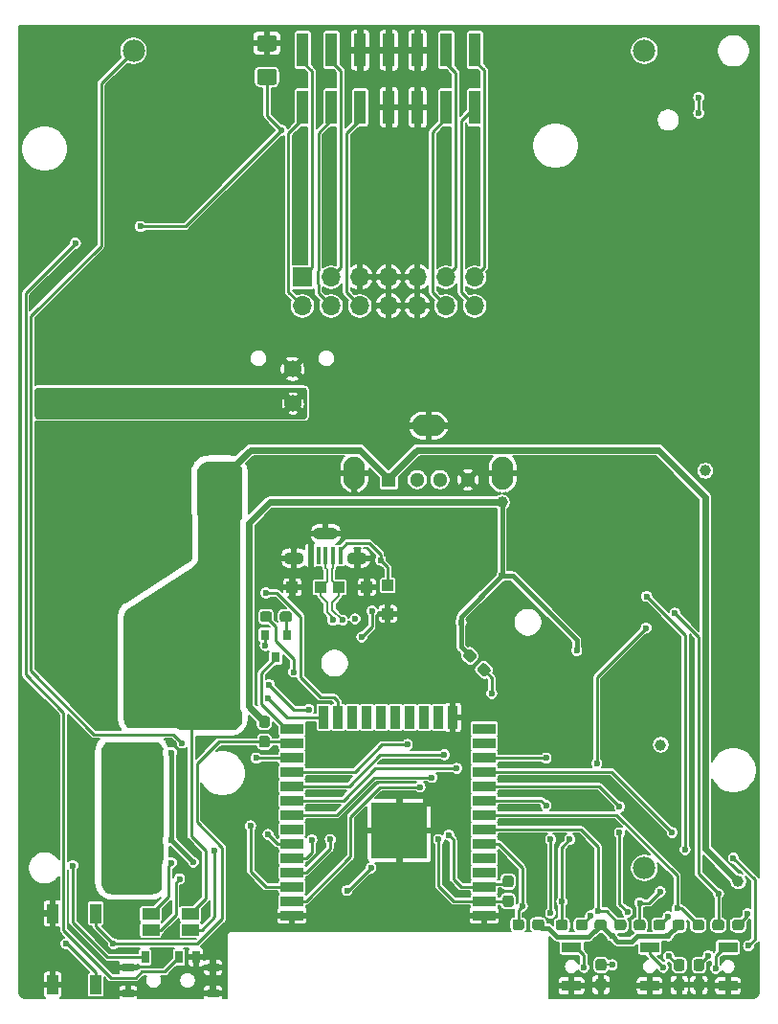
<source format=gbr>
%TF.GenerationSoftware,KiCad,Pcbnew,(5.1.6)-1*%
%TF.CreationDate,2022-04-22T11:55:45+02:00*%
%TF.ProjectId,ZumoComSystem,5a756d6f-436f-46d5-9379-7374656d2e6b,V1.0*%
%TF.SameCoordinates,Original*%
%TF.FileFunction,Copper,L1,Top*%
%TF.FilePolarity,Positive*%
%FSLAX46Y46*%
G04 Gerber Fmt 4.6, Leading zero omitted, Abs format (unit mm)*
G04 Created by KiCad (PCBNEW (5.1.6)-1) date 2022-04-22 11:55:45*
%MOMM*%
%LPD*%
G01*
G04 APERTURE LIST*
%TA.AperFunction,SMDPad,CuDef*%
%ADD10R,1.000000X0.800000*%
%TD*%
%TA.AperFunction,SMDPad,CuDef*%
%ADD11R,0.700000X1.100000*%
%TD*%
%TA.AperFunction,ComponentPad*%
%ADD12R,1.300000X1.300000*%
%TD*%
%TA.AperFunction,ComponentPad*%
%ADD13C,1.300000*%
%TD*%
%TA.AperFunction,ComponentPad*%
%ADD14O,1.900000X2.900000*%
%TD*%
%TA.AperFunction,ComponentPad*%
%ADD15O,2.900000X1.900000*%
%TD*%
%TA.AperFunction,ComponentPad*%
%ADD16O,1.700000X1.700000*%
%TD*%
%TA.AperFunction,ComponentPad*%
%ADD17R,1.700000X1.700000*%
%TD*%
%TA.AperFunction,SMDPad,CuDef*%
%ADD18R,2.000000X0.900000*%
%TD*%
%TA.AperFunction,SMDPad,CuDef*%
%ADD19R,0.900000X2.000000*%
%TD*%
%TA.AperFunction,SMDPad,CuDef*%
%ADD20R,5.000000X5.000000*%
%TD*%
%TA.AperFunction,ComponentPad*%
%ADD21O,2.200000X1.100000*%
%TD*%
%TA.AperFunction,ComponentPad*%
%ADD22O,1.800000X1.100000*%
%TD*%
%TA.AperFunction,SMDPad,CuDef*%
%ADD23R,0.450000X1.500000*%
%TD*%
%TA.AperFunction,SMDPad,CuDef*%
%ADD24R,1.700000X0.900000*%
%TD*%
%TA.AperFunction,SMDPad,CuDef*%
%ADD25R,1.500000X1.000000*%
%TD*%
%TA.AperFunction,SMDPad,CuDef*%
%ADD26R,1.000000X1.700000*%
%TD*%
%TA.AperFunction,ComponentPad*%
%ADD27C,1.980000*%
%TD*%
%TA.AperFunction,SMDPad,CuDef*%
%ADD28R,1.000000X1.000000*%
%TD*%
%TA.AperFunction,SMDPad,CuDef*%
%ADD29R,1.000000X3.000000*%
%TD*%
%TA.AperFunction,SMDPad,CuDef*%
%ADD30R,0.800000X0.900000*%
%TD*%
%TA.AperFunction,ComponentPad*%
%ADD31C,1.530000*%
%TD*%
%TA.AperFunction,ViaPad*%
%ADD32C,0.600000*%
%TD*%
%TA.AperFunction,ViaPad*%
%ADD33C,1.000000*%
%TD*%
%TA.AperFunction,Conductor*%
%ADD34C,0.250000*%
%TD*%
%TA.AperFunction,Conductor*%
%ADD35C,0.400000*%
%TD*%
%TA.AperFunction,Conductor*%
%ADD36C,0.600000*%
%TD*%
%TA.AperFunction,Conductor*%
%ADD37C,0.200000*%
%TD*%
%TA.AperFunction,Conductor*%
%ADD38C,0.254000*%
%TD*%
%TA.AperFunction,Conductor*%
%ADD39C,0.150000*%
%TD*%
G04 APERTURE END LIST*
D10*
%TO.P,SW1,G4*%
%TO.N,GND*%
X131425000Y-143800000D03*
%TO.P,SW1,G2*%
X131425000Y-141500000D03*
%TO.P,SW1,G3*%
X123925000Y-143800000D03*
%TO.P,SW1,G1*%
X123925000Y-141500000D03*
D11*
%TO.P,SW1,3*%
X129925000Y-140600000D03*
%TO.P,SW1,2*%
%TO.N,Net-(R1-Pad2)*%
X128425000Y-140600000D03*
%TO.P,SW1,1*%
%TO.N,VBAT_ZCS*%
X125425000Y-140600000D03*
%TD*%
D12*
%TO.P,J1,1*%
%TO.N,+5V*%
X147000000Y-98400000D03*
D13*
%TO.P,J1,2*%
%TO.N,/USB_MAX/D-*%
X149500000Y-98400000D03*
%TO.P,J1,3*%
%TO.N,/USB_MAX/D+*%
X151500000Y-98400000D03*
%TO.P,J1,4*%
%TO.N,GND*%
X154000000Y-98400000D03*
D14*
%TO.P,J1,5*%
X143930000Y-97800000D03*
X157070000Y-97800000D03*
D15*
X150500000Y-93620000D03*
%TD*%
D16*
%TO.P,J5,14*%
%TO.N,Net-(J5-Pad14)*%
X154575000Y-83025000D03*
%TO.P,J5,13*%
%TO.N,Net-(J5-Pad13)*%
X154575000Y-80485000D03*
%TO.P,J5,12*%
%TO.N,Net-(J5-Pad12)*%
X152035000Y-83025000D03*
%TO.P,J5,11*%
%TO.N,Net-(J5-Pad11)*%
X152035000Y-80485000D03*
%TO.P,J5,10*%
%TO.N,GND*%
X149495000Y-83025000D03*
%TO.P,J5,9*%
X149495000Y-80485000D03*
%TO.P,J5,8*%
X146955000Y-83025000D03*
%TO.P,J5,7*%
X146955000Y-80485000D03*
%TO.P,J5,6*%
%TO.N,Net-(J5-Pad6)*%
X144415000Y-83025000D03*
%TO.P,J5,5*%
%TO.N,GND*%
X144415000Y-80485000D03*
%TO.P,J5,4*%
%TO.N,Net-(J5-Pad4)*%
X141875000Y-83025000D03*
%TO.P,J5,3*%
%TO.N,Net-(J5-Pad3)*%
X141875000Y-80485000D03*
%TO.P,J5,2*%
%TO.N,Net-(J5-Pad2)*%
X139335000Y-83025000D03*
D17*
%TO.P,J5,1*%
%TO.N,Net-(J5-Pad1)*%
X139335000Y-80485000D03*
%TD*%
D18*
%TO.P,U6,38*%
%TO.N,GND*%
X138425000Y-136905000D03*
%TO.P,U6,37*%
%TO.N,/ESP/MOSI*%
X138425000Y-135635000D03*
%TO.P,U6,36*%
%TO.N,/ESP/nRGB_LED_G*%
X138425000Y-134365000D03*
%TO.P,U6,35*%
%TO.N,/ESP/RXD*%
X138425000Y-133095000D03*
%TO.P,U6,34*%
%TO.N,/ESP/TXD*%
X138425000Y-131825000D03*
%TO.P,U6,33*%
%TO.N,/ESP/nRGB_LED_B*%
X138425000Y-130555000D03*
%TO.P,U6,32*%
%TO.N,Net-(U6-Pad32)*%
X138425000Y-129285000D03*
%TO.P,U6,31*%
%TO.N,/ESP/MISO*%
X138425000Y-128015000D03*
%TO.P,U6,30*%
%TO.N,/ESP/SCK*%
X138425000Y-126745000D03*
%TO.P,U6,29*%
%TO.N,/ESP/SS*%
X138425000Y-125475000D03*
%TO.P,U6,28*%
%TO.N,/ESP/INT*%
X138425000Y-124205000D03*
%TO.P,U6,27*%
%TO.N,/ESP/nRGB_LED_R*%
X138425000Y-122935000D03*
%TO.P,U6,26*%
%TO.N,/ESP/nRST_SW*%
X138425000Y-121665000D03*
%TO.P,U6,25*%
%TO.N,/ESP/BOOT*%
X138425000Y-120395000D03*
D19*
%TO.P,U6,24*%
%TO.N,/ESP/U_Bat_Meas*%
X141210000Y-119395000D03*
%TO.P,U6,23*%
%TO.N,/ESP/nON_OFF*%
X142480000Y-119395000D03*
%TO.P,U6,22*%
%TO.N,Net-(U6-Pad22)*%
X143750000Y-119395000D03*
%TO.P,U6,21*%
%TO.N,Net-(U6-Pad21)*%
X145020000Y-119395000D03*
%TO.P,U6,20*%
%TO.N,Net-(U6-Pad20)*%
X146290000Y-119395000D03*
%TO.P,U6,19*%
%TO.N,Net-(U6-Pad19)*%
X147560000Y-119395000D03*
%TO.P,U6,18*%
%TO.N,Net-(U6-Pad18)*%
X148830000Y-119395000D03*
%TO.P,U6,17*%
%TO.N,Net-(U6-Pad17)*%
X150100000Y-119395000D03*
%TO.P,U6,16*%
%TO.N,Net-(U6-Pad16)*%
X151370000Y-119395000D03*
%TO.P,U6,15*%
%TO.N,GND*%
X152640000Y-119395000D03*
D18*
%TO.P,U6,14*%
%TO.N,Net-(U6-Pad14)*%
X155425000Y-120395000D03*
%TO.P,U6,13*%
%TO.N,Net-(U6-Pad13)*%
X155425000Y-121665000D03*
%TO.P,U6,12*%
%TO.N,/ESP/nRST*%
X155425000Y-122935000D03*
%TO.P,U6,11*%
%TO.N,/ESP/nBUT_C*%
X155425000Y-124205000D03*
%TO.P,U6,10*%
%TO.N,/ESP/nBUT_B*%
X155425000Y-125475000D03*
%TO.P,U6,9*%
%TO.N,/ESP/nBUT_A*%
X155425000Y-126745000D03*
%TO.P,U6,8*%
%TO.N,/ESP/nLED_C*%
X155425000Y-128015000D03*
%TO.P,U6,7*%
%TO.N,/ESP/nLED_B*%
X155425000Y-129285000D03*
%TO.P,U6,6*%
%TO.N,/ESP/nLED_A*%
X155425000Y-130555000D03*
%TO.P,U6,5*%
%TO.N,Net-(U6-Pad5)*%
X155425000Y-131825000D03*
%TO.P,U6,4*%
%TO.N,Net-(U6-Pad4)*%
X155425000Y-133095000D03*
%TO.P,U6,3*%
%TO.N,/ESP/ESP_EN*%
X155425000Y-134365000D03*
%TO.P,U6,2*%
%TO.N,VDD*%
X155425000Y-135635000D03*
%TO.P,U6,1*%
%TO.N,GND*%
X155425000Y-136905000D03*
D20*
%TO.P,U6,39*%
X147925000Y-129405000D03*
%TD*%
D21*
%TO.P,J3,6*%
%TO.N,GND*%
X141400000Y-103175000D03*
D22*
X138600000Y-105325000D03*
X144200000Y-105325000D03*
D23*
%TO.P,J3,1*%
%TO.N,VBUS*%
X142700000Y-105075000D03*
%TO.P,J3,5*%
%TO.N,GND*%
X140100000Y-105075000D03*
%TO.P,J3,2*%
%TO.N,/ESP/D-*%
X142050000Y-105075000D03*
%TO.P,J3,4*%
%TO.N,Net-(J3-Pad4)*%
X140750000Y-105075000D03*
%TO.P,J3,3*%
%TO.N,/ESP/D+*%
X141400000Y-105075000D03*
%TD*%
D24*
%TO.P,SW3,2*%
%TO.N,Net-(R20-Pad2)*%
X163150000Y-139725000D03*
%TO.P,SW3,1*%
%TO.N,GND*%
X163150000Y-143125000D03*
%TD*%
%TO.P,SW4,2*%
%TO.N,Net-(R31-Pad2)*%
X170070833Y-139725000D03*
%TO.P,SW4,1*%
%TO.N,GND*%
X170070833Y-143125000D03*
%TD*%
%TO.P,SW5,2*%
%TO.N,Net-(R35-Pad2)*%
X176991666Y-139725000D03*
%TO.P,SW5,1*%
%TO.N,GND*%
X176991666Y-143125000D03*
%TD*%
%TO.P,D7,2*%
%TO.N,Net-(D7-Pad2)*%
%TA.AperFunction,SMDPad,CuDef*%
G36*
G01*
X163522500Y-137987500D02*
X163522500Y-137512500D01*
G75*
G02*
X163760000Y-137275000I237500J0D01*
G01*
X164335000Y-137275000D01*
G75*
G02*
X164572500Y-137512500I0J-237500D01*
G01*
X164572500Y-137987500D01*
G75*
G02*
X164335000Y-138225000I-237500J0D01*
G01*
X163760000Y-138225000D01*
G75*
G02*
X163522500Y-137987500I0J237500D01*
G01*
G37*
%TD.AperFunction*%
%TO.P,D7,1*%
%TO.N,/IF_Pololu/LED_A*%
%TA.AperFunction,SMDPad,CuDef*%
G36*
G01*
X161772500Y-137987500D02*
X161772500Y-137512500D01*
G75*
G02*
X162010000Y-137275000I237500J0D01*
G01*
X162585000Y-137275000D01*
G75*
G02*
X162822500Y-137512500I0J-237500D01*
G01*
X162822500Y-137987500D01*
G75*
G02*
X162585000Y-138225000I-237500J0D01*
G01*
X162010000Y-138225000D01*
G75*
G02*
X161772500Y-137987500I0J237500D01*
G01*
G37*
%TD.AperFunction*%
%TD*%
%TO.P,D9,2*%
%TO.N,Net-(D9-Pad2)*%
%TA.AperFunction,SMDPad,CuDef*%
G36*
G01*
X177364166Y-137987500D02*
X177364166Y-137512500D01*
G75*
G02*
X177601666Y-137275000I237500J0D01*
G01*
X178176666Y-137275000D01*
G75*
G02*
X178414166Y-137512500I0J-237500D01*
G01*
X178414166Y-137987500D01*
G75*
G02*
X178176666Y-138225000I-237500J0D01*
G01*
X177601666Y-138225000D01*
G75*
G02*
X177364166Y-137987500I0J237500D01*
G01*
G37*
%TD.AperFunction*%
%TO.P,D9,1*%
%TO.N,/IF_Pololu/LED_C*%
%TA.AperFunction,SMDPad,CuDef*%
G36*
G01*
X175614166Y-137987500D02*
X175614166Y-137512500D01*
G75*
G02*
X175851666Y-137275000I237500J0D01*
G01*
X176426666Y-137275000D01*
G75*
G02*
X176664166Y-137512500I0J-237500D01*
G01*
X176664166Y-137987500D01*
G75*
G02*
X176426666Y-138225000I-237500J0D01*
G01*
X175851666Y-138225000D01*
G75*
G02*
X175614166Y-137987500I0J237500D01*
G01*
G37*
%TD.AperFunction*%
%TD*%
%TO.P,D8,2*%
%TO.N,Net-(D8-Pad2)*%
%TA.AperFunction,SMDPad,CuDef*%
G36*
G01*
X170400000Y-137987500D02*
X170400000Y-137512500D01*
G75*
G02*
X170637500Y-137275000I237500J0D01*
G01*
X171212500Y-137275000D01*
G75*
G02*
X171450000Y-137512500I0J-237500D01*
G01*
X171450000Y-137987500D01*
G75*
G02*
X171212500Y-138225000I-237500J0D01*
G01*
X170637500Y-138225000D01*
G75*
G02*
X170400000Y-137987500I0J237500D01*
G01*
G37*
%TD.AperFunction*%
%TO.P,D8,1*%
%TO.N,/IF_Pololu/LED_B*%
%TA.AperFunction,SMDPad,CuDef*%
G36*
G01*
X168650000Y-137987500D02*
X168650000Y-137512500D01*
G75*
G02*
X168887500Y-137275000I237500J0D01*
G01*
X169462500Y-137275000D01*
G75*
G02*
X169700000Y-137512500I0J-237500D01*
G01*
X169700000Y-137987500D01*
G75*
G02*
X169462500Y-138225000I-237500J0D01*
G01*
X168887500Y-138225000D01*
G75*
G02*
X168650000Y-137987500I0J237500D01*
G01*
G37*
%TD.AperFunction*%
%TD*%
D25*
%TO.P,D10,3*%
%TO.N,Net-(D10-Pad3)*%
X129425000Y-138200000D03*
%TO.P,D10,4*%
%TO.N,+5V*%
X129425000Y-136800000D03*
%TO.P,D10,2*%
%TO.N,Net-(D10-Pad2)*%
X125925000Y-138200000D03*
%TO.P,D10,1*%
%TO.N,Net-(D10-Pad1)*%
X125925000Y-136800000D03*
%TD*%
D26*
%TO.P,SW2,2*%
%TO.N,GND*%
X117250000Y-143025000D03*
X117250000Y-136725000D03*
%TO.P,SW2,1*%
%TO.N,/ESP/nRST_SW*%
X121050000Y-143025000D03*
X121050000Y-136725000D03*
%TD*%
D27*
%TO.P,BT1,2*%
%TO.N,Net-(BT1-Pad2)*%
X124400000Y-60490000D03*
%TO.P,BT1,1*%
%TO.N,Net-(BT1-Pad1)*%
X124400000Y-132710000D03*
%TD*%
%TO.P,C5,2*%
%TO.N,GND*%
%TA.AperFunction,SMDPad,CuDef*%
G36*
G01*
X136825000Y-60525000D02*
X135575000Y-60525000D01*
G75*
G02*
X135325000Y-60275000I0J250000D01*
G01*
X135325000Y-59350000D01*
G75*
G02*
X135575000Y-59100000I250000J0D01*
G01*
X136825000Y-59100000D01*
G75*
G02*
X137075000Y-59350000I0J-250000D01*
G01*
X137075000Y-60275000D01*
G75*
G02*
X136825000Y-60525000I-250000J0D01*
G01*
G37*
%TD.AperFunction*%
%TO.P,C5,1*%
%TO.N,+5V*%
%TA.AperFunction,SMDPad,CuDef*%
G36*
G01*
X136825000Y-63500000D02*
X135575000Y-63500000D01*
G75*
G02*
X135325000Y-63250000I0J250000D01*
G01*
X135325000Y-62325000D01*
G75*
G02*
X135575000Y-62075000I250000J0D01*
G01*
X136825000Y-62075000D01*
G75*
G02*
X137075000Y-62325000I0J-250000D01*
G01*
X137075000Y-63250000D01*
G75*
G02*
X136825000Y-63500000I-250000J0D01*
G01*
G37*
%TD.AperFunction*%
%TD*%
%TO.P,R15,2*%
%TO.N,/ESP/ESP_EN*%
%TA.AperFunction,SMDPad,CuDef*%
G36*
G01*
X157787500Y-134425000D02*
X157312500Y-134425000D01*
G75*
G02*
X157075000Y-134187500I0J237500D01*
G01*
X157075000Y-133612500D01*
G75*
G02*
X157312500Y-133375000I237500J0D01*
G01*
X157787500Y-133375000D01*
G75*
G02*
X158025000Y-133612500I0J-237500D01*
G01*
X158025000Y-134187500D01*
G75*
G02*
X157787500Y-134425000I-237500J0D01*
G01*
G37*
%TD.AperFunction*%
%TO.P,R15,1*%
%TO.N,VDD*%
%TA.AperFunction,SMDPad,CuDef*%
G36*
G01*
X157787500Y-136175000D02*
X157312500Y-136175000D01*
G75*
G02*
X157075000Y-135937500I0J237500D01*
G01*
X157075000Y-135362500D01*
G75*
G02*
X157312500Y-135125000I237500J0D01*
G01*
X157787500Y-135125000D01*
G75*
G02*
X158025000Y-135362500I0J-237500D01*
G01*
X158025000Y-135937500D01*
G75*
G02*
X157787500Y-136175000I-237500J0D01*
G01*
G37*
%TD.AperFunction*%
%TD*%
%TO.P,R17,2*%
%TO.N,/ESP/nRST_SW*%
%TA.AperFunction,SMDPad,CuDef*%
G36*
G01*
X135737500Y-121025000D02*
X136212500Y-121025000D01*
G75*
G02*
X136450000Y-121262500I0J-237500D01*
G01*
X136450000Y-121837500D01*
G75*
G02*
X136212500Y-122075000I-237500J0D01*
G01*
X135737500Y-122075000D01*
G75*
G02*
X135500000Y-121837500I0J237500D01*
G01*
X135500000Y-121262500D01*
G75*
G02*
X135737500Y-121025000I237500J0D01*
G01*
G37*
%TD.AperFunction*%
%TO.P,R17,1*%
%TO.N,+3V3*%
%TA.AperFunction,SMDPad,CuDef*%
G36*
G01*
X135737500Y-119275000D02*
X136212500Y-119275000D01*
G75*
G02*
X136450000Y-119512500I0J-237500D01*
G01*
X136450000Y-120087500D01*
G75*
G02*
X136212500Y-120325000I-237500J0D01*
G01*
X135737500Y-120325000D01*
G75*
G02*
X135500000Y-120087500I0J237500D01*
G01*
X135500000Y-119512500D01*
G75*
G02*
X135737500Y-119275000I237500J0D01*
G01*
G37*
%TD.AperFunction*%
%TD*%
%TO.P,R23,2*%
%TO.N,+3V3*%
%TA.AperFunction,SMDPad,CuDef*%
G36*
G01*
X159675000Y-137962500D02*
X159675000Y-137487500D01*
G75*
G02*
X159912500Y-137250000I237500J0D01*
G01*
X160487500Y-137250000D01*
G75*
G02*
X160725000Y-137487500I0J-237500D01*
G01*
X160725000Y-137962500D01*
G75*
G02*
X160487500Y-138200000I-237500J0D01*
G01*
X159912500Y-138200000D01*
G75*
G02*
X159675000Y-137962500I0J237500D01*
G01*
G37*
%TD.AperFunction*%
%TO.P,R23,1*%
%TO.N,/ESP/nLED_A*%
%TA.AperFunction,SMDPad,CuDef*%
G36*
G01*
X157925000Y-137962500D02*
X157925000Y-137487500D01*
G75*
G02*
X158162500Y-137250000I237500J0D01*
G01*
X158737500Y-137250000D01*
G75*
G02*
X158975000Y-137487500I0J-237500D01*
G01*
X158975000Y-137962500D01*
G75*
G02*
X158737500Y-138200000I-237500J0D01*
G01*
X158162500Y-138200000D01*
G75*
G02*
X157925000Y-137962500I0J237500D01*
G01*
G37*
%TD.AperFunction*%
%TD*%
%TO.P,R27,2*%
%TO.N,+3V3*%
%TA.AperFunction,SMDPad,CuDef*%
G36*
G01*
X173150000Y-137512500D02*
X173150000Y-137987500D01*
G75*
G02*
X172912500Y-138225000I-237500J0D01*
G01*
X172337500Y-138225000D01*
G75*
G02*
X172100000Y-137987500I0J237500D01*
G01*
X172100000Y-137512500D01*
G75*
G02*
X172337500Y-137275000I237500J0D01*
G01*
X172912500Y-137275000D01*
G75*
G02*
X173150000Y-137512500I0J-237500D01*
G01*
G37*
%TD.AperFunction*%
%TO.P,R27,1*%
%TO.N,/ESP/nLED_C*%
%TA.AperFunction,SMDPad,CuDef*%
G36*
G01*
X174900000Y-137512500D02*
X174900000Y-137987500D01*
G75*
G02*
X174662500Y-138225000I-237500J0D01*
G01*
X174087500Y-138225000D01*
G75*
G02*
X173850000Y-137987500I0J237500D01*
G01*
X173850000Y-137512500D01*
G75*
G02*
X174087500Y-137275000I237500J0D01*
G01*
X174662500Y-137275000D01*
G75*
G02*
X174900000Y-137512500I0J-237500D01*
G01*
G37*
%TD.AperFunction*%
%TD*%
%TO.P,R25,2*%
%TO.N,+3V3*%
%TA.AperFunction,SMDPad,CuDef*%
G36*
G01*
X166250000Y-137512500D02*
X166250000Y-137987500D01*
G75*
G02*
X166012500Y-138225000I-237500J0D01*
G01*
X165437500Y-138225000D01*
G75*
G02*
X165200000Y-137987500I0J237500D01*
G01*
X165200000Y-137512500D01*
G75*
G02*
X165437500Y-137275000I237500J0D01*
G01*
X166012500Y-137275000D01*
G75*
G02*
X166250000Y-137512500I0J-237500D01*
G01*
G37*
%TD.AperFunction*%
%TO.P,R25,1*%
%TO.N,/ESP/nLED_B*%
%TA.AperFunction,SMDPad,CuDef*%
G36*
G01*
X168000000Y-137512500D02*
X168000000Y-137987500D01*
G75*
G02*
X167762500Y-138225000I-237500J0D01*
G01*
X167187500Y-138225000D01*
G75*
G02*
X166950000Y-137987500I0J237500D01*
G01*
X166950000Y-137512500D01*
G75*
G02*
X167187500Y-137275000I237500J0D01*
G01*
X167762500Y-137275000D01*
G75*
G02*
X168000000Y-137512500I0J-237500D01*
G01*
G37*
%TD.AperFunction*%
%TD*%
D28*
%TO.P,D4,2*%
%TO.N,GND*%
X146900000Y-110250000D03*
%TO.P,D4,1*%
%TO.N,VBUS*%
X146900000Y-107750000D03*
%TD*%
D29*
%TO.P,J7,1*%
%TO.N,Net-(J5-Pad1)*%
X139380000Y-60430000D03*
%TO.P,J7,2*%
%TO.N,Net-(J5-Pad2)*%
X139380000Y-65470000D03*
%TO.P,J7,3*%
%TO.N,Net-(J5-Pad3)*%
X141920000Y-60430000D03*
%TO.P,J7,4*%
%TO.N,Net-(J5-Pad4)*%
X141920000Y-65470000D03*
%TO.P,J7,5*%
%TO.N,GND*%
X144460000Y-60430000D03*
%TO.P,J7,6*%
%TO.N,Net-(J5-Pad6)*%
X144460000Y-65470000D03*
%TO.P,J7,7*%
%TO.N,GND*%
X147000000Y-60430000D03*
%TO.P,J7,8*%
X147000000Y-65470000D03*
%TO.P,J7,9*%
X149540000Y-60430000D03*
%TO.P,J7,10*%
X149540000Y-65470000D03*
%TO.P,J7,11*%
%TO.N,Net-(J5-Pad11)*%
X152080000Y-60430000D03*
%TO.P,J7,12*%
%TO.N,Net-(J5-Pad12)*%
X152080000Y-65470000D03*
%TO.P,J7,13*%
%TO.N,Net-(J5-Pad13)*%
X154620000Y-60430000D03*
%TO.P,J7,14*%
%TO.N,Net-(J5-Pad14)*%
X154620000Y-65470000D03*
%TD*%
D28*
%TO.P,D5,2*%
%TO.N,GND*%
X138450000Y-107900000D03*
%TO.P,D5,1*%
%TO.N,/ESP/D+*%
X140950000Y-107900000D03*
%TD*%
%TO.P,D6,2*%
%TO.N,GND*%
X145050000Y-107900000D03*
%TO.P,D6,1*%
%TO.N,/ESP/D-*%
X142550000Y-107900000D03*
%TD*%
%TO.P,R12,2*%
%TO.N,/ESP/RTS*%
%TA.AperFunction,SMDPad,CuDef*%
G36*
G01*
X136650000Y-110262500D02*
X136650000Y-110737500D01*
G75*
G02*
X136412500Y-110975000I-237500J0D01*
G01*
X135837500Y-110975000D01*
G75*
G02*
X135600000Y-110737500I0J237500D01*
G01*
X135600000Y-110262500D01*
G75*
G02*
X135837500Y-110025000I237500J0D01*
G01*
X136412500Y-110025000D01*
G75*
G02*
X136650000Y-110262500I0J-237500D01*
G01*
G37*
%TD.AperFunction*%
%TO.P,R12,1*%
%TO.N,Net-(Q5-Pad1)*%
%TA.AperFunction,SMDPad,CuDef*%
G36*
G01*
X138400000Y-110262500D02*
X138400000Y-110737500D01*
G75*
G02*
X138162500Y-110975000I-237500J0D01*
G01*
X137587500Y-110975000D01*
G75*
G02*
X137350000Y-110737500I0J237500D01*
G01*
X137350000Y-110262500D01*
G75*
G02*
X137587500Y-110025000I237500J0D01*
G01*
X138162500Y-110025000D01*
G75*
G02*
X138400000Y-110262500I0J-237500D01*
G01*
G37*
%TD.AperFunction*%
%TD*%
D30*
%TO.P,Q5,3*%
%TO.N,/ESP/BOOT*%
X137000000Y-114100000D03*
%TO.P,Q5,2*%
%TO.N,/ESP/DTR*%
X136050000Y-112100000D03*
%TO.P,Q5,1*%
%TO.N,Net-(Q5-Pad1)*%
X137950000Y-112100000D03*
%TD*%
D31*
%TO.P,J2,1*%
%TO.N,VBAT_ZCS*%
X138460000Y-91610000D03*
%TO.P,J2,2*%
%TO.N,GND*%
X138460000Y-88610000D03*
%TD*%
%TO.P,C16,2*%
%TO.N,GND*%
%TA.AperFunction,SMDPad,CuDef*%
G36*
G01*
X165512500Y-142500000D02*
X165987500Y-142500000D01*
G75*
G02*
X166225000Y-142737500I0J-237500D01*
G01*
X166225000Y-143312500D01*
G75*
G02*
X165987500Y-143550000I-237500J0D01*
G01*
X165512500Y-143550000D01*
G75*
G02*
X165275000Y-143312500I0J237500D01*
G01*
X165275000Y-142737500D01*
G75*
G02*
X165512500Y-142500000I237500J0D01*
G01*
G37*
%TD.AperFunction*%
%TO.P,C16,1*%
%TO.N,/ESP/nBUT_A*%
%TA.AperFunction,SMDPad,CuDef*%
G36*
G01*
X165512500Y-140750000D02*
X165987500Y-140750000D01*
G75*
G02*
X166225000Y-140987500I0J-237500D01*
G01*
X166225000Y-141562500D01*
G75*
G02*
X165987500Y-141800000I-237500J0D01*
G01*
X165512500Y-141800000D01*
G75*
G02*
X165275000Y-141562500I0J237500D01*
G01*
X165275000Y-140987500D01*
G75*
G02*
X165512500Y-140750000I237500J0D01*
G01*
G37*
%TD.AperFunction*%
%TD*%
%TO.P,C17,2*%
%TO.N,GND*%
%TA.AperFunction,SMDPad,CuDef*%
G36*
G01*
X172442500Y-142530000D02*
X172917500Y-142530000D01*
G75*
G02*
X173155000Y-142767500I0J-237500D01*
G01*
X173155000Y-143342500D01*
G75*
G02*
X172917500Y-143580000I-237500J0D01*
G01*
X172442500Y-143580000D01*
G75*
G02*
X172205000Y-143342500I0J237500D01*
G01*
X172205000Y-142767500D01*
G75*
G02*
X172442500Y-142530000I237500J0D01*
G01*
G37*
%TD.AperFunction*%
%TO.P,C17,1*%
%TO.N,/ESP/nBUT_B*%
%TA.AperFunction,SMDPad,CuDef*%
G36*
G01*
X172442500Y-140780000D02*
X172917500Y-140780000D01*
G75*
G02*
X173155000Y-141017500I0J-237500D01*
G01*
X173155000Y-141592500D01*
G75*
G02*
X172917500Y-141830000I-237500J0D01*
G01*
X172442500Y-141830000D01*
G75*
G02*
X172205000Y-141592500I0J237500D01*
G01*
X172205000Y-141017500D01*
G75*
G02*
X172442500Y-140780000I237500J0D01*
G01*
G37*
%TD.AperFunction*%
%TD*%
%TO.P,C18,2*%
%TO.N,GND*%
%TA.AperFunction,SMDPad,CuDef*%
G36*
G01*
X174192500Y-142520000D02*
X174667500Y-142520000D01*
G75*
G02*
X174905000Y-142757500I0J-237500D01*
G01*
X174905000Y-143332500D01*
G75*
G02*
X174667500Y-143570000I-237500J0D01*
G01*
X174192500Y-143570000D01*
G75*
G02*
X173955000Y-143332500I0J237500D01*
G01*
X173955000Y-142757500D01*
G75*
G02*
X174192500Y-142520000I237500J0D01*
G01*
G37*
%TD.AperFunction*%
%TO.P,C18,1*%
%TO.N,/ESP/nBUT_C*%
%TA.AperFunction,SMDPad,CuDef*%
G36*
G01*
X174192500Y-140770000D02*
X174667500Y-140770000D01*
G75*
G02*
X174905000Y-141007500I0J-237500D01*
G01*
X174905000Y-141582500D01*
G75*
G02*
X174667500Y-141820000I-237500J0D01*
G01*
X174192500Y-141820000D01*
G75*
G02*
X173955000Y-141582500I0J237500D01*
G01*
X173955000Y-141007500D01*
G75*
G02*
X174192500Y-140770000I237500J0D01*
G01*
G37*
%TD.AperFunction*%
%TD*%
%TO.P,R5,2*%
%TO.N,Net-(R4-Pad1)*%
%TA.AperFunction,SMDPad,CuDef*%
G36*
G01*
X154859549Y-114995425D02*
X155195425Y-114659549D01*
G75*
G02*
X155531301Y-114659549I167938J-167938D01*
G01*
X155937887Y-115066135D01*
G75*
G02*
X155937887Y-115402011I-167938J-167938D01*
G01*
X155602011Y-115737887D01*
G75*
G02*
X155266135Y-115737887I-167938J167938D01*
G01*
X154859549Y-115331301D01*
G75*
G02*
X154859549Y-114995425I167938J167938D01*
G01*
G37*
%TD.AperFunction*%
%TO.P,R5,1*%
%TO.N,+3V3*%
%TA.AperFunction,SMDPad,CuDef*%
G36*
G01*
X153622113Y-113757989D02*
X153957989Y-113422113D01*
G75*
G02*
X154293865Y-113422113I167938J-167938D01*
G01*
X154700451Y-113828699D01*
G75*
G02*
X154700451Y-114164575I-167938J-167938D01*
G01*
X154364575Y-114500451D01*
G75*
G02*
X154028699Y-114500451I-167938J167938D01*
G01*
X153622113Y-114093865D01*
G75*
G02*
X153622113Y-113757989I167938J167938D01*
G01*
G37*
%TD.AperFunction*%
%TD*%
D27*
%TO.P,BT2,2*%
%TO.N,GNDREF*%
X169600000Y-132710000D03*
%TO.P,BT2,1*%
%TO.N,Net-(BT1-Pad2)*%
X169600000Y-60490000D03*
%TD*%
D32*
%TO.N,GND*%
X171700000Y-65100000D03*
X171700000Y-68000000D03*
%TO.N,+3V3*%
X166749999Y-138750001D03*
X171700000Y-138700000D03*
D33*
X175000000Y-97600000D03*
X171040000Y-121830000D03*
D32*
X156980000Y-106880000D03*
D33*
X157000000Y-100400000D03*
D32*
X134600000Y-105000002D03*
X163600000Y-113500000D03*
X153380000Y-110989988D03*
%TO.N,GND*%
X143400000Y-113400000D03*
X143400000Y-115800000D03*
X141000000Y-115800000D03*
X141000000Y-113400000D03*
X159300000Y-109400000D03*
X160900000Y-111000000D03*
X159300000Y-112600000D03*
X140900000Y-121900000D03*
X142600000Y-123100000D03*
X141600000Y-126100000D03*
X142800000Y-128500000D03*
X139300000Y-77800000D03*
X141800000Y-77800000D03*
X141900000Y-68900000D03*
X151900000Y-77200000D03*
X151900000Y-69300000D03*
X151800000Y-73200000D03*
X154300000Y-69200000D03*
X154400000Y-73200000D03*
X154500000Y-77100000D03*
X123700000Y-138600000D03*
X122600000Y-141400000D03*
X122500000Y-143500000D03*
X127600000Y-143400000D03*
X117200000Y-139800000D03*
X160300000Y-134800000D03*
X163200000Y-135000000D03*
X175200000Y-135800000D03*
X173600000Y-138800000D03*
X173500000Y-134700000D03*
X171600000Y-143200000D03*
X175500000Y-143100000D03*
X178500000Y-143100000D03*
X167800000Y-143100000D03*
X161600000Y-143100000D03*
X165100000Y-129500000D03*
X157700000Y-126100000D03*
X142000000Y-127400000D03*
X121700000Y-118000000D03*
X121600000Y-115400000D03*
X121700000Y-112800000D03*
X121700000Y-110300000D03*
X121700000Y-107700000D03*
X120000000Y-129900000D03*
X117200000Y-134800000D03*
X119750000Y-134250000D03*
X129400000Y-133200000D03*
X120700000Y-125500000D03*
X127000000Y-140600000D03*
X141000000Y-110800000D03*
X139600000Y-117200000D03*
X134700000Y-120600000D03*
X136700000Y-115600000D03*
X172300000Y-86500000D03*
X164000000Y-88700000D03*
X169800000Y-90200000D03*
X115141667Y-58947500D03*
X115141667Y-126947500D03*
X115141667Y-134947500D03*
X118341667Y-62147500D03*
X119941667Y-142947500D03*
X121541667Y-97347500D03*
X121541667Y-105347500D03*
X123941667Y-72547500D03*
X123941667Y-101347500D03*
X127941667Y-74947500D03*
X127941667Y-97347500D03*
X127941667Y-105347500D03*
X131141667Y-139747500D03*
X134341667Y-136547500D03*
X135141667Y-83747500D03*
X135141667Y-96547500D03*
X135141667Y-126947500D03*
X135941667Y-102947500D03*
X138341667Y-86947500D03*
X139141667Y-76547500D03*
X139941667Y-120547500D03*
X140741667Y-136547500D03*
X141541667Y-90147500D03*
X141541667Y-96547500D03*
X143141667Y-84547500D03*
X143941667Y-68547500D03*
X143941667Y-78147500D03*
X144741667Y-93347500D03*
X144741667Y-117347500D03*
X145541667Y-73347500D03*
X145541667Y-134947500D03*
X146341667Y-87747500D03*
X147141667Y-103747500D03*
X147941667Y-110147500D03*
X148741667Y-70147500D03*
X148741667Y-76547500D03*
X149441667Y-114947500D03*
X150341667Y-85347500D03*
X151841667Y-102047500D03*
X152741667Y-89347500D03*
X153541667Y-136547500D03*
X154341667Y-67747500D03*
X154341667Y-74947500D03*
X155141667Y-93347500D03*
X155941667Y-84547500D03*
X156741667Y-78947500D03*
X156741667Y-118947500D03*
X157541667Y-70947500D03*
X158341667Y-88547500D03*
X159141667Y-66147500D03*
X159941667Y-75747500D03*
X159941667Y-82147500D03*
X160110000Y-116000000D03*
X161541667Y-91747500D03*
X162341667Y-86147500D03*
X162341667Y-118147500D03*
X163141667Y-71747500D03*
X163141667Y-78947500D03*
X163941667Y-122947500D03*
X165541667Y-82947500D03*
X166341667Y-90147500D03*
X166341667Y-107747500D03*
X167141667Y-140547500D03*
X168741667Y-86147500D03*
X168741667Y-118147500D03*
X169541667Y-93347500D03*
X169541667Y-99747500D03*
X170341667Y-105347500D03*
X172741667Y-90147500D03*
X173541667Y-58947500D03*
X174341667Y-78147500D03*
X176741667Y-64100000D03*
X176741667Y-98947500D03*
X176741667Y-105347500D03*
X176741667Y-111747500D03*
X176741667Y-118147500D03*
X177541667Y-87747500D03*
X177541667Y-126947500D03*
X178341667Y-141347500D03*
X179141667Y-66947500D03*
X179141667Y-73347500D03*
X179141667Y-79747500D03*
X179141667Y-92547500D03*
X140200000Y-129200000D03*
X158180000Y-128640000D03*
X140730000Y-124840000D03*
X141400000Y-72330000D03*
X130150000Y-131520000D03*
X127780000Y-121650000D03*
X135420000Y-114030000D03*
X133500000Y-69750000D03*
X133000000Y-67000000D03*
X166250000Y-135750000D03*
X160500000Y-97500000D03*
X138000000Y-98500000D03*
X143500000Y-101250000D03*
X136750000Y-107000000D03*
X136150000Y-125320000D03*
X130650000Y-126390000D03*
X144620000Y-128250000D03*
X144560000Y-130170000D03*
X153630000Y-129990000D03*
X124250000Y-88710000D03*
X129000000Y-88820000D03*
X120130000Y-84300000D03*
X139900000Y-112300000D03*
X144500000Y-109900000D03*
X174000000Y-95000000D03*
X125420000Y-67890000D03*
X170040000Y-125310000D03*
X166400000Y-133900000D03*
X168280000Y-135730000D03*
X152060000Y-132310000D03*
X153580000Y-131750000D03*
X168500000Y-130300000D03*
X123680000Y-136150000D03*
X136020000Y-131830000D03*
X153240000Y-125240000D03*
X154000000Y-103900000D03*
X157700000Y-111000000D03*
X160000000Y-106700000D03*
X163800000Y-101200000D03*
X163400000Y-107100000D03*
X150700000Y-107700000D03*
X144800000Y-121300000D03*
X148000000Y-136600000D03*
X154600000Y-111500000D03*
X159300000Y-131800000D03*
X157000000Y-131800000D03*
X127400000Y-136500000D03*
X130900000Y-136500000D03*
X169600000Y-63400000D03*
X162200000Y-130000000D03*
X159180000Y-127390000D03*
X149310000Y-132520000D03*
X173200000Y-65040000D03*
X177200000Y-66400000D03*
X170200000Y-65100000D03*
X169541667Y-70147500D03*
%TO.N,+5V*%
X124000000Y-118000000D03*
X124000000Y-120000000D03*
X129500000Y-120000000D03*
X129500000Y-118000000D03*
X130500000Y-110500000D03*
X133500000Y-110500000D03*
X132000000Y-111500000D03*
X130500000Y-113000000D03*
X133500000Y-113000000D03*
X132000000Y-114500000D03*
X130500000Y-115500000D03*
X133500000Y-115500000D03*
X124000000Y-115500000D03*
X124000000Y-112750000D03*
X124000000Y-110500000D03*
X130750000Y-97250000D03*
X132000000Y-98500000D03*
X130750000Y-102500000D03*
X132000000Y-101250000D03*
X133250000Y-102500000D03*
X130750000Y-100000000D03*
X133250000Y-100000000D03*
X137500000Y-67500000D03*
X125000000Y-76000000D03*
D33*
X177900000Y-133899998D03*
D32*
X133250000Y-97250000D03*
%TO.N,/ESP/D-*%
X142875000Y-110800000D03*
%TO.N,/ESP/D+*%
X142025000Y-110800000D03*
%TO.N,/ESP/MOSI*%
X149749989Y-125550011D03*
%TO.N,/ESP/MISO*%
X150800000Y-124699996D03*
%TO.N,/ESP/SCK*%
X153000000Y-123900000D03*
%TO.N,/ESP/SS*%
X151900000Y-122700000D03*
%TO.N,/ESP/INT*%
X148620000Y-121800000D03*
%TO.N,VBAT_ZCS*%
X116000000Y-90600000D03*
X116000000Y-92600000D03*
X118000000Y-92600000D03*
X118000000Y-90600000D03*
X117000000Y-91600000D03*
X119025010Y-132497250D03*
%TO.N,/ESP/nLED_A*%
X158800000Y-136100000D03*
%TO.N,/ESP/nLED_C*%
X172500000Y-136250000D03*
%TO.N,/ESP/nLED_B*%
X165500006Y-136499994D03*
%TO.N,/ESP/nRST*%
X160900000Y-123000000D03*
%TO.N,/ESP/nRGB_LED_G*%
X134750004Y-129000000D03*
%TO.N,/ESP/nRGB_LED_B*%
X136300000Y-129750000D03*
%TO.N,/ESP/nRGB_LED_R*%
X135250000Y-123000000D03*
%TO.N,GNDREF*%
X127750000Y-122500004D03*
X129700000Y-132200000D03*
X127749995Y-130249997D03*
%TO.N,/ESP/U_Bat_Meas*%
X136325010Y-117700000D03*
%TO.N,/IF_Pololu/LED_A*%
X169750000Y-111500000D03*
X162299996Y-135700000D03*
X163000000Y-130200000D03*
X165380000Y-123480000D03*
%TO.N,/IF_Pololu/LED_C*%
X172300000Y-110200000D03*
X176150000Y-135000000D03*
%TO.N,/IF_Pololu/LED_B*%
X171000000Y-134800000D03*
X169200000Y-135800000D03*
X169800000Y-108700000D03*
X173200000Y-131100000D03*
%TO.N,Net-(D9-Pad2)*%
X178739990Y-136750000D03*
%TO.N,Net-(BT1-Pad1)*%
X124500000Y-121900000D03*
X126000000Y-121900000D03*
X124500000Y-123400000D03*
X126000000Y-124900000D03*
X124500000Y-124900000D03*
X126000000Y-123400000D03*
%TO.N,Net-(Q2-Pad1)*%
X145400000Y-132700000D03*
X143300000Y-134700000D03*
%TO.N,/ESP/nBUT_A*%
X161300002Y-136700000D03*
X161300005Y-130200000D03*
X166735004Y-141275004D03*
X160900000Y-127200000D03*
%TO.N,/ESP/nON_OFF*%
X136100000Y-108400000D03*
%TO.N,/ESP/nBUT_C*%
X178799999Y-139600000D03*
X172054997Y-129579999D03*
X175262500Y-140462500D03*
X177470000Y-131840000D03*
%TO.N,Net-(BT1-Pad2)*%
X128699990Y-121654675D03*
%TO.N,/ESP/TXD*%
X140174990Y-130225010D03*
%TO.N,/ESP/RXD*%
X141800000Y-130200000D03*
%TO.N,/ESP/RTS*%
X138574990Y-115400000D03*
%TO.N,/ESP/nBUT_B*%
X168100000Y-136600002D03*
X167400000Y-129600000D03*
X171760002Y-140530000D03*
X167400000Y-127300000D03*
%TO.N,/ESP/DTR*%
X136400000Y-116500000D03*
X139900000Y-118700000D03*
X136049995Y-113050005D03*
%TO.N,VBUS*%
X144600000Y-112300000D03*
X145500000Y-110000000D03*
X146249998Y-105499998D03*
%TO.N,VDD*%
X144000000Y-110700000D03*
X151400000Y-130200000D03*
%TO.N,Net-(D10-Pad2)*%
X128463249Y-133674990D03*
%TO.N,Net-(R1-Pad2)*%
X119250000Y-77500000D03*
%TO.N,/ESP/nRST_SW*%
X122617500Y-139392500D03*
X118430000Y-139410000D03*
%TO.N,Net-(D7-Pad2)*%
X164834350Y-136943766D03*
%TO.N,Net-(D8-Pad2)*%
X171700000Y-137000000D03*
%TO.N,Net-(D10-Pad3)*%
X131563943Y-131140992D03*
%TO.N,Net-(D10-Pad1)*%
X127750000Y-132250004D03*
%TO.N,/ESP/ESP_EN*%
X152300000Y-129799999D03*
%TO.N,Net-(R3-Pad1)*%
X174400000Y-66000000D03*
X174400000Y-64600000D03*
%TO.N,Net-(R4-Pad1)*%
X156099998Y-117300000D03*
%TO.N,Net-(R20-Pad2)*%
X164250000Y-141500000D03*
%TO.N,Net-(R31-Pad2)*%
X171250000Y-141500000D03*
%TO.N,Net-(R35-Pad2)*%
X175900000Y-141600000D03*
%TD*%
D34*
%TO.N,Net-(J5-Pad14)*%
X153399999Y-81849999D02*
X154575000Y-83025000D01*
X153399999Y-66690001D02*
X153399999Y-81849999D01*
X154620000Y-65470000D02*
X153399999Y-66690001D01*
%TO.N,Net-(J5-Pad13)*%
X154620000Y-60430000D02*
X154620000Y-61370000D01*
X155445001Y-79614999D02*
X154575000Y-80485000D01*
X155445001Y-62195001D02*
X155445001Y-79614999D01*
X154620000Y-61370000D02*
X155445001Y-62195001D01*
%TO.N,Net-(J5-Pad12)*%
X152080000Y-65470000D02*
X152080000Y-66420000D01*
X150859999Y-81849999D02*
X152035000Y-83025000D01*
X150859999Y-67640001D02*
X150859999Y-81849999D01*
X152080000Y-66420000D02*
X150859999Y-67640001D01*
%TO.N,Net-(J5-Pad11)*%
X152080000Y-60430000D02*
X152080000Y-61580000D01*
X152905001Y-79614999D02*
X152035000Y-80485000D01*
X152905001Y-62405001D02*
X152905001Y-79614999D01*
X152080000Y-61580000D02*
X152905001Y-62405001D01*
%TO.N,Net-(J5-Pad6)*%
X143239999Y-81849999D02*
X143239999Y-67760001D01*
X144415000Y-83025000D02*
X143239999Y-81849999D01*
X144460000Y-66540000D02*
X144460000Y-65470000D01*
X143239999Y-67760001D02*
X144460000Y-66540000D01*
%TO.N,Net-(J5-Pad4)*%
X140750000Y-67750000D02*
X141920000Y-66580000D01*
X140750000Y-79870998D02*
X140750000Y-67750000D01*
X141920000Y-66580000D02*
X141920000Y-65470000D01*
X140750000Y-81900000D02*
X140750000Y-81099002D01*
X140750000Y-81099002D02*
X140699999Y-81049001D01*
X140699999Y-81049001D02*
X140699999Y-79920999D01*
X141875000Y-83025000D02*
X140750000Y-81900000D01*
X140699999Y-79920999D02*
X140750000Y-79870998D01*
%TO.N,Net-(J5-Pad3)*%
X142745001Y-79614999D02*
X142745001Y-62245001D01*
X141875000Y-80485000D02*
X142745001Y-79614999D01*
X141920000Y-61420000D02*
X141920000Y-60430000D01*
X142745001Y-62245001D02*
X141920000Y-61420000D01*
D35*
%TO.N,+3V3*%
X166725001Y-138750001D02*
X166749999Y-138750001D01*
X165725000Y-137750000D02*
X166725001Y-138750001D01*
X171624999Y-138750001D02*
X172625000Y-137750000D01*
X166749999Y-138750001D02*
X167224999Y-139225001D01*
X168500001Y-139225001D02*
X168975001Y-138750001D01*
X168975001Y-138750001D02*
X171624999Y-138750001D01*
X167224999Y-139225001D02*
X168500001Y-139225001D01*
D36*
X157080000Y-100380006D02*
X136419994Y-100380006D01*
X134600000Y-118425000D02*
X134600000Y-105000002D01*
X136419994Y-100380006D02*
X134600000Y-102200000D01*
X134600000Y-102200000D02*
X134600000Y-105000002D01*
X135975000Y-119800000D02*
X134600000Y-118425000D01*
D35*
X156980000Y-106880000D02*
X157937732Y-106880000D01*
X157937732Y-106880000D02*
X163600000Y-112542268D01*
X163600000Y-112542268D02*
X163600000Y-113500000D01*
X157000000Y-100460006D02*
X157080000Y-100380006D01*
X157080000Y-106880000D02*
X157000000Y-106800000D01*
X157000000Y-106800000D02*
X157000000Y-100460006D01*
X153380000Y-110480000D02*
X153380000Y-110989988D01*
X156980000Y-106880000D02*
X153380000Y-110480000D01*
X154161282Y-113961282D02*
X153380000Y-113180000D01*
X153380000Y-113180000D02*
X153380000Y-110989988D01*
X164675000Y-138800000D02*
X165725000Y-137750000D01*
X161865702Y-138800000D02*
X164675000Y-138800000D01*
X160200000Y-137725000D02*
X160474990Y-137999990D01*
X161065692Y-137999990D02*
X161865702Y-138800000D01*
X160474990Y-137999990D02*
X161065692Y-137999990D01*
D34*
%TO.N,+5V*%
X136200000Y-66200000D02*
X136200000Y-62787500D01*
X137500000Y-67500000D02*
X136200000Y-66200000D01*
X137500000Y-67500000D02*
X129000000Y-76000000D01*
X129000000Y-76000000D02*
X125000000Y-76000000D01*
X129500000Y-120424264D02*
X129500000Y-120000000D01*
X129500000Y-129900000D02*
X129500000Y-120424264D01*
X130800000Y-131200000D02*
X129500000Y-129900000D01*
X129425000Y-136800000D02*
X130800000Y-135425000D01*
X130800000Y-135425000D02*
X130800000Y-131200000D01*
D36*
X147000000Y-98319377D02*
X147000000Y-98400000D01*
X144428122Y-95747499D02*
X147000000Y-98319377D01*
X134752501Y-95747499D02*
X144428122Y-95747499D01*
X133250000Y-97250000D02*
X134752501Y-95747499D01*
X175000000Y-130999998D02*
X177600001Y-133599999D01*
X177600001Y-133599999D02*
X177900000Y-133899998D01*
X147000000Y-98250000D02*
X149500000Y-95750000D01*
X147000000Y-98400000D02*
X147000000Y-98250000D01*
X170839978Y-95750000D02*
X175000000Y-99910022D01*
X149500000Y-95750000D02*
X170839978Y-95750000D01*
X175000000Y-99910022D02*
X175000000Y-130999998D01*
D37*
%TO.N,/ESP/D-*%
X142550000Y-108650001D02*
X142550000Y-107900000D01*
X141975000Y-109225001D02*
X142550000Y-108650001D01*
X142875000Y-110800000D02*
X141975000Y-109900000D01*
X141975000Y-109900000D02*
X141975000Y-109225001D01*
X142050000Y-106200001D02*
X141950000Y-106300001D01*
X142050000Y-105075000D02*
X142050000Y-106200001D01*
X141950000Y-107300000D02*
X142550000Y-107900000D01*
X141950000Y-106300001D02*
X141950000Y-107300000D01*
%TO.N,/ESP/D+*%
X142025000Y-110586397D02*
X141525000Y-110086397D01*
X142025000Y-110800000D02*
X142025000Y-110586397D01*
X141525000Y-110086397D02*
X141525000Y-109225001D01*
X140950000Y-108650001D02*
X140950000Y-107900000D01*
X141525000Y-109225001D02*
X140950000Y-108650001D01*
X141400000Y-105075000D02*
X141400000Y-106200001D01*
X141400000Y-106200001D02*
X141500000Y-106300001D01*
X141500000Y-107350000D02*
X140950000Y-107900000D01*
X141500000Y-106300001D02*
X141500000Y-107350000D01*
D34*
%TO.N,/ESP/MOSI*%
X143600000Y-131710000D02*
X143600000Y-128172499D01*
X146222488Y-125550011D02*
X149749989Y-125550011D01*
X139675000Y-135635000D02*
X143600000Y-131710000D01*
X138425000Y-135635000D02*
X139675000Y-135635000D01*
X143600000Y-128172499D02*
X146222488Y-125550011D01*
%TO.N,/ESP/MISO*%
X145700004Y-124699996D02*
X150800000Y-124699996D01*
X138425000Y-128015000D02*
X138435001Y-128025001D01*
X138435001Y-128025001D02*
X142374999Y-128025001D01*
X142374999Y-128025001D02*
X145700004Y-124699996D01*
%TO.N,/ESP/SCK*%
X145800000Y-123900000D02*
X153000000Y-123900000D01*
X138425000Y-126745000D02*
X142955000Y-126745000D01*
X142955000Y-126745000D02*
X145800000Y-123900000D01*
%TO.N,/ESP/SS*%
X143452179Y-125475000D02*
X146227179Y-122700000D01*
X146227179Y-122700000D02*
X151900000Y-122700000D01*
X138425000Y-125475000D02*
X143452179Y-125475000D01*
%TO.N,/ESP/INT*%
X143970736Y-124205000D02*
X146375736Y-121800000D01*
X138425000Y-124205000D02*
X143970736Y-124205000D01*
X146375736Y-121800000D02*
X148620000Y-121800000D01*
%TO.N,VBAT_ZCS*%
X122100000Y-140600000D02*
X119025010Y-137525010D01*
X125425000Y-140600000D02*
X122100000Y-140600000D01*
X119025010Y-137525010D02*
X119025010Y-132497250D01*
%TO.N,/ESP/nLED_A*%
X158800000Y-132680000D02*
X158800000Y-136100000D01*
X158450000Y-136450000D02*
X158800000Y-136100000D01*
X156675000Y-130555000D02*
X158800000Y-132680000D01*
X155425000Y-130555000D02*
X156675000Y-130555000D01*
X158450000Y-137725000D02*
X158450000Y-136450000D01*
%TO.N,/ESP/nLED_C*%
X172875000Y-136250000D02*
X174375000Y-137750000D01*
X172500000Y-136250000D02*
X172875000Y-136250000D01*
X172500000Y-133400000D02*
X172500000Y-136250000D01*
X155425000Y-128015000D02*
X167115000Y-128015000D01*
X167115000Y-128015000D02*
X172500000Y-133400000D01*
%TO.N,/ESP/nLED_B*%
X167475000Y-137750000D02*
X166224994Y-136499994D01*
X166224994Y-136499994D02*
X165500006Y-136499994D01*
X165500006Y-130825002D02*
X165500006Y-136499994D01*
X155425000Y-129285000D02*
X163960004Y-129285000D01*
X163960004Y-129285000D02*
X165500006Y-130825002D01*
%TO.N,/ESP/nRST*%
X155490000Y-123000000D02*
X155425000Y-122935000D01*
X160900000Y-123000000D02*
X155490000Y-123000000D01*
%TO.N,/ESP/nRGB_LED_G*%
X138425000Y-134365000D02*
X136115000Y-134365000D01*
X136115000Y-134365000D02*
X134750004Y-133000004D01*
X134750004Y-133000004D02*
X134750004Y-129000000D01*
%TO.N,/ESP/nRGB_LED_B*%
X138425000Y-130555000D02*
X137105000Y-130555000D01*
X137105000Y-130555000D02*
X136300000Y-129750000D01*
%TO.N,/ESP/nRGB_LED_R*%
X138360000Y-123000000D02*
X138425000Y-122935000D01*
X135250000Y-123000000D02*
X138360000Y-123000000D01*
D35*
%TO.N,GNDREF*%
X129399999Y-131900001D02*
X127749995Y-130249997D01*
X129700000Y-132200000D02*
X129399999Y-131900001D01*
X127750000Y-122500004D02*
X127750000Y-130249992D01*
X127750000Y-130249992D02*
X127749995Y-130249997D01*
D34*
%TO.N,/ESP/U_Bat_Meas*%
X138020010Y-119395000D02*
X136325010Y-117700000D01*
X141210000Y-119395000D02*
X138020010Y-119395000D01*
%TO.N,/IF_Pololu/LED_A*%
X162297500Y-135702496D02*
X162299996Y-135700000D01*
X162297500Y-137750000D02*
X162297500Y-135702496D01*
X162299996Y-130900004D02*
X163000000Y-130200000D01*
X162299996Y-135700000D02*
X162299996Y-130900004D01*
X169750000Y-111500000D02*
X165380000Y-115870000D01*
X165380000Y-115870000D02*
X165380000Y-123480000D01*
%TO.N,/IF_Pololu/LED_C*%
X172300000Y-110200000D02*
X174374989Y-112274989D01*
X176139166Y-137750000D02*
X176139166Y-135010834D01*
X174374989Y-112274989D02*
X174374989Y-133224989D01*
X176139166Y-135010834D02*
X176150000Y-135000000D01*
X174374989Y-133224989D02*
X176150000Y-135000000D01*
%TO.N,/IF_Pololu/LED_B*%
X170000000Y-135800000D02*
X169200000Y-135800000D01*
X169175000Y-135825000D02*
X169200000Y-135800000D01*
X171000000Y-134800000D02*
X170000000Y-135800000D01*
X169175000Y-137750000D02*
X169175000Y-135825000D01*
X169800000Y-108700000D02*
X173200000Y-112100000D01*
X173200000Y-112100000D02*
X173200000Y-131100000D01*
%TO.N,Net-(D9-Pad2)*%
X178739990Y-136899176D02*
X178739990Y-136750000D01*
X177889166Y-137750000D02*
X178739990Y-136899176D01*
%TO.N,Net-(Q2-Pad1)*%
X145400000Y-132700000D02*
X143400000Y-134700000D01*
X143400000Y-134700000D02*
X143300000Y-134700000D01*
%TO.N,/ESP/nBUT_A*%
X161300002Y-130200003D02*
X161300005Y-130200000D01*
X161300002Y-136700000D02*
X161300002Y-130200003D01*
D37*
X165750000Y-141275000D02*
X166735000Y-141275000D01*
X166735000Y-141275000D02*
X166735004Y-141275004D01*
D34*
X155425000Y-126745000D02*
X160445000Y-126745000D01*
X160445000Y-126745000D02*
X160900000Y-127200000D01*
%TO.N,/ESP/nON_OFF*%
X137095510Y-108400000D02*
X136100000Y-108400000D01*
X142480000Y-117980000D02*
X142100000Y-117600000D01*
X142480000Y-119395000D02*
X142480000Y-117980000D01*
X142100000Y-117600000D02*
X140925002Y-117600000D01*
X139200000Y-110504490D02*
X137095510Y-108400000D01*
X140925002Y-117600000D02*
X139200000Y-115874998D01*
X139200000Y-115874998D02*
X139200000Y-110504490D01*
%TO.N,/ESP/nBUT_C*%
X155425000Y-124205000D02*
X166679998Y-124205000D01*
X166679998Y-124205000D02*
X172054997Y-129579999D01*
X174430000Y-141295000D02*
X175262500Y-140462500D01*
X179375002Y-139024997D02*
X179375002Y-133745002D01*
X179375002Y-133745002D02*
X177470000Y-131840000D01*
X178799999Y-139600000D02*
X179375002Y-139024997D01*
%TO.N,Net-(BT1-Pad2)*%
X127945315Y-120900000D02*
X128699990Y-121654675D01*
X120900000Y-120900000D02*
X127945315Y-120900000D01*
X121520000Y-63370000D02*
X121520000Y-77720000D01*
X124400000Y-60490000D02*
X121520000Y-63370000D01*
X121520000Y-77720000D02*
X115280000Y-83960000D01*
X115280000Y-83960000D02*
X115280000Y-115280000D01*
X115280000Y-115280000D02*
X120900000Y-120900000D01*
%TO.N,/ESP/TXD*%
X138425000Y-131825000D02*
X139675000Y-131825000D01*
X140174990Y-131325010D02*
X140174990Y-130225010D01*
X139675000Y-131825000D02*
X140174990Y-131325010D01*
%TO.N,/ESP/RXD*%
X138425000Y-133095000D02*
X139675000Y-133095000D01*
X139675000Y-133095000D02*
X141800000Y-130970000D01*
X141800000Y-130970000D02*
X141800000Y-130200000D01*
%TO.N,/ESP/RTS*%
X137000000Y-111375000D02*
X137000000Y-112664998D01*
X136125000Y-110500000D02*
X137000000Y-111375000D01*
X137000000Y-112664998D02*
X138574990Y-114239988D01*
X138574990Y-114239988D02*
X138574990Y-115400000D01*
%TO.N,/ESP/nBUT_B*%
X167400000Y-135900002D02*
X167400000Y-129600000D01*
X168100000Y-136600002D02*
X167400000Y-135900002D01*
X172680000Y-141305000D02*
X172535002Y-141305000D01*
X172535002Y-141305000D02*
X171760002Y-140530000D01*
X165575000Y-125475000D02*
X167400000Y-127300000D01*
X155425000Y-125475000D02*
X165575000Y-125475000D01*
%TO.N,/ESP/DTR*%
X136400000Y-116500000D02*
X138600000Y-118700000D01*
X138600000Y-118700000D02*
X139900000Y-118700000D01*
X136050000Y-112100000D02*
X136050000Y-113050000D01*
X136050000Y-113050000D02*
X136049995Y-113050005D01*
%TO.N,VBUS*%
X145500000Y-111400000D02*
X145500000Y-110000000D01*
X144600000Y-112300000D02*
X145500000Y-111400000D01*
X146900000Y-107750000D02*
X146900000Y-106150000D01*
X146900000Y-106150000D02*
X146249998Y-105499998D01*
X143250000Y-104000000D02*
X142700000Y-104550000D01*
X146249998Y-105499998D02*
X146249998Y-104999998D01*
X142700000Y-104550000D02*
X142700000Y-105075000D01*
X145250000Y-104000000D02*
X143250000Y-104000000D01*
X146249998Y-104999998D02*
X145250000Y-104000000D01*
%TO.N,VDD*%
X157535000Y-135635000D02*
X157550000Y-135650000D01*
X155425000Y-135635000D02*
X157535000Y-135635000D01*
X155425000Y-135635000D02*
X152735000Y-135635000D01*
X151400000Y-134300000D02*
X151400000Y-130200000D01*
X152735000Y-135635000D02*
X151400000Y-134300000D01*
%TO.N,Net-(D10-Pad2)*%
X128139997Y-133998242D02*
X128463249Y-133674990D01*
X128139997Y-136860003D02*
X128139997Y-133998242D01*
X125925000Y-138200000D02*
X126800000Y-138200000D01*
X126800000Y-138200000D02*
X128139997Y-136860003D01*
%TO.N,Net-(Q5-Pad1)*%
X137875000Y-112025000D02*
X137950000Y-112100000D01*
X137875000Y-110500000D02*
X137875000Y-112025000D01*
%TO.N,Net-(R1-Pad2)*%
X114830000Y-115630000D02*
X114830000Y-81920000D01*
X118200000Y-119000000D02*
X114830000Y-115630000D01*
X118200000Y-138200000D02*
X118200000Y-119000000D01*
X127150001Y-141874999D02*
X125125001Y-141874999D01*
X124600000Y-142400000D02*
X122400000Y-142400000D01*
X125125001Y-141874999D02*
X124600000Y-142400000D01*
X128425000Y-140600000D02*
X127150001Y-141874999D01*
X114830000Y-81920000D02*
X119250000Y-77500000D01*
X122400000Y-142400000D02*
X118200000Y-138200000D01*
%TO.N,/ESP/BOOT*%
X135700000Y-118204490D02*
X137295510Y-119800000D01*
X137890510Y-120395000D02*
X135700000Y-118204490D01*
X138425000Y-120395000D02*
X137890510Y-120395000D01*
X135700000Y-115500000D02*
X135700000Y-118204490D01*
X137000000Y-114100000D02*
X137000000Y-114200000D01*
X137000000Y-114200000D02*
X135700000Y-115500000D01*
%TO.N,/ESP/nRST_SW*%
X138310000Y-121550000D02*
X138425000Y-121665000D01*
X135975000Y-121550000D02*
X138310000Y-121550000D01*
X121050000Y-137825000D02*
X122617500Y-139392500D01*
X121050000Y-136725000D02*
X121050000Y-137825000D01*
X121050000Y-143025000D02*
X121050000Y-141925000D01*
X118535000Y-139410000D02*
X118430000Y-139410000D01*
X121050000Y-141925000D02*
X118535000Y-139410000D01*
X130000000Y-128652047D02*
X132250000Y-130902047D01*
X130067502Y-139392500D02*
X122617500Y-139392500D01*
X130000000Y-123491998D02*
X130000000Y-128652047D01*
X132250000Y-130902047D02*
X132250000Y-137210002D01*
X132250000Y-137210002D02*
X130067502Y-139392500D01*
X135975000Y-121550000D02*
X131941998Y-121550000D01*
X131941998Y-121550000D02*
X130000000Y-123491998D01*
%TO.N,Net-(D7-Pad2)*%
X164834350Y-136963150D02*
X164834350Y-136943766D01*
X164047500Y-137750000D02*
X164834350Y-136963150D01*
%TO.N,Net-(D8-Pad2)*%
X171675000Y-137000000D02*
X170925000Y-137750000D01*
X171700000Y-137000000D02*
X171675000Y-137000000D01*
%TO.N,Net-(D10-Pad3)*%
X129425000Y-138200000D02*
X130425000Y-138200000D01*
X130425000Y-138200000D02*
X131563943Y-137061057D01*
X131563943Y-137061057D02*
X131563943Y-131140992D01*
%TO.N,Net-(D10-Pad1)*%
X125925000Y-136800000D02*
X127500000Y-135225000D01*
X127500000Y-132500004D02*
X127750000Y-132250004D01*
X127500000Y-135225000D02*
X127500000Y-132500004D01*
%TO.N,Net-(J5-Pad2)*%
X138100000Y-67800000D02*
X139380000Y-66520000D01*
X139380000Y-66520000D02*
X139380000Y-65470000D01*
X139335000Y-83025000D02*
X138100000Y-81790000D01*
X138100000Y-81790000D02*
X138100000Y-67800000D01*
%TO.N,Net-(J5-Pad1)*%
X139380000Y-61469998D02*
X139380000Y-60430000D01*
X140205001Y-62294999D02*
X139380000Y-61469998D01*
X139335000Y-80485000D02*
X139335000Y-80465000D01*
X140205001Y-79594999D02*
X140205001Y-62294999D01*
X139335000Y-80465000D02*
X140205001Y-79594999D01*
%TO.N,/ESP/ESP_EN*%
X152700000Y-130199999D02*
X152300000Y-129799999D01*
X152700000Y-133700000D02*
X152700000Y-130199999D01*
X155425000Y-134365000D02*
X153365000Y-134365000D01*
X153365000Y-134365000D02*
X152700000Y-133700000D01*
X157350000Y-134100000D02*
X157550000Y-133900000D01*
X155425000Y-134365000D02*
X155690000Y-134100000D01*
X155690000Y-134100000D02*
X157350000Y-134100000D01*
%TO.N,Net-(R3-Pad1)*%
X174400000Y-66000000D02*
X174400000Y-64700000D01*
X174400000Y-64700000D02*
X174400000Y-64600000D01*
%TO.N,Net-(R4-Pad1)*%
X156100000Y-117299998D02*
X156099998Y-117300000D01*
X155398718Y-115198718D02*
X156100000Y-115900000D01*
X156100000Y-115900000D02*
X156100000Y-117299998D01*
%TO.N,Net-(R20-Pad2)*%
X163550000Y-139725000D02*
X164250000Y-140425000D01*
X164250000Y-140425000D02*
X164250000Y-141500000D01*
X163150000Y-139725000D02*
X163550000Y-139725000D01*
%TO.N,Net-(R31-Pad2)*%
X170070833Y-140320833D02*
X171250000Y-141500000D01*
X170070833Y-139725000D02*
X170070833Y-140320833D01*
%TO.N,Net-(R35-Pad2)*%
X176991666Y-139725000D02*
X176675000Y-139725000D01*
X175900000Y-140500000D02*
X175900000Y-141600000D01*
X176675000Y-139725000D02*
X175900000Y-140500000D01*
%TD*%
D38*
%TO.N,Net-(BT1-Pad1)*%
G36*
X126484672Y-121674638D02*
G01*
X126616870Y-121783130D01*
X126725362Y-121915328D01*
X126805978Y-122066150D01*
X126853196Y-122221808D01*
X126850932Y-122227275D01*
X126815000Y-122407915D01*
X126815000Y-122592093D01*
X126850932Y-122772733D01*
X126873000Y-122826010D01*
X126873000Y-129923979D01*
X126850927Y-129977268D01*
X126814995Y-130157908D01*
X126814995Y-130342086D01*
X126850927Y-130522726D01*
X126873000Y-130576015D01*
X126873000Y-131923998D01*
X126850932Y-131977275D01*
X126815000Y-132157915D01*
X126815000Y-132169319D01*
X126794454Y-132207758D01*
X126790411Y-132221087D01*
X126753706Y-132342093D01*
X126750998Y-132351019D01*
X126736324Y-132500004D01*
X126740001Y-132537336D01*
X126740000Y-134457286D01*
X126725362Y-134484672D01*
X126616870Y-134616870D01*
X126484672Y-134725362D01*
X126333850Y-134805978D01*
X126170189Y-134855624D01*
X125993766Y-134873000D01*
X122506234Y-134873000D01*
X122329811Y-134855624D01*
X122166150Y-134805978D01*
X122015328Y-134725362D01*
X121883130Y-134616870D01*
X121774638Y-134484672D01*
X121694022Y-134333850D01*
X121644376Y-134170189D01*
X121627000Y-133993766D01*
X121627000Y-125632307D01*
X121635000Y-125592089D01*
X121635000Y-125407911D01*
X121627000Y-125367693D01*
X121627000Y-122406234D01*
X121644376Y-122229811D01*
X121694022Y-122066150D01*
X121774638Y-121915328D01*
X121883130Y-121783130D01*
X122015328Y-121674638D01*
X122042714Y-121660000D01*
X126457286Y-121660000D01*
X126484672Y-121674638D01*
G37*
X126484672Y-121674638D02*
X126616870Y-121783130D01*
X126725362Y-121915328D01*
X126805978Y-122066150D01*
X126853196Y-122221808D01*
X126850932Y-122227275D01*
X126815000Y-122407915D01*
X126815000Y-122592093D01*
X126850932Y-122772733D01*
X126873000Y-122826010D01*
X126873000Y-129923979D01*
X126850927Y-129977268D01*
X126814995Y-130157908D01*
X126814995Y-130342086D01*
X126850927Y-130522726D01*
X126873000Y-130576015D01*
X126873000Y-131923998D01*
X126850932Y-131977275D01*
X126815000Y-132157915D01*
X126815000Y-132169319D01*
X126794454Y-132207758D01*
X126790411Y-132221087D01*
X126753706Y-132342093D01*
X126750998Y-132351019D01*
X126736324Y-132500004D01*
X126740001Y-132537336D01*
X126740000Y-134457286D01*
X126725362Y-134484672D01*
X126616870Y-134616870D01*
X126484672Y-134725362D01*
X126333850Y-134805978D01*
X126170189Y-134855624D01*
X125993766Y-134873000D01*
X122506234Y-134873000D01*
X122329811Y-134855624D01*
X122166150Y-134805978D01*
X122015328Y-134725362D01*
X121883130Y-134616870D01*
X121774638Y-134484672D01*
X121694022Y-134333850D01*
X121644376Y-134170189D01*
X121627000Y-133993766D01*
X121627000Y-125632307D01*
X121635000Y-125592089D01*
X121635000Y-125407911D01*
X121627000Y-125367693D01*
X121627000Y-122406234D01*
X121644376Y-122229811D01*
X121694022Y-122066150D01*
X121774638Y-121915328D01*
X121883130Y-121783130D01*
X122015328Y-121674638D01*
X122042714Y-121660000D01*
X126457286Y-121660000D01*
X126484672Y-121674638D01*
%TO.N,+5V*%
G36*
X133170189Y-96894376D02*
G01*
X133333850Y-96944022D01*
X133484672Y-97024638D01*
X133616870Y-97133130D01*
X133725362Y-97265328D01*
X133805978Y-97416150D01*
X133855624Y-97579811D01*
X133873000Y-97756234D01*
X133873000Y-101612003D01*
X133818814Y-101678029D01*
X133731993Y-101840461D01*
X133700728Y-101943528D01*
X133678529Y-102016709D01*
X133660476Y-102200000D01*
X133665000Y-102245932D01*
X133665001Y-104907908D01*
X133665000Y-104907913D01*
X133665000Y-105092091D01*
X133665001Y-105092096D01*
X133665000Y-118379068D01*
X133660476Y-118425000D01*
X133665000Y-118470931D01*
X133678529Y-118608291D01*
X133731993Y-118784539D01*
X133818814Y-118946971D01*
X133873000Y-119012997D01*
X133873000Y-119493766D01*
X133855624Y-119670189D01*
X133805978Y-119833850D01*
X133725362Y-119984672D01*
X133616870Y-120116870D01*
X133484672Y-120225362D01*
X133333850Y-120305978D01*
X133170189Y-120355624D01*
X132993766Y-120373000D01*
X128495986Y-120373000D01*
X128485316Y-120359999D01*
X128369591Y-120265026D01*
X128237562Y-120194454D01*
X128094301Y-120150997D01*
X127982648Y-120140000D01*
X127982637Y-120140000D01*
X127945315Y-120136324D01*
X127907993Y-120140000D01*
X123911314Y-120140000D01*
X123883130Y-120116870D01*
X123774638Y-119984672D01*
X123694022Y-119833850D01*
X123644376Y-119670189D01*
X123627000Y-119493766D01*
X123627000Y-110555323D01*
X123645172Y-110374944D01*
X123697061Y-110207925D01*
X123781215Y-110054623D01*
X123894263Y-109921181D01*
X124036695Y-109809001D01*
X129698975Y-106205732D01*
X129709482Y-106198271D01*
X129868564Y-106072693D01*
X129887047Y-106054779D01*
X130017541Y-105899703D01*
X130032033Y-105878431D01*
X130128579Y-105700229D01*
X130138484Y-105676471D01*
X130197116Y-105482463D01*
X130202027Y-105457196D01*
X130220336Y-105255350D01*
X130220847Y-105242474D01*
X130138233Y-97765934D01*
X130153892Y-97588084D01*
X130202400Y-97422848D01*
X130282427Y-97270353D01*
X130390848Y-97136554D01*
X130523440Y-97026662D01*
X130675043Y-96944954D01*
X130839738Y-96894622D01*
X131017395Y-96877000D01*
X132993766Y-96877000D01*
X133170189Y-96894376D01*
G37*
X133170189Y-96894376D02*
X133333850Y-96944022D01*
X133484672Y-97024638D01*
X133616870Y-97133130D01*
X133725362Y-97265328D01*
X133805978Y-97416150D01*
X133855624Y-97579811D01*
X133873000Y-97756234D01*
X133873000Y-101612003D01*
X133818814Y-101678029D01*
X133731993Y-101840461D01*
X133700728Y-101943528D01*
X133678529Y-102016709D01*
X133660476Y-102200000D01*
X133665000Y-102245932D01*
X133665001Y-104907908D01*
X133665000Y-104907913D01*
X133665000Y-105092091D01*
X133665001Y-105092096D01*
X133665000Y-118379068D01*
X133660476Y-118425000D01*
X133665000Y-118470931D01*
X133678529Y-118608291D01*
X133731993Y-118784539D01*
X133818814Y-118946971D01*
X133873000Y-119012997D01*
X133873000Y-119493766D01*
X133855624Y-119670189D01*
X133805978Y-119833850D01*
X133725362Y-119984672D01*
X133616870Y-120116870D01*
X133484672Y-120225362D01*
X133333850Y-120305978D01*
X133170189Y-120355624D01*
X132993766Y-120373000D01*
X128495986Y-120373000D01*
X128485316Y-120359999D01*
X128369591Y-120265026D01*
X128237562Y-120194454D01*
X128094301Y-120150997D01*
X127982648Y-120140000D01*
X127982637Y-120140000D01*
X127945315Y-120136324D01*
X127907993Y-120140000D01*
X123911314Y-120140000D01*
X123883130Y-120116870D01*
X123774638Y-119984672D01*
X123694022Y-119833850D01*
X123644376Y-119670189D01*
X123627000Y-119493766D01*
X123627000Y-110555323D01*
X123645172Y-110374944D01*
X123697061Y-110207925D01*
X123781215Y-110054623D01*
X123894263Y-109921181D01*
X124036695Y-109809001D01*
X129698975Y-106205732D01*
X129709482Y-106198271D01*
X129868564Y-106072693D01*
X129887047Y-106054779D01*
X130017541Y-105899703D01*
X130032033Y-105878431D01*
X130128579Y-105700229D01*
X130138484Y-105676471D01*
X130197116Y-105482463D01*
X130202027Y-105457196D01*
X130220336Y-105255350D01*
X130220847Y-105242474D01*
X130138233Y-97765934D01*
X130153892Y-97588084D01*
X130202400Y-97422848D01*
X130282427Y-97270353D01*
X130390848Y-97136554D01*
X130523440Y-97026662D01*
X130675043Y-96944954D01*
X130839738Y-96894622D01*
X131017395Y-96877000D01*
X132993766Y-96877000D01*
X133170189Y-96894376D01*
D39*
%TO.N,GND*%
G36*
X179700000Y-133510490D02*
G01*
X179698941Y-133509200D01*
X179659213Y-133460791D01*
X179643950Y-133448265D01*
X178045000Y-131849315D01*
X178045000Y-131783367D01*
X178022903Y-131672279D01*
X177979558Y-131567635D01*
X177916632Y-131473459D01*
X177836541Y-131393368D01*
X177742365Y-131330442D01*
X177637721Y-131287097D01*
X177526633Y-131265000D01*
X177413367Y-131265000D01*
X177302279Y-131287097D01*
X177197635Y-131330442D01*
X177103459Y-131393368D01*
X177023368Y-131473459D01*
X176960442Y-131567635D01*
X176917097Y-131672279D01*
X176895000Y-131783367D01*
X176895000Y-131896633D01*
X176917097Y-132007721D01*
X176960442Y-132112365D01*
X177023368Y-132206541D01*
X177103459Y-132286632D01*
X177197635Y-132349558D01*
X177302279Y-132392903D01*
X177413367Y-132415000D01*
X177479315Y-132415000D01*
X178298493Y-133234178D01*
X178267100Y-133213202D01*
X178126059Y-133154781D01*
X177976331Y-133124998D01*
X177938173Y-133124998D01*
X175575000Y-130761826D01*
X175575000Y-124851973D01*
X175653314Y-125041039D01*
X175877661Y-125376799D01*
X176163201Y-125662339D01*
X176498961Y-125886686D01*
X176872037Y-126041220D01*
X177268093Y-126120000D01*
X177671907Y-126120000D01*
X178067963Y-126041220D01*
X178441039Y-125886686D01*
X178776799Y-125662339D01*
X179062339Y-125376799D01*
X179286686Y-125041039D01*
X179441220Y-124667963D01*
X179520000Y-124271907D01*
X179520000Y-123868093D01*
X179441220Y-123472037D01*
X179286686Y-123098961D01*
X179062339Y-122763201D01*
X178776799Y-122477661D01*
X178441039Y-122253314D01*
X178067963Y-122098780D01*
X177671907Y-122020000D01*
X177268093Y-122020000D01*
X176872037Y-122098780D01*
X176498961Y-122253314D01*
X176163201Y-122477661D01*
X175877661Y-122763201D01*
X175653314Y-123098961D01*
X175575000Y-123288027D01*
X175575000Y-99938265D01*
X175577782Y-99910022D01*
X175575000Y-99881776D01*
X175566680Y-99797302D01*
X175533801Y-99688914D01*
X175480408Y-99589024D01*
X175408554Y-99501468D01*
X175386613Y-99483462D01*
X173426820Y-97523669D01*
X174225000Y-97523669D01*
X174225000Y-97676331D01*
X174254783Y-97826059D01*
X174313204Y-97967100D01*
X174398018Y-98094034D01*
X174505966Y-98201982D01*
X174632900Y-98286796D01*
X174773941Y-98345217D01*
X174923669Y-98375000D01*
X175076331Y-98375000D01*
X175226059Y-98345217D01*
X175367100Y-98286796D01*
X175494034Y-98201982D01*
X175601982Y-98094034D01*
X175686796Y-97967100D01*
X175745217Y-97826059D01*
X175775000Y-97676331D01*
X175775000Y-97523669D01*
X175745217Y-97373941D01*
X175686796Y-97232900D01*
X175601982Y-97105966D01*
X175494034Y-96998018D01*
X175367100Y-96913204D01*
X175226059Y-96854783D01*
X175076331Y-96825000D01*
X174923669Y-96825000D01*
X174773941Y-96854783D01*
X174632900Y-96913204D01*
X174505966Y-96998018D01*
X174398018Y-97105966D01*
X174313204Y-97232900D01*
X174254783Y-97373941D01*
X174225000Y-97523669D01*
X173426820Y-97523669D01*
X171266544Y-95363393D01*
X171248532Y-95341446D01*
X171160976Y-95269592D01*
X171061086Y-95216199D01*
X170952698Y-95183320D01*
X170868224Y-95175000D01*
X170868221Y-95175000D01*
X170839978Y-95172218D01*
X170811735Y-95175000D01*
X149528243Y-95175000D01*
X149500000Y-95172218D01*
X149471757Y-95175000D01*
X149471754Y-95175000D01*
X149387280Y-95183320D01*
X149287137Y-95213698D01*
X149278892Y-95216199D01*
X149179001Y-95269592D01*
X149133153Y-95307218D01*
X149091446Y-95341446D01*
X149073439Y-95363388D01*
X146965312Y-97471516D01*
X144854687Y-95360892D01*
X144836676Y-95338945D01*
X144749120Y-95267091D01*
X144649230Y-95213698D01*
X144540842Y-95180819D01*
X144456368Y-95172499D01*
X144456365Y-95172499D01*
X144428122Y-95169717D01*
X144399879Y-95172499D01*
X134780743Y-95172499D01*
X134752500Y-95169717D01*
X134724257Y-95172499D01*
X134724255Y-95172499D01*
X134639781Y-95180819D01*
X134531393Y-95213698D01*
X134431502Y-95267091D01*
X134428455Y-95269592D01*
X134343947Y-95338945D01*
X134325940Y-95360887D01*
X133449632Y-96237196D01*
X133364324Y-96211318D01*
X133252235Y-96189022D01*
X133057145Y-96169807D01*
X133000000Y-96167000D01*
X131011111Y-96167000D01*
X130953567Y-96169847D01*
X130757122Y-96189332D01*
X130644274Y-96211941D01*
X130455485Y-96269637D01*
X130349278Y-96313973D01*
X130175501Y-96407632D01*
X130080076Y-96471966D01*
X129928084Y-96597936D01*
X129847152Y-96679768D01*
X129722868Y-96833143D01*
X129659590Y-96929276D01*
X129567858Y-97104077D01*
X129524699Y-97210764D01*
X129469092Y-97400179D01*
X129447731Y-97513271D01*
X129430418Y-97709919D01*
X129428208Y-97767491D01*
X129510564Y-105220704D01*
X129500295Y-105333914D01*
X129476023Y-105414228D01*
X129436055Y-105487999D01*
X129382029Y-105552202D01*
X129292811Y-105622630D01*
X123650127Y-109213429D01*
X123602400Y-109247281D01*
X123444906Y-109371324D01*
X123360799Y-109452480D01*
X123231213Y-109605444D01*
X123164984Y-109701747D01*
X123068513Y-109877486D01*
X123022824Y-109985060D01*
X122963345Y-110176509D01*
X122940031Y-110291041D01*
X122919936Y-110490508D01*
X122917000Y-110548946D01*
X122917000Y-119500000D01*
X122919807Y-119557145D01*
X122939022Y-119752235D01*
X122961318Y-119864324D01*
X123018223Y-120051917D01*
X123061960Y-120157507D01*
X123154370Y-120330394D01*
X123217865Y-120425421D01*
X123279070Y-120500000D01*
X121065686Y-120500000D01*
X115680000Y-115114315D01*
X115680000Y-94002172D01*
X148731312Y-94002172D01*
X148798855Y-94207297D01*
X148936511Y-94430344D01*
X149115036Y-94622250D01*
X149327570Y-94775640D01*
X149565945Y-94884619D01*
X149821000Y-94945000D01*
X150321000Y-94945000D01*
X150321000Y-93799000D01*
X150679000Y-93799000D01*
X150679000Y-94945000D01*
X151179000Y-94945000D01*
X151434055Y-94884619D01*
X151672430Y-94775640D01*
X151884964Y-94622250D01*
X152063489Y-94430344D01*
X152201145Y-94207297D01*
X152268688Y-94002172D01*
X152218169Y-93799000D01*
X150679000Y-93799000D01*
X150321000Y-93799000D01*
X148781831Y-93799000D01*
X148731312Y-94002172D01*
X115680000Y-94002172D01*
X115680000Y-93231244D01*
X115731545Y-93246880D01*
X115846350Y-93269716D01*
X115900000Y-93275000D01*
X139450000Y-93275000D01*
X139503650Y-93269716D01*
X139618455Y-93246880D01*
X139648295Y-93237828D01*
X148731312Y-93237828D01*
X148781831Y-93441000D01*
X150321000Y-93441000D01*
X150321000Y-92295000D01*
X150679000Y-92295000D01*
X150679000Y-93441000D01*
X152218169Y-93441000D01*
X152268688Y-93237828D01*
X152201145Y-93032703D01*
X152063489Y-92809656D01*
X151884964Y-92617750D01*
X151672430Y-92464360D01*
X151434055Y-92355381D01*
X151179000Y-92295000D01*
X150679000Y-92295000D01*
X150321000Y-92295000D01*
X149821000Y-92295000D01*
X149565945Y-92355381D01*
X149327570Y-92464360D01*
X149115036Y-92617750D01*
X148936511Y-92809656D01*
X148798855Y-93032703D01*
X148731312Y-93237828D01*
X139648295Y-93237828D01*
X139670043Y-93231231D01*
X139717587Y-93205818D01*
X139814914Y-93140786D01*
X139856586Y-93106587D01*
X139890786Y-93064914D01*
X139955818Y-92967587D01*
X139981231Y-92920043D01*
X139996880Y-92868455D01*
X140019716Y-92753650D01*
X140025000Y-92700000D01*
X140025000Y-90550000D01*
X140019716Y-90496350D01*
X139996880Y-90381545D01*
X139981231Y-90329957D01*
X139955818Y-90282413D01*
X139890786Y-90185086D01*
X139856587Y-90143414D01*
X139814914Y-90109214D01*
X139717587Y-90044182D01*
X139670043Y-90018769D01*
X139618455Y-90003120D01*
X139503650Y-89980284D01*
X139450000Y-89975000D01*
X115900000Y-89975000D01*
X115846350Y-89980284D01*
X115731545Y-90003120D01*
X115680000Y-90018756D01*
X115680000Y-89469433D01*
X137853711Y-89469433D01*
X137939768Y-89630571D01*
X138148867Y-89712453D01*
X138369924Y-89751968D01*
X138594442Y-89747598D01*
X138813792Y-89699512D01*
X138980232Y-89630571D01*
X139066289Y-89469433D01*
X138460000Y-88863144D01*
X137853711Y-89469433D01*
X115680000Y-89469433D01*
X115680000Y-88519924D01*
X137318032Y-88519924D01*
X137322402Y-88744442D01*
X137370488Y-88963792D01*
X137439429Y-89130232D01*
X137600567Y-89216289D01*
X138206856Y-88610000D01*
X138713144Y-88610000D01*
X139319433Y-89216289D01*
X139480571Y-89130232D01*
X139562453Y-88921133D01*
X139601968Y-88700076D01*
X139597598Y-88475558D01*
X139549512Y-88256208D01*
X139480571Y-88089768D01*
X139319433Y-88003711D01*
X138713144Y-88610000D01*
X138206856Y-88610000D01*
X137600567Y-88003711D01*
X137439429Y-88089768D01*
X137357547Y-88298867D01*
X137318032Y-88519924D01*
X115680000Y-88519924D01*
X115680000Y-87592684D01*
X134675000Y-87592684D01*
X134675000Y-87747316D01*
X134705167Y-87898976D01*
X134764342Y-88041837D01*
X134850251Y-88170408D01*
X134959592Y-88279749D01*
X135088163Y-88365658D01*
X135231024Y-88424833D01*
X135382684Y-88455000D01*
X135537316Y-88455000D01*
X135688976Y-88424833D01*
X135831837Y-88365658D01*
X135960408Y-88279749D01*
X136069749Y-88170408D01*
X136155658Y-88041837D01*
X136214833Y-87898976D01*
X136244353Y-87750567D01*
X137853711Y-87750567D01*
X138460000Y-88356856D01*
X139066289Y-87750567D01*
X138981971Y-87592684D01*
X140675000Y-87592684D01*
X140675000Y-87747316D01*
X140705167Y-87898976D01*
X140764342Y-88041837D01*
X140850251Y-88170408D01*
X140959592Y-88279749D01*
X141088163Y-88365658D01*
X141231024Y-88424833D01*
X141382684Y-88455000D01*
X141537316Y-88455000D01*
X141688976Y-88424833D01*
X141831837Y-88365658D01*
X141960408Y-88279749D01*
X142069749Y-88170408D01*
X142155658Y-88041837D01*
X142214833Y-87898976D01*
X142245000Y-87747316D01*
X142245000Y-87592684D01*
X142214833Y-87441024D01*
X142155658Y-87298163D01*
X142069749Y-87169592D01*
X141960408Y-87060251D01*
X141831837Y-86974342D01*
X141688976Y-86915167D01*
X141537316Y-86885000D01*
X141382684Y-86885000D01*
X141231024Y-86915167D01*
X141088163Y-86974342D01*
X140959592Y-87060251D01*
X140850251Y-87169592D01*
X140764342Y-87298163D01*
X140705167Y-87441024D01*
X140675000Y-87592684D01*
X138981971Y-87592684D01*
X138980232Y-87589429D01*
X138771133Y-87507547D01*
X138550076Y-87468032D01*
X138325558Y-87472402D01*
X138106208Y-87520488D01*
X137939768Y-87589429D01*
X137853711Y-87750567D01*
X136244353Y-87750567D01*
X136245000Y-87747316D01*
X136245000Y-87592684D01*
X136214833Y-87441024D01*
X136155658Y-87298163D01*
X136069749Y-87169592D01*
X135960408Y-87060251D01*
X135831837Y-86974342D01*
X135688976Y-86915167D01*
X135537316Y-86885000D01*
X135382684Y-86885000D01*
X135231024Y-86915167D01*
X135088163Y-86974342D01*
X134959592Y-87060251D01*
X134850251Y-87169592D01*
X134764342Y-87298163D01*
X134705167Y-87441024D01*
X134675000Y-87592684D01*
X115680000Y-87592684D01*
X115680000Y-84125685D01*
X121788948Y-78016737D01*
X121804211Y-78004211D01*
X121854197Y-77943303D01*
X121891340Y-77873814D01*
X121914212Y-77798414D01*
X121920000Y-77739647D01*
X121921935Y-77720000D01*
X121920000Y-77700353D01*
X121920000Y-75943367D01*
X124425000Y-75943367D01*
X124425000Y-76056633D01*
X124447097Y-76167721D01*
X124490442Y-76272365D01*
X124553368Y-76366541D01*
X124633459Y-76446632D01*
X124727635Y-76509558D01*
X124832279Y-76552903D01*
X124943367Y-76575000D01*
X125056633Y-76575000D01*
X125167721Y-76552903D01*
X125272365Y-76509558D01*
X125366541Y-76446632D01*
X125413173Y-76400000D01*
X128980354Y-76400000D01*
X129000000Y-76401935D01*
X129019646Y-76400000D01*
X129019647Y-76400000D01*
X129078414Y-76394212D01*
X129153814Y-76371340D01*
X129223303Y-76334197D01*
X129284211Y-76284211D01*
X129296737Y-76268948D01*
X137490686Y-68075000D01*
X137556633Y-68075000D01*
X137667721Y-68052903D01*
X137700001Y-68039532D01*
X137700000Y-81770354D01*
X137698065Y-81790000D01*
X137700000Y-81809646D01*
X137705788Y-81868413D01*
X137728660Y-81943813D01*
X137765803Y-82013302D01*
X137815789Y-82074211D01*
X137831052Y-82086737D01*
X138308277Y-82563962D01*
X138253233Y-82696850D01*
X138210000Y-82914197D01*
X138210000Y-83135803D01*
X138253233Y-83353150D01*
X138338038Y-83557887D01*
X138461156Y-83742145D01*
X138617855Y-83898844D01*
X138802113Y-84021962D01*
X139006850Y-84106767D01*
X139224197Y-84150000D01*
X139445803Y-84150000D01*
X139663150Y-84106767D01*
X139867887Y-84021962D01*
X140052145Y-83898844D01*
X140208844Y-83742145D01*
X140331962Y-83557887D01*
X140416767Y-83353150D01*
X140460000Y-83135803D01*
X140460000Y-82914197D01*
X140416767Y-82696850D01*
X140331962Y-82492113D01*
X140208844Y-82307855D01*
X140052145Y-82151156D01*
X139867887Y-82028038D01*
X139663150Y-81943233D01*
X139445803Y-81900000D01*
X139224197Y-81900000D01*
X139006850Y-81943233D01*
X138873962Y-81998277D01*
X138500000Y-81624315D01*
X138500000Y-81611330D01*
X140185000Y-81611330D01*
X140238909Y-81606020D01*
X140290747Y-81590296D01*
X140338521Y-81564760D01*
X140350000Y-81555339D01*
X140350000Y-81880353D01*
X140348065Y-81900000D01*
X140350000Y-81919646D01*
X140355788Y-81978413D01*
X140378660Y-82053813D01*
X140415803Y-82123302D01*
X140465789Y-82184211D01*
X140481052Y-82196737D01*
X140848277Y-82563962D01*
X140793233Y-82696850D01*
X140750000Y-82914197D01*
X140750000Y-83135803D01*
X140793233Y-83353150D01*
X140878038Y-83557887D01*
X141001156Y-83742145D01*
X141157855Y-83898844D01*
X141342113Y-84021962D01*
X141546850Y-84106767D01*
X141764197Y-84150000D01*
X141985803Y-84150000D01*
X142203150Y-84106767D01*
X142407887Y-84021962D01*
X142592145Y-83898844D01*
X142748844Y-83742145D01*
X142871962Y-83557887D01*
X142956767Y-83353150D01*
X143000000Y-83135803D01*
X143000000Y-82914197D01*
X142956767Y-82696850D01*
X142871962Y-82492113D01*
X142748844Y-82307855D01*
X142592145Y-82151156D01*
X142407887Y-82028038D01*
X142203150Y-81943233D01*
X141985803Y-81900000D01*
X141764197Y-81900000D01*
X141546850Y-81943233D01*
X141413962Y-81998277D01*
X141150000Y-81734315D01*
X141150000Y-81350989D01*
X141157855Y-81358844D01*
X141342113Y-81481962D01*
X141546850Y-81566767D01*
X141764197Y-81610000D01*
X141985803Y-81610000D01*
X142203150Y-81566767D01*
X142407887Y-81481962D01*
X142592145Y-81358844D01*
X142748844Y-81202145D01*
X142839999Y-81065723D01*
X142839999Y-81830353D01*
X142838064Y-81849999D01*
X142839999Y-81869645D01*
X142845787Y-81928412D01*
X142868659Y-82003812D01*
X142905802Y-82073301D01*
X142955788Y-82134210D01*
X142971051Y-82146736D01*
X143388277Y-82563962D01*
X143333233Y-82696850D01*
X143290000Y-82914197D01*
X143290000Y-83135803D01*
X143333233Y-83353150D01*
X143418038Y-83557887D01*
X143541156Y-83742145D01*
X143697855Y-83898844D01*
X143882113Y-84021962D01*
X144086850Y-84106767D01*
X144304197Y-84150000D01*
X144525803Y-84150000D01*
X144743150Y-84106767D01*
X144947887Y-84021962D01*
X145132145Y-83898844D01*
X145288844Y-83742145D01*
X145411962Y-83557887D01*
X145480934Y-83391373D01*
X145786062Y-83391373D01*
X145879999Y-83612382D01*
X146015247Y-83810818D01*
X146186610Y-83979055D01*
X146387501Y-84110629D01*
X146588629Y-84193929D01*
X146776000Y-84141998D01*
X146776000Y-83204000D01*
X147134000Y-83204000D01*
X147134000Y-84141998D01*
X147321371Y-84193929D01*
X147522499Y-84110629D01*
X147723390Y-83979055D01*
X147894753Y-83810818D01*
X148030001Y-83612382D01*
X148123938Y-83391373D01*
X148326062Y-83391373D01*
X148419999Y-83612382D01*
X148555247Y-83810818D01*
X148726610Y-83979055D01*
X148927501Y-84110629D01*
X149128629Y-84193929D01*
X149316000Y-84141998D01*
X149316000Y-83204000D01*
X149674000Y-83204000D01*
X149674000Y-84141998D01*
X149861371Y-84193929D01*
X150062499Y-84110629D01*
X150263390Y-83979055D01*
X150434753Y-83810818D01*
X150570001Y-83612382D01*
X150663938Y-83391373D01*
X150613110Y-83204000D01*
X149674000Y-83204000D01*
X149316000Y-83204000D01*
X148376890Y-83204000D01*
X148326062Y-83391373D01*
X148123938Y-83391373D01*
X148073110Y-83204000D01*
X147134000Y-83204000D01*
X146776000Y-83204000D01*
X145836890Y-83204000D01*
X145786062Y-83391373D01*
X145480934Y-83391373D01*
X145496767Y-83353150D01*
X145540000Y-83135803D01*
X145540000Y-82914197D01*
X145496767Y-82696850D01*
X145480935Y-82658627D01*
X145786062Y-82658627D01*
X145836890Y-82846000D01*
X146776000Y-82846000D01*
X146776000Y-81908002D01*
X147134000Y-81908002D01*
X147134000Y-82846000D01*
X148073110Y-82846000D01*
X148123938Y-82658627D01*
X148326062Y-82658627D01*
X148376890Y-82846000D01*
X149316000Y-82846000D01*
X149316000Y-81908002D01*
X149674000Y-81908002D01*
X149674000Y-82846000D01*
X150613110Y-82846000D01*
X150663938Y-82658627D01*
X150570001Y-82437618D01*
X150434753Y-82239182D01*
X150263390Y-82070945D01*
X150062499Y-81939371D01*
X149861371Y-81856071D01*
X149674000Y-81908002D01*
X149316000Y-81908002D01*
X149128629Y-81856071D01*
X148927501Y-81939371D01*
X148726610Y-82070945D01*
X148555247Y-82239182D01*
X148419999Y-82437618D01*
X148326062Y-82658627D01*
X148123938Y-82658627D01*
X148030001Y-82437618D01*
X147894753Y-82239182D01*
X147723390Y-82070945D01*
X147522499Y-81939371D01*
X147321371Y-81856071D01*
X147134000Y-81908002D01*
X146776000Y-81908002D01*
X146588629Y-81856071D01*
X146387501Y-81939371D01*
X146186610Y-82070945D01*
X146015247Y-82239182D01*
X145879999Y-82437618D01*
X145786062Y-82658627D01*
X145480935Y-82658627D01*
X145411962Y-82492113D01*
X145288844Y-82307855D01*
X145132145Y-82151156D01*
X144947887Y-82028038D01*
X144743150Y-81943233D01*
X144525803Y-81900000D01*
X144304197Y-81900000D01*
X144086850Y-81943233D01*
X143953962Y-81998277D01*
X143639999Y-81684314D01*
X143639999Y-81432565D01*
X143646610Y-81439055D01*
X143847501Y-81570629D01*
X144048629Y-81653929D01*
X144236000Y-81601998D01*
X144236000Y-80664000D01*
X144594000Y-80664000D01*
X144594000Y-81601998D01*
X144781371Y-81653929D01*
X144982499Y-81570629D01*
X145183390Y-81439055D01*
X145354753Y-81270818D01*
X145490001Y-81072382D01*
X145583938Y-80851373D01*
X145786062Y-80851373D01*
X145879999Y-81072382D01*
X146015247Y-81270818D01*
X146186610Y-81439055D01*
X146387501Y-81570629D01*
X146588629Y-81653929D01*
X146776000Y-81601998D01*
X146776000Y-80664000D01*
X147134000Y-80664000D01*
X147134000Y-81601998D01*
X147321371Y-81653929D01*
X147522499Y-81570629D01*
X147723390Y-81439055D01*
X147894753Y-81270818D01*
X148030001Y-81072382D01*
X148123938Y-80851373D01*
X148326062Y-80851373D01*
X148419999Y-81072382D01*
X148555247Y-81270818D01*
X148726610Y-81439055D01*
X148927501Y-81570629D01*
X149128629Y-81653929D01*
X149316000Y-81601998D01*
X149316000Y-80664000D01*
X148376890Y-80664000D01*
X148326062Y-80851373D01*
X148123938Y-80851373D01*
X148073110Y-80664000D01*
X147134000Y-80664000D01*
X146776000Y-80664000D01*
X145836890Y-80664000D01*
X145786062Y-80851373D01*
X145583938Y-80851373D01*
X145533110Y-80664000D01*
X144594000Y-80664000D01*
X144236000Y-80664000D01*
X144216000Y-80664000D01*
X144216000Y-80306000D01*
X144236000Y-80306000D01*
X144236000Y-79368002D01*
X144594000Y-79368002D01*
X144594000Y-80306000D01*
X145533110Y-80306000D01*
X145583938Y-80118627D01*
X145786062Y-80118627D01*
X145836890Y-80306000D01*
X146776000Y-80306000D01*
X146776000Y-79368002D01*
X147134000Y-79368002D01*
X147134000Y-80306000D01*
X148073110Y-80306000D01*
X148123938Y-80118627D01*
X148326062Y-80118627D01*
X148376890Y-80306000D01*
X149316000Y-80306000D01*
X149316000Y-79368002D01*
X149674000Y-79368002D01*
X149674000Y-80306000D01*
X149694000Y-80306000D01*
X149694000Y-80664000D01*
X149674000Y-80664000D01*
X149674000Y-81601998D01*
X149861371Y-81653929D01*
X150062499Y-81570629D01*
X150263390Y-81439055D01*
X150434753Y-81270818D01*
X150460000Y-81233776D01*
X150460000Y-81830342D01*
X150458064Y-81849999D01*
X150465787Y-81928412D01*
X150488660Y-82003813D01*
X150525802Y-82073301D01*
X150563264Y-82118949D01*
X150563267Y-82118952D01*
X150575789Y-82134210D01*
X150591047Y-82146732D01*
X151008277Y-82563962D01*
X150953233Y-82696850D01*
X150910000Y-82914197D01*
X150910000Y-83135803D01*
X150953233Y-83353150D01*
X151038038Y-83557887D01*
X151161156Y-83742145D01*
X151317855Y-83898844D01*
X151502113Y-84021962D01*
X151706850Y-84106767D01*
X151924197Y-84150000D01*
X152145803Y-84150000D01*
X152363150Y-84106767D01*
X152567887Y-84021962D01*
X152752145Y-83898844D01*
X152908844Y-83742145D01*
X153031962Y-83557887D01*
X153116767Y-83353150D01*
X153160000Y-83135803D01*
X153160000Y-82914197D01*
X153116767Y-82696850D01*
X153031962Y-82492113D01*
X152908844Y-82307855D01*
X152752145Y-82151156D01*
X152567887Y-82028038D01*
X152363150Y-81943233D01*
X152145803Y-81900000D01*
X151924197Y-81900000D01*
X151706850Y-81943233D01*
X151573962Y-81998277D01*
X151259999Y-81684314D01*
X151259999Y-81300988D01*
X151317855Y-81358844D01*
X151502113Y-81481962D01*
X151706850Y-81566767D01*
X151924197Y-81610000D01*
X152145803Y-81610000D01*
X152363150Y-81566767D01*
X152567887Y-81481962D01*
X152752145Y-81358844D01*
X152908844Y-81202145D01*
X153000000Y-81065721D01*
X153000000Y-81830342D01*
X152998064Y-81849999D01*
X153005787Y-81928412D01*
X153028660Y-82003813D01*
X153065802Y-82073301D01*
X153103264Y-82118949D01*
X153103267Y-82118952D01*
X153115789Y-82134210D01*
X153131047Y-82146732D01*
X153548277Y-82563962D01*
X153493233Y-82696850D01*
X153450000Y-82914197D01*
X153450000Y-83135803D01*
X153493233Y-83353150D01*
X153578038Y-83557887D01*
X153701156Y-83742145D01*
X153857855Y-83898844D01*
X154042113Y-84021962D01*
X154246850Y-84106767D01*
X154464197Y-84150000D01*
X154685803Y-84150000D01*
X154903150Y-84106767D01*
X155107887Y-84021962D01*
X155292145Y-83898844D01*
X155448844Y-83742145D01*
X155571962Y-83557887D01*
X155656767Y-83353150D01*
X155700000Y-83135803D01*
X155700000Y-82914197D01*
X155656767Y-82696850D01*
X155571962Y-82492113D01*
X155448844Y-82307855D01*
X155292145Y-82151156D01*
X155107887Y-82028038D01*
X154903150Y-81943233D01*
X154685803Y-81900000D01*
X154464197Y-81900000D01*
X154246850Y-81943233D01*
X154113962Y-81998277D01*
X153799999Y-81684314D01*
X153799999Y-81300988D01*
X153857855Y-81358844D01*
X154042113Y-81481962D01*
X154246850Y-81566767D01*
X154464197Y-81610000D01*
X154685803Y-81610000D01*
X154903150Y-81566767D01*
X155107887Y-81481962D01*
X155292145Y-81358844D01*
X155448844Y-81202145D01*
X155571962Y-81017887D01*
X155656767Y-80813150D01*
X155700000Y-80595803D01*
X155700000Y-80374197D01*
X155656767Y-80156850D01*
X155601723Y-80023963D01*
X155713954Y-79911732D01*
X155729212Y-79899210D01*
X155779198Y-79838302D01*
X155816341Y-79768813D01*
X155839213Y-79693413D01*
X155845001Y-79634646D01*
X155845001Y-79634636D01*
X155846935Y-79615000D01*
X155845001Y-79595364D01*
X155845001Y-68668093D01*
X159680000Y-68668093D01*
X159680000Y-69071907D01*
X159758780Y-69467963D01*
X159913314Y-69841039D01*
X160137661Y-70176799D01*
X160423201Y-70462339D01*
X160758961Y-70686686D01*
X161132037Y-70841220D01*
X161528093Y-70920000D01*
X161931907Y-70920000D01*
X162327963Y-70841220D01*
X162701039Y-70686686D01*
X163036799Y-70462339D01*
X163322339Y-70176799D01*
X163546686Y-69841039D01*
X163701220Y-69467963D01*
X163780000Y-69071907D01*
X163780000Y-68668093D01*
X163701220Y-68272037D01*
X163546686Y-67898961D01*
X163322339Y-67563201D01*
X163036799Y-67277661D01*
X162701039Y-67053314D01*
X162327963Y-66898780D01*
X161931907Y-66820000D01*
X161528093Y-66820000D01*
X161132037Y-66898780D01*
X160758961Y-67053314D01*
X160423201Y-67277661D01*
X160137661Y-67563201D01*
X159913314Y-67898961D01*
X159758780Y-68272037D01*
X159680000Y-68668093D01*
X155845001Y-68668093D01*
X155845001Y-66499046D01*
X170675000Y-66499046D01*
X170675000Y-66700954D01*
X170714390Y-66898982D01*
X170791656Y-67085520D01*
X170903830Y-67253400D01*
X171046600Y-67396170D01*
X171214480Y-67508344D01*
X171401018Y-67585610D01*
X171599046Y-67625000D01*
X171800954Y-67625000D01*
X171998982Y-67585610D01*
X172185520Y-67508344D01*
X172353400Y-67396170D01*
X172496170Y-67253400D01*
X172608344Y-67085520D01*
X172685610Y-66898982D01*
X172725000Y-66700954D01*
X172725000Y-66499046D01*
X172685610Y-66301018D01*
X172608344Y-66114480D01*
X172496170Y-65946600D01*
X172353400Y-65803830D01*
X172185520Y-65691656D01*
X171998982Y-65614390D01*
X171800954Y-65575000D01*
X171599046Y-65575000D01*
X171401018Y-65614390D01*
X171214480Y-65691656D01*
X171046600Y-65803830D01*
X170903830Y-65946600D01*
X170791656Y-66114480D01*
X170714390Y-66301018D01*
X170675000Y-66499046D01*
X155845001Y-66499046D01*
X155845001Y-64543367D01*
X173825000Y-64543367D01*
X173825000Y-64656633D01*
X173847097Y-64767721D01*
X173890442Y-64872365D01*
X173953368Y-64966541D01*
X174000001Y-65013174D01*
X174000000Y-65586827D01*
X173953368Y-65633459D01*
X173890442Y-65727635D01*
X173847097Y-65832279D01*
X173825000Y-65943367D01*
X173825000Y-66056633D01*
X173847097Y-66167721D01*
X173890442Y-66272365D01*
X173953368Y-66366541D01*
X174033459Y-66446632D01*
X174127635Y-66509558D01*
X174232279Y-66552903D01*
X174343367Y-66575000D01*
X174456633Y-66575000D01*
X174567721Y-66552903D01*
X174672365Y-66509558D01*
X174766541Y-66446632D01*
X174846632Y-66366541D01*
X174909558Y-66272365D01*
X174952903Y-66167721D01*
X174975000Y-66056633D01*
X174975000Y-65943367D01*
X174952903Y-65832279D01*
X174909558Y-65727635D01*
X174846632Y-65633459D01*
X174800000Y-65586827D01*
X174800000Y-65013173D01*
X174846632Y-64966541D01*
X174909558Y-64872365D01*
X174952903Y-64767721D01*
X174975000Y-64656633D01*
X174975000Y-64543367D01*
X174952903Y-64432279D01*
X174909558Y-64327635D01*
X174846632Y-64233459D01*
X174766541Y-64153368D01*
X174672365Y-64090442D01*
X174567721Y-64047097D01*
X174456633Y-64025000D01*
X174343367Y-64025000D01*
X174232279Y-64047097D01*
X174127635Y-64090442D01*
X174033459Y-64153368D01*
X173953368Y-64233459D01*
X173890442Y-64327635D01*
X173847097Y-64432279D01*
X173825000Y-64543367D01*
X155845001Y-64543367D01*
X155845001Y-62214648D01*
X155846936Y-62195001D01*
X155839213Y-62116587D01*
X155816341Y-62041187D01*
X155779198Y-61971698D01*
X155763712Y-61952828D01*
X155729212Y-61910790D01*
X155713950Y-61898265D01*
X155396330Y-61580645D01*
X155396330Y-60365408D01*
X168335000Y-60365408D01*
X168335000Y-60614592D01*
X168383613Y-60858987D01*
X168478971Y-61089202D01*
X168617410Y-61296391D01*
X168793609Y-61472590D01*
X169000798Y-61611029D01*
X169231013Y-61706387D01*
X169475408Y-61755000D01*
X169724592Y-61755000D01*
X169968987Y-61706387D01*
X170199202Y-61611029D01*
X170406391Y-61472590D01*
X170582590Y-61296391D01*
X170721029Y-61089202D01*
X170816387Y-60858987D01*
X170865000Y-60614592D01*
X170865000Y-60365408D01*
X170860984Y-60345218D01*
X176000000Y-60345218D01*
X176000000Y-60634782D01*
X176056491Y-60918783D01*
X176167303Y-61186306D01*
X176328176Y-61427071D01*
X176532929Y-61631824D01*
X176773694Y-61792697D01*
X177041217Y-61903509D01*
X177325218Y-61960000D01*
X177614782Y-61960000D01*
X177898783Y-61903509D01*
X178166306Y-61792697D01*
X178407071Y-61631824D01*
X178611824Y-61427071D01*
X178772697Y-61186306D01*
X178883509Y-60918783D01*
X178940000Y-60634782D01*
X178940000Y-60345218D01*
X178883509Y-60061217D01*
X178772697Y-59793694D01*
X178611824Y-59552929D01*
X178407071Y-59348176D01*
X178166306Y-59187303D01*
X177898783Y-59076491D01*
X177614782Y-59020000D01*
X177325218Y-59020000D01*
X177041217Y-59076491D01*
X176773694Y-59187303D01*
X176532929Y-59348176D01*
X176328176Y-59552929D01*
X176167303Y-59793694D01*
X176056491Y-60061217D01*
X176000000Y-60345218D01*
X170860984Y-60345218D01*
X170816387Y-60121013D01*
X170721029Y-59890798D01*
X170582590Y-59683609D01*
X170406391Y-59507410D01*
X170199202Y-59368971D01*
X169968987Y-59273613D01*
X169724592Y-59225000D01*
X169475408Y-59225000D01*
X169231013Y-59273613D01*
X169000798Y-59368971D01*
X168793609Y-59507410D01*
X168617410Y-59683609D01*
X168478971Y-59890798D01*
X168383613Y-60121013D01*
X168335000Y-60365408D01*
X155396330Y-60365408D01*
X155396330Y-58930000D01*
X155391020Y-58876091D01*
X155375296Y-58824253D01*
X155349760Y-58776479D01*
X155315395Y-58734605D01*
X155273521Y-58700240D01*
X155225747Y-58674704D01*
X155173909Y-58658980D01*
X155120000Y-58653670D01*
X154120000Y-58653670D01*
X154066091Y-58658980D01*
X154014253Y-58674704D01*
X153966479Y-58700240D01*
X153924605Y-58734605D01*
X153890240Y-58776479D01*
X153864704Y-58824253D01*
X153848980Y-58876091D01*
X153843670Y-58930000D01*
X153843670Y-61930000D01*
X153848980Y-61983909D01*
X153864704Y-62035747D01*
X153890240Y-62083521D01*
X153924605Y-62125395D01*
X153966479Y-62159760D01*
X154014253Y-62185296D01*
X154066091Y-62201020D01*
X154120000Y-62206330D01*
X154890645Y-62206330D01*
X155045001Y-62360686D01*
X155045001Y-63693670D01*
X154120000Y-63693670D01*
X154066091Y-63698980D01*
X154014253Y-63714704D01*
X153966479Y-63740240D01*
X153924605Y-63774605D01*
X153890240Y-63816479D01*
X153864704Y-63864253D01*
X153848980Y-63916091D01*
X153843670Y-63970000D01*
X153843670Y-65680644D01*
X153305001Y-66219314D01*
X153305001Y-62424648D01*
X153306936Y-62405001D01*
X153299213Y-62326587D01*
X153276341Y-62251187D01*
X153239198Y-62181698D01*
X153221194Y-62159760D01*
X153189212Y-62120790D01*
X153173950Y-62108265D01*
X152856330Y-61790645D01*
X152856330Y-58930000D01*
X152851020Y-58876091D01*
X152835296Y-58824253D01*
X152809760Y-58776479D01*
X152775395Y-58734605D01*
X152733521Y-58700240D01*
X152685747Y-58674704D01*
X152633909Y-58658980D01*
X152580000Y-58653670D01*
X151580000Y-58653670D01*
X151526091Y-58658980D01*
X151474253Y-58674704D01*
X151426479Y-58700240D01*
X151384605Y-58734605D01*
X151350240Y-58776479D01*
X151324704Y-58824253D01*
X151308980Y-58876091D01*
X151303670Y-58930000D01*
X151303670Y-61930000D01*
X151308980Y-61983909D01*
X151324704Y-62035747D01*
X151350240Y-62083521D01*
X151384605Y-62125395D01*
X151426479Y-62159760D01*
X151474253Y-62185296D01*
X151526091Y-62201020D01*
X151580000Y-62206330D01*
X152140645Y-62206330D01*
X152505001Y-62570686D01*
X152505001Y-63693670D01*
X151580000Y-63693670D01*
X151526091Y-63698980D01*
X151474253Y-63714704D01*
X151426479Y-63740240D01*
X151384605Y-63774605D01*
X151350240Y-63816479D01*
X151324704Y-63864253D01*
X151308980Y-63916091D01*
X151303670Y-63970000D01*
X151303670Y-66630644D01*
X150591051Y-67343264D01*
X150575788Y-67355790D01*
X150525802Y-67416699D01*
X150488659Y-67486188D01*
X150473337Y-67536698D01*
X150465787Y-67561588D01*
X150458064Y-67640001D01*
X150459999Y-67659647D01*
X150460000Y-79736224D01*
X150434753Y-79699182D01*
X150263390Y-79530945D01*
X150062499Y-79399371D01*
X149861371Y-79316071D01*
X149674000Y-79368002D01*
X149316000Y-79368002D01*
X149128629Y-79316071D01*
X148927501Y-79399371D01*
X148726610Y-79530945D01*
X148555247Y-79699182D01*
X148419999Y-79897618D01*
X148326062Y-80118627D01*
X148123938Y-80118627D01*
X148030001Y-79897618D01*
X147894753Y-79699182D01*
X147723390Y-79530945D01*
X147522499Y-79399371D01*
X147321371Y-79316071D01*
X147134000Y-79368002D01*
X146776000Y-79368002D01*
X146588629Y-79316071D01*
X146387501Y-79399371D01*
X146186610Y-79530945D01*
X146015247Y-79699182D01*
X145879999Y-79897618D01*
X145786062Y-80118627D01*
X145583938Y-80118627D01*
X145490001Y-79897618D01*
X145354753Y-79699182D01*
X145183390Y-79530945D01*
X144982499Y-79399371D01*
X144781371Y-79316071D01*
X144594000Y-79368002D01*
X144236000Y-79368002D01*
X144048629Y-79316071D01*
X143847501Y-79399371D01*
X143646610Y-79530945D01*
X143639999Y-79537435D01*
X143639999Y-67925686D01*
X144319356Y-67246330D01*
X144960000Y-67246330D01*
X145013909Y-67241020D01*
X145065747Y-67225296D01*
X145113521Y-67199760D01*
X145155395Y-67165395D01*
X145189760Y-67123521D01*
X145215296Y-67075747D01*
X145231020Y-67023909D01*
X145236330Y-66970000D01*
X146123186Y-66970000D01*
X146130426Y-67043513D01*
X146151869Y-67114200D01*
X146186691Y-67179347D01*
X146233552Y-67236448D01*
X146290653Y-67283309D01*
X146355800Y-67318131D01*
X146426487Y-67339574D01*
X146500000Y-67346814D01*
X146727250Y-67345000D01*
X146821000Y-67251250D01*
X146821000Y-65649000D01*
X147179000Y-65649000D01*
X147179000Y-67251250D01*
X147272750Y-67345000D01*
X147500000Y-67346814D01*
X147573513Y-67339574D01*
X147644200Y-67318131D01*
X147709347Y-67283309D01*
X147766448Y-67236448D01*
X147813309Y-67179347D01*
X147848131Y-67114200D01*
X147869574Y-67043513D01*
X147876814Y-66970000D01*
X148663186Y-66970000D01*
X148670426Y-67043513D01*
X148691869Y-67114200D01*
X148726691Y-67179347D01*
X148773552Y-67236448D01*
X148830653Y-67283309D01*
X148895800Y-67318131D01*
X148966487Y-67339574D01*
X149040000Y-67346814D01*
X149267250Y-67345000D01*
X149361000Y-67251250D01*
X149361000Y-65649000D01*
X149719000Y-65649000D01*
X149719000Y-67251250D01*
X149812750Y-67345000D01*
X150040000Y-67346814D01*
X150113513Y-67339574D01*
X150184200Y-67318131D01*
X150249347Y-67283309D01*
X150306448Y-67236448D01*
X150353309Y-67179347D01*
X150388131Y-67114200D01*
X150409574Y-67043513D01*
X150416814Y-66970000D01*
X150415000Y-65742750D01*
X150321250Y-65649000D01*
X149719000Y-65649000D01*
X149361000Y-65649000D01*
X148758750Y-65649000D01*
X148665000Y-65742750D01*
X148663186Y-66970000D01*
X147876814Y-66970000D01*
X147875000Y-65742750D01*
X147781250Y-65649000D01*
X147179000Y-65649000D01*
X146821000Y-65649000D01*
X146218750Y-65649000D01*
X146125000Y-65742750D01*
X146123186Y-66970000D01*
X145236330Y-66970000D01*
X145236330Y-63970000D01*
X146123186Y-63970000D01*
X146125000Y-65197250D01*
X146218750Y-65291000D01*
X146821000Y-65291000D01*
X146821000Y-63688750D01*
X147179000Y-63688750D01*
X147179000Y-65291000D01*
X147781250Y-65291000D01*
X147875000Y-65197250D01*
X147876814Y-63970000D01*
X148663186Y-63970000D01*
X148665000Y-65197250D01*
X148758750Y-65291000D01*
X149361000Y-65291000D01*
X149361000Y-63688750D01*
X149719000Y-63688750D01*
X149719000Y-65291000D01*
X150321250Y-65291000D01*
X150415000Y-65197250D01*
X150416814Y-63970000D01*
X150409574Y-63896487D01*
X150388131Y-63825800D01*
X150353309Y-63760653D01*
X150306448Y-63703552D01*
X150249347Y-63656691D01*
X150184200Y-63621869D01*
X150113513Y-63600426D01*
X150040000Y-63593186D01*
X149812750Y-63595000D01*
X149719000Y-63688750D01*
X149361000Y-63688750D01*
X149267250Y-63595000D01*
X149040000Y-63593186D01*
X148966487Y-63600426D01*
X148895800Y-63621869D01*
X148830653Y-63656691D01*
X148773552Y-63703552D01*
X148726691Y-63760653D01*
X148691869Y-63825800D01*
X148670426Y-63896487D01*
X148663186Y-63970000D01*
X147876814Y-63970000D01*
X147869574Y-63896487D01*
X147848131Y-63825800D01*
X147813309Y-63760653D01*
X147766448Y-63703552D01*
X147709347Y-63656691D01*
X147644200Y-63621869D01*
X147573513Y-63600426D01*
X147500000Y-63593186D01*
X147272750Y-63595000D01*
X147179000Y-63688750D01*
X146821000Y-63688750D01*
X146727250Y-63595000D01*
X146500000Y-63593186D01*
X146426487Y-63600426D01*
X146355800Y-63621869D01*
X146290653Y-63656691D01*
X146233552Y-63703552D01*
X146186691Y-63760653D01*
X146151869Y-63825800D01*
X146130426Y-63896487D01*
X146123186Y-63970000D01*
X145236330Y-63970000D01*
X145231020Y-63916091D01*
X145215296Y-63864253D01*
X145189760Y-63816479D01*
X145155395Y-63774605D01*
X145113521Y-63740240D01*
X145065747Y-63714704D01*
X145013909Y-63698980D01*
X144960000Y-63693670D01*
X143960000Y-63693670D01*
X143906091Y-63698980D01*
X143854253Y-63714704D01*
X143806479Y-63740240D01*
X143764605Y-63774605D01*
X143730240Y-63816479D01*
X143704704Y-63864253D01*
X143688980Y-63916091D01*
X143683670Y-63970000D01*
X143683670Y-66750644D01*
X143145001Y-67289314D01*
X143145001Y-62264648D01*
X143146936Y-62245001D01*
X143142012Y-62195001D01*
X143139213Y-62166587D01*
X143116341Y-62091187D01*
X143079198Y-62021698D01*
X143029212Y-61960790D01*
X143013949Y-61948264D01*
X142995685Y-61930000D01*
X143583186Y-61930000D01*
X143590426Y-62003513D01*
X143611869Y-62074200D01*
X143646691Y-62139347D01*
X143693552Y-62196448D01*
X143750653Y-62243309D01*
X143815800Y-62278131D01*
X143886487Y-62299574D01*
X143960000Y-62306814D01*
X144187250Y-62305000D01*
X144281000Y-62211250D01*
X144281000Y-60609000D01*
X144639000Y-60609000D01*
X144639000Y-62211250D01*
X144732750Y-62305000D01*
X144960000Y-62306814D01*
X145033513Y-62299574D01*
X145104200Y-62278131D01*
X145169347Y-62243309D01*
X145226448Y-62196448D01*
X145273309Y-62139347D01*
X145308131Y-62074200D01*
X145329574Y-62003513D01*
X145336814Y-61930000D01*
X146123186Y-61930000D01*
X146130426Y-62003513D01*
X146151869Y-62074200D01*
X146186691Y-62139347D01*
X146233552Y-62196448D01*
X146290653Y-62243309D01*
X146355800Y-62278131D01*
X146426487Y-62299574D01*
X146500000Y-62306814D01*
X146727250Y-62305000D01*
X146821000Y-62211250D01*
X146821000Y-60609000D01*
X147179000Y-60609000D01*
X147179000Y-62211250D01*
X147272750Y-62305000D01*
X147500000Y-62306814D01*
X147573513Y-62299574D01*
X147644200Y-62278131D01*
X147709347Y-62243309D01*
X147766448Y-62196448D01*
X147813309Y-62139347D01*
X147848131Y-62074200D01*
X147869574Y-62003513D01*
X147876814Y-61930000D01*
X148663186Y-61930000D01*
X148670426Y-62003513D01*
X148691869Y-62074200D01*
X148726691Y-62139347D01*
X148773552Y-62196448D01*
X148830653Y-62243309D01*
X148895800Y-62278131D01*
X148966487Y-62299574D01*
X149040000Y-62306814D01*
X149267250Y-62305000D01*
X149361000Y-62211250D01*
X149361000Y-60609000D01*
X149719000Y-60609000D01*
X149719000Y-62211250D01*
X149812750Y-62305000D01*
X150040000Y-62306814D01*
X150113513Y-62299574D01*
X150184200Y-62278131D01*
X150249347Y-62243309D01*
X150306448Y-62196448D01*
X150353309Y-62139347D01*
X150388131Y-62074200D01*
X150409574Y-62003513D01*
X150416814Y-61930000D01*
X150415000Y-60702750D01*
X150321250Y-60609000D01*
X149719000Y-60609000D01*
X149361000Y-60609000D01*
X148758750Y-60609000D01*
X148665000Y-60702750D01*
X148663186Y-61930000D01*
X147876814Y-61930000D01*
X147875000Y-60702750D01*
X147781250Y-60609000D01*
X147179000Y-60609000D01*
X146821000Y-60609000D01*
X146218750Y-60609000D01*
X146125000Y-60702750D01*
X146123186Y-61930000D01*
X145336814Y-61930000D01*
X145335000Y-60702750D01*
X145241250Y-60609000D01*
X144639000Y-60609000D01*
X144281000Y-60609000D01*
X143678750Y-60609000D01*
X143585000Y-60702750D01*
X143583186Y-61930000D01*
X142995685Y-61930000D01*
X142696330Y-61630645D01*
X142696330Y-58930000D01*
X143583186Y-58930000D01*
X143585000Y-60157250D01*
X143678750Y-60251000D01*
X144281000Y-60251000D01*
X144281000Y-58648750D01*
X144639000Y-58648750D01*
X144639000Y-60251000D01*
X145241250Y-60251000D01*
X145335000Y-60157250D01*
X145336814Y-58930000D01*
X146123186Y-58930000D01*
X146125000Y-60157250D01*
X146218750Y-60251000D01*
X146821000Y-60251000D01*
X146821000Y-58648750D01*
X147179000Y-58648750D01*
X147179000Y-60251000D01*
X147781250Y-60251000D01*
X147875000Y-60157250D01*
X147876814Y-58930000D01*
X148663186Y-58930000D01*
X148665000Y-60157250D01*
X148758750Y-60251000D01*
X149361000Y-60251000D01*
X149361000Y-58648750D01*
X149719000Y-58648750D01*
X149719000Y-60251000D01*
X150321250Y-60251000D01*
X150415000Y-60157250D01*
X150416814Y-58930000D01*
X150409574Y-58856487D01*
X150388131Y-58785800D01*
X150353309Y-58720653D01*
X150306448Y-58663552D01*
X150249347Y-58616691D01*
X150184200Y-58581869D01*
X150113513Y-58560426D01*
X150040000Y-58553186D01*
X149812750Y-58555000D01*
X149719000Y-58648750D01*
X149361000Y-58648750D01*
X149267250Y-58555000D01*
X149040000Y-58553186D01*
X148966487Y-58560426D01*
X148895800Y-58581869D01*
X148830653Y-58616691D01*
X148773552Y-58663552D01*
X148726691Y-58720653D01*
X148691869Y-58785800D01*
X148670426Y-58856487D01*
X148663186Y-58930000D01*
X147876814Y-58930000D01*
X147869574Y-58856487D01*
X147848131Y-58785800D01*
X147813309Y-58720653D01*
X147766448Y-58663552D01*
X147709347Y-58616691D01*
X147644200Y-58581869D01*
X147573513Y-58560426D01*
X147500000Y-58553186D01*
X147272750Y-58555000D01*
X147179000Y-58648750D01*
X146821000Y-58648750D01*
X146727250Y-58555000D01*
X146500000Y-58553186D01*
X146426487Y-58560426D01*
X146355800Y-58581869D01*
X146290653Y-58616691D01*
X146233552Y-58663552D01*
X146186691Y-58720653D01*
X146151869Y-58785800D01*
X146130426Y-58856487D01*
X146123186Y-58930000D01*
X145336814Y-58930000D01*
X145329574Y-58856487D01*
X145308131Y-58785800D01*
X145273309Y-58720653D01*
X145226448Y-58663552D01*
X145169347Y-58616691D01*
X145104200Y-58581869D01*
X145033513Y-58560426D01*
X144960000Y-58553186D01*
X144732750Y-58555000D01*
X144639000Y-58648750D01*
X144281000Y-58648750D01*
X144187250Y-58555000D01*
X143960000Y-58553186D01*
X143886487Y-58560426D01*
X143815800Y-58581869D01*
X143750653Y-58616691D01*
X143693552Y-58663552D01*
X143646691Y-58720653D01*
X143611869Y-58785800D01*
X143590426Y-58856487D01*
X143583186Y-58930000D01*
X142696330Y-58930000D01*
X142691020Y-58876091D01*
X142675296Y-58824253D01*
X142649760Y-58776479D01*
X142615395Y-58734605D01*
X142573521Y-58700240D01*
X142525747Y-58674704D01*
X142473909Y-58658980D01*
X142420000Y-58653670D01*
X141420000Y-58653670D01*
X141366091Y-58658980D01*
X141314253Y-58674704D01*
X141266479Y-58700240D01*
X141224605Y-58734605D01*
X141190240Y-58776479D01*
X141164704Y-58824253D01*
X141148980Y-58876091D01*
X141143670Y-58930000D01*
X141143670Y-61930000D01*
X141148980Y-61983909D01*
X141164704Y-62035747D01*
X141190240Y-62083521D01*
X141224605Y-62125395D01*
X141266479Y-62159760D01*
X141314253Y-62185296D01*
X141366091Y-62201020D01*
X141420000Y-62206330D01*
X142140645Y-62206330D01*
X142345002Y-62410687D01*
X142345002Y-63693670D01*
X141420000Y-63693670D01*
X141366091Y-63698980D01*
X141314253Y-63714704D01*
X141266479Y-63740240D01*
X141224605Y-63774605D01*
X141190240Y-63816479D01*
X141164704Y-63864253D01*
X141148980Y-63916091D01*
X141143670Y-63970000D01*
X141143670Y-66790644D01*
X140605001Y-67329314D01*
X140605001Y-62314646D01*
X140606936Y-62294999D01*
X140599213Y-62216585D01*
X140576341Y-62141185D01*
X140539198Y-62071696D01*
X140538466Y-62070804D01*
X140489212Y-62010788D01*
X140473949Y-61998262D01*
X140156330Y-61680643D01*
X140156330Y-58930000D01*
X140151020Y-58876091D01*
X140135296Y-58824253D01*
X140109760Y-58776479D01*
X140075395Y-58734605D01*
X140033521Y-58700240D01*
X139985747Y-58674704D01*
X139933909Y-58658980D01*
X139880000Y-58653670D01*
X138880000Y-58653670D01*
X138826091Y-58658980D01*
X138774253Y-58674704D01*
X138726479Y-58700240D01*
X138684605Y-58734605D01*
X138650240Y-58776479D01*
X138624704Y-58824253D01*
X138608980Y-58876091D01*
X138603670Y-58930000D01*
X138603670Y-61930000D01*
X138608980Y-61983909D01*
X138624704Y-62035747D01*
X138650240Y-62083521D01*
X138684605Y-62125395D01*
X138726479Y-62159760D01*
X138774253Y-62185296D01*
X138826091Y-62201020D01*
X138880000Y-62206330D01*
X139550647Y-62206330D01*
X139805002Y-62460685D01*
X139805002Y-63693670D01*
X138880000Y-63693670D01*
X138826091Y-63698980D01*
X138774253Y-63714704D01*
X138726479Y-63740240D01*
X138684605Y-63774605D01*
X138650240Y-63816479D01*
X138624704Y-63864253D01*
X138608980Y-63916091D01*
X138603670Y-63970000D01*
X138603670Y-66730645D01*
X138038004Y-67296311D01*
X138009558Y-67227635D01*
X137946632Y-67133459D01*
X137866541Y-67053368D01*
X137772365Y-66990442D01*
X137667721Y-66947097D01*
X137556633Y-66925000D01*
X137490685Y-66925000D01*
X136600000Y-66034315D01*
X136600000Y-63776330D01*
X136825000Y-63776330D01*
X136927682Y-63766217D01*
X137026418Y-63736266D01*
X137117413Y-63687627D01*
X137197172Y-63622172D01*
X137262627Y-63542413D01*
X137311266Y-63451418D01*
X137341217Y-63352682D01*
X137351330Y-63250000D01*
X137351330Y-62325000D01*
X137341217Y-62222318D01*
X137311266Y-62123582D01*
X137262627Y-62032587D01*
X137197172Y-61952828D01*
X137117413Y-61887373D01*
X137026418Y-61838734D01*
X136927682Y-61808783D01*
X136825000Y-61798670D01*
X135575000Y-61798670D01*
X135472318Y-61808783D01*
X135373582Y-61838734D01*
X135282587Y-61887373D01*
X135202828Y-61952828D01*
X135137373Y-62032587D01*
X135088734Y-62123582D01*
X135058783Y-62222318D01*
X135048670Y-62325000D01*
X135048670Y-63250000D01*
X135058783Y-63352682D01*
X135088734Y-63451418D01*
X135137373Y-63542413D01*
X135202828Y-63622172D01*
X135282587Y-63687627D01*
X135373582Y-63736266D01*
X135472318Y-63766217D01*
X135575000Y-63776330D01*
X135800001Y-63776330D01*
X135800000Y-66180353D01*
X135798065Y-66200000D01*
X135800360Y-66223302D01*
X135805788Y-66278413D01*
X135828660Y-66353813D01*
X135865803Y-66423302D01*
X135915789Y-66484211D01*
X135931052Y-66496737D01*
X136925000Y-67490685D01*
X136925000Y-67509314D01*
X128834315Y-75600000D01*
X125413173Y-75600000D01*
X125366541Y-75553368D01*
X125272365Y-75490442D01*
X125167721Y-75447097D01*
X125056633Y-75425000D01*
X124943367Y-75425000D01*
X124832279Y-75447097D01*
X124727635Y-75490442D01*
X124633459Y-75553368D01*
X124553368Y-75633459D01*
X124490442Y-75727635D01*
X124447097Y-75832279D01*
X124425000Y-75943367D01*
X121920000Y-75943367D01*
X121920000Y-63535685D01*
X123831811Y-61623875D01*
X124031013Y-61706387D01*
X124275408Y-61755000D01*
X124524592Y-61755000D01*
X124768987Y-61706387D01*
X124999202Y-61611029D01*
X125206391Y-61472590D01*
X125382590Y-61296391D01*
X125521029Y-61089202D01*
X125616387Y-60858987D01*
X125665000Y-60614592D01*
X125665000Y-60525000D01*
X134948186Y-60525000D01*
X134955426Y-60598513D01*
X134976869Y-60669200D01*
X135011691Y-60734347D01*
X135058552Y-60791448D01*
X135115653Y-60838309D01*
X135180800Y-60873131D01*
X135251487Y-60894574D01*
X135325000Y-60901814D01*
X135927250Y-60900000D01*
X136021000Y-60806250D01*
X136021000Y-59991500D01*
X136379000Y-59991500D01*
X136379000Y-60806250D01*
X136472750Y-60900000D01*
X137075000Y-60901814D01*
X137148513Y-60894574D01*
X137219200Y-60873131D01*
X137284347Y-60838309D01*
X137341448Y-60791448D01*
X137388309Y-60734347D01*
X137423131Y-60669200D01*
X137444574Y-60598513D01*
X137451814Y-60525000D01*
X137450000Y-60085250D01*
X137356250Y-59991500D01*
X136379000Y-59991500D01*
X136021000Y-59991500D01*
X135043750Y-59991500D01*
X134950000Y-60085250D01*
X134948186Y-60525000D01*
X125665000Y-60525000D01*
X125665000Y-60365408D01*
X125616387Y-60121013D01*
X125521029Y-59890798D01*
X125382590Y-59683609D01*
X125206391Y-59507410D01*
X124999202Y-59368971D01*
X124768987Y-59273613D01*
X124524592Y-59225000D01*
X124275408Y-59225000D01*
X124031013Y-59273613D01*
X123800798Y-59368971D01*
X123593609Y-59507410D01*
X123417410Y-59683609D01*
X123278971Y-59890798D01*
X123183613Y-60121013D01*
X123135000Y-60365408D01*
X123135000Y-60614592D01*
X123183613Y-60858987D01*
X123266125Y-61058189D01*
X121251052Y-63073263D01*
X121235789Y-63085789D01*
X121185803Y-63146698D01*
X121148660Y-63216187D01*
X121138403Y-63250000D01*
X121125788Y-63291587D01*
X121118065Y-63370000D01*
X121120000Y-63389646D01*
X121120001Y-77554314D01*
X115230000Y-83444315D01*
X115230000Y-82085685D01*
X119240686Y-78075000D01*
X119306633Y-78075000D01*
X119417721Y-78052903D01*
X119522365Y-78009558D01*
X119616541Y-77946632D01*
X119696632Y-77866541D01*
X119759558Y-77772365D01*
X119802903Y-77667721D01*
X119825000Y-77556633D01*
X119825000Y-77443367D01*
X119802903Y-77332279D01*
X119759558Y-77227635D01*
X119696632Y-77133459D01*
X119616541Y-77053368D01*
X119522365Y-76990442D01*
X119417721Y-76947097D01*
X119306633Y-76925000D01*
X119193367Y-76925000D01*
X119082279Y-76947097D01*
X118977635Y-76990442D01*
X118883459Y-77053368D01*
X118803368Y-77133459D01*
X118740442Y-77227635D01*
X118697097Y-77332279D01*
X118675000Y-77443367D01*
X118675000Y-77509314D01*
X114561048Y-81623267D01*
X114545790Y-81635789D01*
X114533268Y-81651047D01*
X114533265Y-81651050D01*
X114495803Y-81696698D01*
X114458661Y-81766186D01*
X114435788Y-81841587D01*
X114428065Y-81920000D01*
X114430001Y-81939657D01*
X114430000Y-115610354D01*
X114428065Y-115630000D01*
X114432664Y-115676697D01*
X114435788Y-115708413D01*
X114458660Y-115783813D01*
X114495803Y-115853302D01*
X114545789Y-115914211D01*
X114561052Y-115926737D01*
X117800001Y-119165686D01*
X117800000Y-131964760D01*
X117671824Y-131772929D01*
X117467071Y-131568176D01*
X117226306Y-131407303D01*
X116958783Y-131296491D01*
X116674782Y-131240000D01*
X116385218Y-131240000D01*
X116101217Y-131296491D01*
X115833694Y-131407303D01*
X115592929Y-131568176D01*
X115388176Y-131772929D01*
X115227303Y-132013694D01*
X115116491Y-132281217D01*
X115060000Y-132565218D01*
X115060000Y-132854782D01*
X115116491Y-133138783D01*
X115227303Y-133406306D01*
X115388176Y-133647071D01*
X115592929Y-133851824D01*
X115833694Y-134012697D01*
X116101217Y-134123509D01*
X116385218Y-134180000D01*
X116674782Y-134180000D01*
X116958783Y-134123509D01*
X117226306Y-134012697D01*
X117467071Y-133851824D01*
X117671824Y-133647071D01*
X117800000Y-133455240D01*
X117800000Y-135503110D01*
X117750000Y-135498186D01*
X117522750Y-135500000D01*
X117429000Y-135593750D01*
X117429000Y-136546000D01*
X117449000Y-136546000D01*
X117449000Y-136904000D01*
X117429000Y-136904000D01*
X117429000Y-137856250D01*
X117522750Y-137950000D01*
X117750000Y-137951814D01*
X117800000Y-137946890D01*
X117800000Y-138180354D01*
X117798065Y-138200000D01*
X117800000Y-138219646D01*
X117805788Y-138278413D01*
X117828660Y-138353813D01*
X117865803Y-138423302D01*
X117915789Y-138484211D01*
X117931050Y-138496735D01*
X118286578Y-138852263D01*
X118262279Y-138857097D01*
X118157635Y-138900442D01*
X118063459Y-138963368D01*
X117983368Y-139043459D01*
X117920442Y-139137635D01*
X117877097Y-139242279D01*
X117855000Y-139353367D01*
X117855000Y-139466633D01*
X117877097Y-139577721D01*
X117920442Y-139682365D01*
X117983368Y-139776541D01*
X118063459Y-139856632D01*
X118157635Y-139919558D01*
X118262279Y-139962903D01*
X118373367Y-139985000D01*
X118486633Y-139985000D01*
X118534745Y-139975430D01*
X120470927Y-141911613D01*
X120444253Y-141919704D01*
X120396479Y-141945240D01*
X120354605Y-141979605D01*
X120320240Y-142021479D01*
X120294704Y-142069253D01*
X120278980Y-142121091D01*
X120273670Y-142175000D01*
X120273670Y-143875000D01*
X120278980Y-143928909D01*
X120294704Y-143980747D01*
X120320240Y-144028521D01*
X120354605Y-144070395D01*
X120396479Y-144104760D01*
X120444253Y-144130296D01*
X120496091Y-144146020D01*
X120550000Y-144151330D01*
X121550000Y-144151330D01*
X121603909Y-144146020D01*
X121655747Y-144130296D01*
X121703521Y-144104760D01*
X121745395Y-144070395D01*
X121779760Y-144028521D01*
X121805296Y-143980747D01*
X121821020Y-143928909D01*
X121826330Y-143875000D01*
X121826330Y-143400000D01*
X123048186Y-143400000D01*
X123050000Y-143527250D01*
X123143750Y-143621000D01*
X123746000Y-143621000D01*
X123746000Y-143118750D01*
X124104000Y-143118750D01*
X124104000Y-143621000D01*
X124706250Y-143621000D01*
X124800000Y-143527250D01*
X124801814Y-143400000D01*
X130548186Y-143400000D01*
X130550000Y-143527250D01*
X130643750Y-143621000D01*
X131246000Y-143621000D01*
X131246000Y-143118750D01*
X131604000Y-143118750D01*
X131604000Y-143621000D01*
X132206250Y-143621000D01*
X132300000Y-143527250D01*
X132301814Y-143400000D01*
X132294574Y-143326487D01*
X132273131Y-143255800D01*
X132238309Y-143190653D01*
X132191448Y-143133552D01*
X132134347Y-143086691D01*
X132069200Y-143051869D01*
X131998513Y-143030426D01*
X131925000Y-143023186D01*
X131697750Y-143025000D01*
X131604000Y-143118750D01*
X131246000Y-143118750D01*
X131152250Y-143025000D01*
X130925000Y-143023186D01*
X130851487Y-143030426D01*
X130780800Y-143051869D01*
X130715653Y-143086691D01*
X130658552Y-143133552D01*
X130611691Y-143190653D01*
X130576869Y-143255800D01*
X130555426Y-143326487D01*
X130548186Y-143400000D01*
X124801814Y-143400000D01*
X124794574Y-143326487D01*
X124773131Y-143255800D01*
X124738309Y-143190653D01*
X124691448Y-143133552D01*
X124634347Y-143086691D01*
X124569200Y-143051869D01*
X124498513Y-143030426D01*
X124425000Y-143023186D01*
X124197750Y-143025000D01*
X124104000Y-143118750D01*
X123746000Y-143118750D01*
X123652250Y-143025000D01*
X123425000Y-143023186D01*
X123351487Y-143030426D01*
X123280800Y-143051869D01*
X123215653Y-143086691D01*
X123158552Y-143133552D01*
X123111691Y-143190653D01*
X123076869Y-143255800D01*
X123055426Y-143326487D01*
X123048186Y-143400000D01*
X121826330Y-143400000D01*
X121826330Y-142392016D01*
X122103267Y-142668953D01*
X122115789Y-142684211D01*
X122131047Y-142696733D01*
X122131049Y-142696735D01*
X122161111Y-142721406D01*
X122176697Y-142734197D01*
X122246186Y-142771340D01*
X122321586Y-142794212D01*
X122400000Y-142801935D01*
X122419646Y-142800000D01*
X124580354Y-142800000D01*
X124600000Y-142801935D01*
X124619646Y-142800000D01*
X124619647Y-142800000D01*
X124678414Y-142794212D01*
X124753814Y-142771340D01*
X124823303Y-142734197D01*
X124884211Y-142684211D01*
X124896737Y-142668948D01*
X125290686Y-142274999D01*
X125553617Y-142274999D01*
X125532513Y-142306584D01*
X125477861Y-142438525D01*
X125450000Y-142578594D01*
X125450000Y-142721406D01*
X125477861Y-142861475D01*
X125532513Y-142993416D01*
X125611856Y-143112161D01*
X125712839Y-143213144D01*
X125831584Y-143292487D01*
X125963525Y-143347139D01*
X126103594Y-143375000D01*
X126246406Y-143375000D01*
X126386475Y-143347139D01*
X126518416Y-143292487D01*
X126637161Y-143213144D01*
X126738144Y-143112161D01*
X126817487Y-142993416D01*
X126872139Y-142861475D01*
X126900000Y-142721406D01*
X126900000Y-142578594D01*
X128450000Y-142578594D01*
X128450000Y-142721406D01*
X128477861Y-142861475D01*
X128532513Y-142993416D01*
X128611856Y-143112161D01*
X128712839Y-143213144D01*
X128831584Y-143292487D01*
X128963525Y-143347139D01*
X129103594Y-143375000D01*
X129246406Y-143375000D01*
X129386475Y-143347139D01*
X129518416Y-143292487D01*
X129637161Y-143213144D01*
X129738144Y-143112161D01*
X129817487Y-142993416D01*
X129872139Y-142861475D01*
X129900000Y-142721406D01*
X129900000Y-142578594D01*
X129872139Y-142438525D01*
X129817487Y-142306584D01*
X129738144Y-142187839D01*
X129637161Y-142086856D01*
X129518416Y-142007513D01*
X129386475Y-141952861D01*
X129246406Y-141925000D01*
X129103594Y-141925000D01*
X128963525Y-141952861D01*
X128831584Y-142007513D01*
X128712839Y-142086856D01*
X128611856Y-142187839D01*
X128532513Y-142306584D01*
X128477861Y-142438525D01*
X128450000Y-142578594D01*
X126900000Y-142578594D01*
X126872139Y-142438525D01*
X126817487Y-142306584D01*
X126796383Y-142274999D01*
X127130355Y-142274999D01*
X127150001Y-142276934D01*
X127169647Y-142274999D01*
X127169648Y-142274999D01*
X127228415Y-142269211D01*
X127303815Y-142246339D01*
X127373304Y-142209196D01*
X127434212Y-142159210D01*
X127446738Y-142143947D01*
X127690685Y-141900000D01*
X130548186Y-141900000D01*
X130555426Y-141973513D01*
X130576869Y-142044200D01*
X130611691Y-142109347D01*
X130658552Y-142166448D01*
X130715653Y-142213309D01*
X130780800Y-142248131D01*
X130851487Y-142269574D01*
X130925000Y-142276814D01*
X131152250Y-142275000D01*
X131246000Y-142181250D01*
X131246000Y-141679000D01*
X131604000Y-141679000D01*
X131604000Y-142181250D01*
X131697750Y-142275000D01*
X131925000Y-142276814D01*
X131998513Y-142269574D01*
X132069200Y-142248131D01*
X132134347Y-142213309D01*
X132191448Y-142166448D01*
X132238309Y-142109347D01*
X132273131Y-142044200D01*
X132294574Y-141973513D01*
X132301814Y-141900000D01*
X132300000Y-141772750D01*
X132206250Y-141679000D01*
X131604000Y-141679000D01*
X131246000Y-141679000D01*
X130643750Y-141679000D01*
X130550000Y-141772750D01*
X130548186Y-141900000D01*
X127690685Y-141900000D01*
X128164356Y-141426330D01*
X128775000Y-141426330D01*
X128828909Y-141421020D01*
X128880747Y-141405296D01*
X128928521Y-141379760D01*
X128970395Y-141345395D01*
X129004760Y-141303521D01*
X129030296Y-141255747D01*
X129046020Y-141203909D01*
X129051330Y-141150000D01*
X129198186Y-141150000D01*
X129205426Y-141223513D01*
X129226869Y-141294200D01*
X129261691Y-141359347D01*
X129308552Y-141416448D01*
X129365653Y-141463309D01*
X129430800Y-141498131D01*
X129501487Y-141519574D01*
X129575000Y-141526814D01*
X129652250Y-141525000D01*
X129746000Y-141431250D01*
X129746000Y-140779000D01*
X130104000Y-140779000D01*
X130104000Y-141431250D01*
X130197750Y-141525000D01*
X130275000Y-141526814D01*
X130348513Y-141519574D01*
X130419200Y-141498131D01*
X130484347Y-141463309D01*
X130541448Y-141416448D01*
X130588309Y-141359347D01*
X130620978Y-141298228D01*
X130643750Y-141321000D01*
X131246000Y-141321000D01*
X131246000Y-140818750D01*
X131604000Y-140818750D01*
X131604000Y-141321000D01*
X132206250Y-141321000D01*
X132300000Y-141227250D01*
X132301814Y-141100000D01*
X132294574Y-141026487D01*
X132273131Y-140955800D01*
X132238309Y-140890653D01*
X132191448Y-140833552D01*
X132134347Y-140786691D01*
X132069200Y-140751869D01*
X131998513Y-140730426D01*
X131925000Y-140723186D01*
X131697750Y-140725000D01*
X131604000Y-140818750D01*
X131246000Y-140818750D01*
X131152250Y-140725000D01*
X130925000Y-140723186D01*
X130851487Y-140730426D01*
X130780800Y-140751869D01*
X130715653Y-140786691D01*
X130658552Y-140833552D01*
X130637029Y-140859779D01*
X130556250Y-140779000D01*
X130104000Y-140779000D01*
X129746000Y-140779000D01*
X129293750Y-140779000D01*
X129200000Y-140872750D01*
X129198186Y-141150000D01*
X129051330Y-141150000D01*
X129051330Y-140050000D01*
X129046020Y-139996091D01*
X129030296Y-139944253D01*
X129004760Y-139896479D01*
X128970395Y-139854605D01*
X128928521Y-139820240D01*
X128880747Y-139794704D01*
X128873481Y-139792500D01*
X129301209Y-139792500D01*
X129261691Y-139840653D01*
X129226869Y-139905800D01*
X129205426Y-139976487D01*
X129198186Y-140050000D01*
X129200000Y-140327250D01*
X129293750Y-140421000D01*
X129746000Y-140421000D01*
X129746000Y-140401000D01*
X130104000Y-140401000D01*
X130104000Y-140421000D01*
X130556250Y-140421000D01*
X130650000Y-140327250D01*
X130651814Y-140050000D01*
X130644574Y-139976487D01*
X130623131Y-139905800D01*
X130588309Y-139840653D01*
X130541448Y-139783552D01*
X130484347Y-139736691D01*
X130419200Y-139701869D01*
X130348513Y-139680426D01*
X130347328Y-139680309D01*
X130351713Y-139676711D01*
X130364239Y-139661448D01*
X132518953Y-137506735D01*
X132534211Y-137494213D01*
X132559834Y-137462992D01*
X132584196Y-137433306D01*
X132585542Y-137430788D01*
X132621340Y-137363816D01*
X132624014Y-137355000D01*
X137048186Y-137355000D01*
X137055426Y-137428513D01*
X137076869Y-137499200D01*
X137111691Y-137564347D01*
X137158552Y-137621448D01*
X137215653Y-137668309D01*
X137280800Y-137703131D01*
X137351487Y-137724574D01*
X137425000Y-137731814D01*
X138152250Y-137730000D01*
X138246000Y-137636250D01*
X138246000Y-137084000D01*
X138604000Y-137084000D01*
X138604000Y-137636250D01*
X138697750Y-137730000D01*
X139425000Y-137731814D01*
X139498513Y-137724574D01*
X139569200Y-137703131D01*
X139634347Y-137668309D01*
X139691448Y-137621448D01*
X139738309Y-137564347D01*
X139773131Y-137499200D01*
X139794574Y-137428513D01*
X139801814Y-137355000D01*
X154048186Y-137355000D01*
X154055426Y-137428513D01*
X154076869Y-137499200D01*
X154111691Y-137564347D01*
X154158552Y-137621448D01*
X154215653Y-137668309D01*
X154280800Y-137703131D01*
X154351487Y-137724574D01*
X154425000Y-137731814D01*
X155152250Y-137730000D01*
X155246000Y-137636250D01*
X155246000Y-137084000D01*
X155604000Y-137084000D01*
X155604000Y-137636250D01*
X155697750Y-137730000D01*
X156425000Y-137731814D01*
X156498513Y-137724574D01*
X156569200Y-137703131D01*
X156634347Y-137668309D01*
X156691448Y-137621448D01*
X156738309Y-137564347D01*
X156773131Y-137499200D01*
X156794574Y-137428513D01*
X156801814Y-137355000D01*
X156800000Y-137177750D01*
X156706250Y-137084000D01*
X155604000Y-137084000D01*
X155246000Y-137084000D01*
X154143750Y-137084000D01*
X154050000Y-137177750D01*
X154048186Y-137355000D01*
X139801814Y-137355000D01*
X139800000Y-137177750D01*
X139706250Y-137084000D01*
X138604000Y-137084000D01*
X138246000Y-137084000D01*
X137143750Y-137084000D01*
X137050000Y-137177750D01*
X137048186Y-137355000D01*
X132624014Y-137355000D01*
X132644212Y-137288416D01*
X132650000Y-137229649D01*
X132650000Y-137229639D01*
X132651934Y-137210003D01*
X132650000Y-137190367D01*
X132650000Y-130921694D01*
X132651935Y-130902047D01*
X132644212Y-130823633D01*
X132621340Y-130748233D01*
X132584197Y-130678744D01*
X132579700Y-130673265D01*
X132534211Y-130617836D01*
X132518949Y-130605311D01*
X130400000Y-128486362D01*
X130400000Y-125172328D01*
X130453314Y-125301039D01*
X130677661Y-125636799D01*
X130963201Y-125922339D01*
X131298961Y-126146686D01*
X131672037Y-126301220D01*
X132068093Y-126380000D01*
X132471907Y-126380000D01*
X132867963Y-126301220D01*
X133241039Y-126146686D01*
X133576799Y-125922339D01*
X133862339Y-125636799D01*
X134086686Y-125301039D01*
X134241220Y-124927963D01*
X134320000Y-124531907D01*
X134320000Y-124128093D01*
X134241220Y-123732037D01*
X134086686Y-123358961D01*
X133862339Y-123023201D01*
X133576799Y-122737661D01*
X133241039Y-122513314D01*
X132867963Y-122358780D01*
X132471907Y-122280000D01*
X132068093Y-122280000D01*
X131705575Y-122352109D01*
X132107684Y-121950000D01*
X135237261Y-121950000D01*
X135262783Y-122034134D01*
X135310266Y-122122969D01*
X135374167Y-122200833D01*
X135452031Y-122264734D01*
X135540866Y-122312217D01*
X135637257Y-122341457D01*
X135737500Y-122351330D01*
X136212500Y-122351330D01*
X136312743Y-122341457D01*
X136409134Y-122312217D01*
X136497969Y-122264734D01*
X136575833Y-122200833D01*
X136639734Y-122122969D01*
X136687217Y-122034134D01*
X136712739Y-121950000D01*
X137148670Y-121950000D01*
X137148670Y-122115000D01*
X137153980Y-122168909D01*
X137169704Y-122220747D01*
X137195240Y-122268521D01*
X137221074Y-122300000D01*
X137195240Y-122331479D01*
X137169704Y-122379253D01*
X137153980Y-122431091D01*
X137148670Y-122485000D01*
X137148670Y-122600000D01*
X135663173Y-122600000D01*
X135616541Y-122553368D01*
X135522365Y-122490442D01*
X135417721Y-122447097D01*
X135306633Y-122425000D01*
X135193367Y-122425000D01*
X135082279Y-122447097D01*
X134977635Y-122490442D01*
X134883459Y-122553368D01*
X134803368Y-122633459D01*
X134740442Y-122727635D01*
X134697097Y-122832279D01*
X134675000Y-122943367D01*
X134675000Y-123056633D01*
X134697097Y-123167721D01*
X134740442Y-123272365D01*
X134803368Y-123366541D01*
X134883459Y-123446632D01*
X134977635Y-123509558D01*
X135082279Y-123552903D01*
X135193367Y-123575000D01*
X135306633Y-123575000D01*
X135417721Y-123552903D01*
X135522365Y-123509558D01*
X135616541Y-123446632D01*
X135663173Y-123400000D01*
X137150147Y-123400000D01*
X137153980Y-123438909D01*
X137169704Y-123490747D01*
X137195240Y-123538521D01*
X137221074Y-123570000D01*
X137195240Y-123601479D01*
X137169704Y-123649253D01*
X137153980Y-123701091D01*
X137148670Y-123755000D01*
X137148670Y-124655000D01*
X137153980Y-124708909D01*
X137169704Y-124760747D01*
X137195240Y-124808521D01*
X137221074Y-124840000D01*
X137195240Y-124871479D01*
X137169704Y-124919253D01*
X137153980Y-124971091D01*
X137148670Y-125025000D01*
X137148670Y-125925000D01*
X137153980Y-125978909D01*
X137169704Y-126030747D01*
X137195240Y-126078521D01*
X137221074Y-126110000D01*
X137195240Y-126141479D01*
X137169704Y-126189253D01*
X137153980Y-126241091D01*
X137148670Y-126295000D01*
X137148670Y-127195000D01*
X137153980Y-127248909D01*
X137169704Y-127300747D01*
X137195240Y-127348521D01*
X137221074Y-127380000D01*
X137195240Y-127411479D01*
X137169704Y-127459253D01*
X137153980Y-127511091D01*
X137148670Y-127565000D01*
X137148670Y-128465000D01*
X137153980Y-128518909D01*
X137169704Y-128570747D01*
X137195240Y-128618521D01*
X137221074Y-128650000D01*
X137195240Y-128681479D01*
X137169704Y-128729253D01*
X137153980Y-128781091D01*
X137148670Y-128835000D01*
X137148670Y-129735000D01*
X137153980Y-129788909D01*
X137169704Y-129840747D01*
X137195240Y-129888521D01*
X137221074Y-129920000D01*
X137195240Y-129951479D01*
X137169704Y-129999253D01*
X137156958Y-130041273D01*
X136875000Y-129759315D01*
X136875000Y-129693367D01*
X136852903Y-129582279D01*
X136809558Y-129477635D01*
X136746632Y-129383459D01*
X136666541Y-129303368D01*
X136572365Y-129240442D01*
X136467721Y-129197097D01*
X136356633Y-129175000D01*
X136243367Y-129175000D01*
X136132279Y-129197097D01*
X136027635Y-129240442D01*
X135933459Y-129303368D01*
X135853368Y-129383459D01*
X135790442Y-129477635D01*
X135747097Y-129582279D01*
X135725000Y-129693367D01*
X135725000Y-129806633D01*
X135747097Y-129917721D01*
X135790442Y-130022365D01*
X135853368Y-130116541D01*
X135933459Y-130196632D01*
X136027635Y-130259558D01*
X136132279Y-130302903D01*
X136243367Y-130325000D01*
X136309315Y-130325000D01*
X136808267Y-130823953D01*
X136820789Y-130839211D01*
X136836047Y-130851733D01*
X136836049Y-130851735D01*
X136881697Y-130889197D01*
X136951185Y-130926340D01*
X137026586Y-130949212D01*
X137105000Y-130956935D01*
X137124646Y-130955000D01*
X137148670Y-130955000D01*
X137148670Y-131005000D01*
X137153980Y-131058909D01*
X137169704Y-131110747D01*
X137195240Y-131158521D01*
X137221074Y-131190000D01*
X137195240Y-131221479D01*
X137169704Y-131269253D01*
X137153980Y-131321091D01*
X137148670Y-131375000D01*
X137148670Y-132275000D01*
X137153980Y-132328909D01*
X137169704Y-132380747D01*
X137195240Y-132428521D01*
X137221074Y-132460000D01*
X137195240Y-132491479D01*
X137169704Y-132539253D01*
X137153980Y-132591091D01*
X137148670Y-132645000D01*
X137148670Y-133545000D01*
X137153980Y-133598909D01*
X137169704Y-133650747D01*
X137195240Y-133698521D01*
X137221074Y-133730000D01*
X137195240Y-133761479D01*
X137169704Y-133809253D01*
X137153980Y-133861091D01*
X137148670Y-133915000D01*
X137148670Y-133965000D01*
X136280686Y-133965000D01*
X135150004Y-132834319D01*
X135150004Y-129413173D01*
X135196636Y-129366541D01*
X135259562Y-129272365D01*
X135302907Y-129167721D01*
X135325004Y-129056633D01*
X135325004Y-128943367D01*
X135302907Y-128832279D01*
X135259562Y-128727635D01*
X135196636Y-128633459D01*
X135116545Y-128553368D01*
X135022369Y-128490442D01*
X134917725Y-128447097D01*
X134806637Y-128425000D01*
X134693371Y-128425000D01*
X134582283Y-128447097D01*
X134477639Y-128490442D01*
X134383463Y-128553368D01*
X134303372Y-128633459D01*
X134240446Y-128727635D01*
X134197101Y-128832279D01*
X134175004Y-128943367D01*
X134175004Y-129056633D01*
X134197101Y-129167721D01*
X134240446Y-129272365D01*
X134303372Y-129366541D01*
X134350005Y-129413174D01*
X134350004Y-132980358D01*
X134348069Y-133000004D01*
X134350004Y-133019650D01*
X134355792Y-133078417D01*
X134378664Y-133153817D01*
X134415807Y-133223306D01*
X134465793Y-133284215D01*
X134481056Y-133296741D01*
X135818267Y-134633953D01*
X135830789Y-134649211D01*
X135846047Y-134661733D01*
X135846049Y-134661735D01*
X135891697Y-134699197D01*
X135961185Y-134736340D01*
X136036586Y-134759212D01*
X136115000Y-134766935D01*
X136134647Y-134765000D01*
X137148670Y-134765000D01*
X137148670Y-134815000D01*
X137153980Y-134868909D01*
X137169704Y-134920747D01*
X137195240Y-134968521D01*
X137221074Y-135000000D01*
X137195240Y-135031479D01*
X137169704Y-135079253D01*
X137153980Y-135131091D01*
X137148670Y-135185000D01*
X137148670Y-136085000D01*
X137153980Y-136138909D01*
X137166948Y-136181662D01*
X137158552Y-136188552D01*
X137111691Y-136245653D01*
X137076869Y-136310800D01*
X137055426Y-136381487D01*
X137048186Y-136455000D01*
X137050000Y-136632250D01*
X137143750Y-136726000D01*
X138246000Y-136726000D01*
X138246000Y-136706000D01*
X138604000Y-136706000D01*
X138604000Y-136726000D01*
X139706250Y-136726000D01*
X139800000Y-136632250D01*
X139801814Y-136455000D01*
X139794574Y-136381487D01*
X139773131Y-136310800D01*
X139738309Y-136245653D01*
X139691448Y-136188552D01*
X139683052Y-136181662D01*
X139696020Y-136138909D01*
X139701330Y-136085000D01*
X139701330Y-136034342D01*
X139753414Y-136029212D01*
X139828814Y-136006340D01*
X139898303Y-135969197D01*
X139959211Y-135919211D01*
X139971737Y-135903948D01*
X141232318Y-134643367D01*
X142725000Y-134643367D01*
X142725000Y-134756633D01*
X142747097Y-134867721D01*
X142790442Y-134972365D01*
X142853368Y-135066541D01*
X142933459Y-135146632D01*
X143027635Y-135209558D01*
X143132279Y-135252903D01*
X143243367Y-135275000D01*
X143356633Y-135275000D01*
X143467721Y-135252903D01*
X143572365Y-135209558D01*
X143666541Y-135146632D01*
X143746632Y-135066541D01*
X143809558Y-134972365D01*
X143852903Y-134867721D01*
X143866545Y-134799140D01*
X145390686Y-133275000D01*
X145456633Y-133275000D01*
X145567721Y-133252903D01*
X145672365Y-133209558D01*
X145766541Y-133146632D01*
X145846632Y-133066541D01*
X145909558Y-132972365D01*
X145952903Y-132867721D01*
X145975000Y-132756633D01*
X145975000Y-132643367D01*
X145952903Y-132532279D01*
X145909558Y-132427635D01*
X145846632Y-132333459D01*
X145794686Y-132281513D01*
X147652250Y-132280000D01*
X147746000Y-132186250D01*
X147746000Y-129584000D01*
X148104000Y-129584000D01*
X148104000Y-132186250D01*
X148197750Y-132280000D01*
X150425000Y-132281814D01*
X150498513Y-132274574D01*
X150569200Y-132253131D01*
X150634347Y-132218309D01*
X150691448Y-132171448D01*
X150738309Y-132114347D01*
X150773131Y-132049200D01*
X150794574Y-131978513D01*
X150801814Y-131905000D01*
X150800000Y-129677750D01*
X150706250Y-129584000D01*
X148104000Y-129584000D01*
X147746000Y-129584000D01*
X145143750Y-129584000D01*
X145050000Y-129677750D01*
X145048186Y-131905000D01*
X145055426Y-131978513D01*
X145076869Y-132049200D01*
X145111691Y-132114347D01*
X145158552Y-132171448D01*
X145163563Y-132175560D01*
X145127635Y-132190442D01*
X145033459Y-132253368D01*
X144953368Y-132333459D01*
X144890442Y-132427635D01*
X144847097Y-132532279D01*
X144825000Y-132643367D01*
X144825000Y-132709314D01*
X143400574Y-134133741D01*
X143356633Y-134125000D01*
X143243367Y-134125000D01*
X143132279Y-134147097D01*
X143027635Y-134190442D01*
X142933459Y-134253368D01*
X142853368Y-134333459D01*
X142790442Y-134427635D01*
X142747097Y-134532279D01*
X142725000Y-134643367D01*
X141232318Y-134643367D01*
X143868954Y-132006732D01*
X143884211Y-131994211D01*
X143897812Y-131977639D01*
X143934196Y-131933304D01*
X143934197Y-131933303D01*
X143971340Y-131863814D01*
X143994212Y-131788414D01*
X144000000Y-131729647D01*
X144000000Y-131729637D01*
X144001934Y-131710001D01*
X144000000Y-131690365D01*
X144000000Y-128338184D01*
X145048499Y-127289685D01*
X145050000Y-129132250D01*
X145143750Y-129226000D01*
X147746000Y-129226000D01*
X147746000Y-126623750D01*
X148104000Y-126623750D01*
X148104000Y-129226000D01*
X150706250Y-129226000D01*
X150800000Y-129132250D01*
X150801814Y-126905000D01*
X150794574Y-126831487D01*
X150773131Y-126760800D01*
X150738309Y-126695653D01*
X150691448Y-126638552D01*
X150634347Y-126591691D01*
X150569200Y-126556869D01*
X150498513Y-126535426D01*
X150425000Y-126528186D01*
X148197750Y-126530000D01*
X148104000Y-126623750D01*
X147746000Y-126623750D01*
X147652250Y-126530000D01*
X145809685Y-126528499D01*
X146388174Y-125950011D01*
X149336816Y-125950011D01*
X149383448Y-125996643D01*
X149477624Y-126059569D01*
X149582268Y-126102914D01*
X149693356Y-126125011D01*
X149806622Y-126125011D01*
X149917710Y-126102914D01*
X150022354Y-126059569D01*
X150116530Y-125996643D01*
X150196621Y-125916552D01*
X150259547Y-125822376D01*
X150302892Y-125717732D01*
X150324989Y-125606644D01*
X150324989Y-125493378D01*
X150302892Y-125382290D01*
X150259547Y-125277646D01*
X150196621Y-125183470D01*
X150116530Y-125103379D01*
X150111467Y-125099996D01*
X150386827Y-125099996D01*
X150433459Y-125146628D01*
X150527635Y-125209554D01*
X150632279Y-125252899D01*
X150743367Y-125274996D01*
X150856633Y-125274996D01*
X150967721Y-125252899D01*
X151072365Y-125209554D01*
X151166541Y-125146628D01*
X151246632Y-125066537D01*
X151309558Y-124972361D01*
X151352903Y-124867717D01*
X151375000Y-124756629D01*
X151375000Y-124643363D01*
X151352903Y-124532275D01*
X151309558Y-124427631D01*
X151246632Y-124333455D01*
X151213177Y-124300000D01*
X152586827Y-124300000D01*
X152633459Y-124346632D01*
X152727635Y-124409558D01*
X152832279Y-124452903D01*
X152943367Y-124475000D01*
X153056633Y-124475000D01*
X153167721Y-124452903D01*
X153272365Y-124409558D01*
X153366541Y-124346632D01*
X153446632Y-124266541D01*
X153509558Y-124172365D01*
X153552903Y-124067721D01*
X153575000Y-123956633D01*
X153575000Y-123843367D01*
X153552903Y-123732279D01*
X153509558Y-123627635D01*
X153446632Y-123533459D01*
X153366541Y-123453368D01*
X153272365Y-123390442D01*
X153167721Y-123347097D01*
X153056633Y-123325000D01*
X152943367Y-123325000D01*
X152832279Y-123347097D01*
X152727635Y-123390442D01*
X152633459Y-123453368D01*
X152586827Y-123500000D01*
X145992864Y-123500000D01*
X146392864Y-123100000D01*
X151486827Y-123100000D01*
X151533459Y-123146632D01*
X151627635Y-123209558D01*
X151732279Y-123252903D01*
X151843367Y-123275000D01*
X151956633Y-123275000D01*
X152067721Y-123252903D01*
X152172365Y-123209558D01*
X152266541Y-123146632D01*
X152346632Y-123066541D01*
X152409558Y-122972365D01*
X152452903Y-122867721D01*
X152475000Y-122756633D01*
X152475000Y-122643367D01*
X152452903Y-122532279D01*
X152409558Y-122427635D01*
X152346632Y-122333459D01*
X152266541Y-122253368D01*
X152172365Y-122190442D01*
X152067721Y-122147097D01*
X151956633Y-122125000D01*
X151843367Y-122125000D01*
X151732279Y-122147097D01*
X151627635Y-122190442D01*
X151533459Y-122253368D01*
X151486827Y-122300000D01*
X148906670Y-122300000D01*
X148986541Y-122246632D01*
X149066632Y-122166541D01*
X149129558Y-122072365D01*
X149172903Y-121967721D01*
X149195000Y-121856633D01*
X149195000Y-121743367D01*
X149172903Y-121632279D01*
X149129558Y-121527635D01*
X149066632Y-121433459D01*
X148986541Y-121353368D01*
X148892365Y-121290442D01*
X148787721Y-121247097D01*
X148676633Y-121225000D01*
X148563367Y-121225000D01*
X148452279Y-121247097D01*
X148347635Y-121290442D01*
X148253459Y-121353368D01*
X148206827Y-121400000D01*
X146395383Y-121400000D01*
X146375736Y-121398065D01*
X146356089Y-121400000D01*
X146297322Y-121405788D01*
X146221922Y-121428660D01*
X146152433Y-121465803D01*
X146091525Y-121515789D01*
X146078999Y-121531052D01*
X143805051Y-123805000D01*
X139701330Y-123805000D01*
X139701330Y-123755000D01*
X139696020Y-123701091D01*
X139680296Y-123649253D01*
X139654760Y-123601479D01*
X139628926Y-123570000D01*
X139654760Y-123538521D01*
X139680296Y-123490747D01*
X139696020Y-123438909D01*
X139701330Y-123385000D01*
X139701330Y-122485000D01*
X139696020Y-122431091D01*
X139680296Y-122379253D01*
X139654760Y-122331479D01*
X139628926Y-122300000D01*
X139654760Y-122268521D01*
X139680296Y-122220747D01*
X139696020Y-122168909D01*
X139701330Y-122115000D01*
X139701330Y-121215000D01*
X139696020Y-121161091D01*
X139680296Y-121109253D01*
X139654760Y-121061479D01*
X139628926Y-121030000D01*
X139654760Y-120998521D01*
X139680296Y-120950747D01*
X139696020Y-120898909D01*
X139701330Y-120845000D01*
X139701330Y-119945000D01*
X139696020Y-119891091D01*
X139680296Y-119839253D01*
X139656642Y-119795000D01*
X140483670Y-119795000D01*
X140483670Y-120395000D01*
X140488980Y-120448909D01*
X140504704Y-120500747D01*
X140530240Y-120548521D01*
X140564605Y-120590395D01*
X140606479Y-120624760D01*
X140654253Y-120650296D01*
X140706091Y-120666020D01*
X140760000Y-120671330D01*
X141660000Y-120671330D01*
X141713909Y-120666020D01*
X141765747Y-120650296D01*
X141813521Y-120624760D01*
X141845000Y-120598926D01*
X141876479Y-120624760D01*
X141924253Y-120650296D01*
X141976091Y-120666020D01*
X142030000Y-120671330D01*
X142930000Y-120671330D01*
X142983909Y-120666020D01*
X143035747Y-120650296D01*
X143083521Y-120624760D01*
X143115000Y-120598926D01*
X143146479Y-120624760D01*
X143194253Y-120650296D01*
X143246091Y-120666020D01*
X143300000Y-120671330D01*
X144200000Y-120671330D01*
X144253909Y-120666020D01*
X144305747Y-120650296D01*
X144353521Y-120624760D01*
X144385000Y-120598926D01*
X144416479Y-120624760D01*
X144464253Y-120650296D01*
X144516091Y-120666020D01*
X144570000Y-120671330D01*
X145470000Y-120671330D01*
X145523909Y-120666020D01*
X145575747Y-120650296D01*
X145623521Y-120624760D01*
X145655000Y-120598926D01*
X145686479Y-120624760D01*
X145734253Y-120650296D01*
X145786091Y-120666020D01*
X145840000Y-120671330D01*
X146740000Y-120671330D01*
X146793909Y-120666020D01*
X146845747Y-120650296D01*
X146893521Y-120624760D01*
X146925000Y-120598926D01*
X146956479Y-120624760D01*
X147004253Y-120650296D01*
X147056091Y-120666020D01*
X147110000Y-120671330D01*
X148010000Y-120671330D01*
X148063909Y-120666020D01*
X148115747Y-120650296D01*
X148163521Y-120624760D01*
X148195000Y-120598926D01*
X148226479Y-120624760D01*
X148274253Y-120650296D01*
X148326091Y-120666020D01*
X148380000Y-120671330D01*
X149280000Y-120671330D01*
X149333909Y-120666020D01*
X149385747Y-120650296D01*
X149433521Y-120624760D01*
X149465000Y-120598926D01*
X149496479Y-120624760D01*
X149544253Y-120650296D01*
X149596091Y-120666020D01*
X149650000Y-120671330D01*
X150550000Y-120671330D01*
X150603909Y-120666020D01*
X150655747Y-120650296D01*
X150703521Y-120624760D01*
X150735000Y-120598926D01*
X150766479Y-120624760D01*
X150814253Y-120650296D01*
X150866091Y-120666020D01*
X150920000Y-120671330D01*
X151820000Y-120671330D01*
X151873909Y-120666020D01*
X151916662Y-120653052D01*
X151923552Y-120661448D01*
X151980653Y-120708309D01*
X152045800Y-120743131D01*
X152116487Y-120764574D01*
X152190000Y-120771814D01*
X152367250Y-120770000D01*
X152461000Y-120676250D01*
X152461000Y-119574000D01*
X152819000Y-119574000D01*
X152819000Y-120676250D01*
X152912750Y-120770000D01*
X153090000Y-120771814D01*
X153163513Y-120764574D01*
X153234200Y-120743131D01*
X153299347Y-120708309D01*
X153356448Y-120661448D01*
X153403309Y-120604347D01*
X153438131Y-120539200D01*
X153459574Y-120468513D01*
X153466814Y-120395000D01*
X153465000Y-119667750D01*
X153371250Y-119574000D01*
X152819000Y-119574000D01*
X152461000Y-119574000D01*
X152441000Y-119574000D01*
X152441000Y-119216000D01*
X152461000Y-119216000D01*
X152461000Y-118113750D01*
X152819000Y-118113750D01*
X152819000Y-119216000D01*
X153371250Y-119216000D01*
X153465000Y-119122250D01*
X153466814Y-118395000D01*
X153459574Y-118321487D01*
X153438131Y-118250800D01*
X153403309Y-118185653D01*
X153356448Y-118128552D01*
X153299347Y-118081691D01*
X153234200Y-118046869D01*
X153163513Y-118025426D01*
X153090000Y-118018186D01*
X152912750Y-118020000D01*
X152819000Y-118113750D01*
X152461000Y-118113750D01*
X152367250Y-118020000D01*
X152190000Y-118018186D01*
X152116487Y-118025426D01*
X152045800Y-118046869D01*
X151980653Y-118081691D01*
X151923552Y-118128552D01*
X151916662Y-118136948D01*
X151873909Y-118123980D01*
X151820000Y-118118670D01*
X150920000Y-118118670D01*
X150866091Y-118123980D01*
X150814253Y-118139704D01*
X150766479Y-118165240D01*
X150735000Y-118191074D01*
X150703521Y-118165240D01*
X150655747Y-118139704D01*
X150603909Y-118123980D01*
X150550000Y-118118670D01*
X149650000Y-118118670D01*
X149596091Y-118123980D01*
X149544253Y-118139704D01*
X149496479Y-118165240D01*
X149465000Y-118191074D01*
X149433521Y-118165240D01*
X149385747Y-118139704D01*
X149333909Y-118123980D01*
X149280000Y-118118670D01*
X148380000Y-118118670D01*
X148326091Y-118123980D01*
X148274253Y-118139704D01*
X148226479Y-118165240D01*
X148195000Y-118191074D01*
X148163521Y-118165240D01*
X148115747Y-118139704D01*
X148063909Y-118123980D01*
X148010000Y-118118670D01*
X147110000Y-118118670D01*
X147056091Y-118123980D01*
X147004253Y-118139704D01*
X146956479Y-118165240D01*
X146925000Y-118191074D01*
X146893521Y-118165240D01*
X146845747Y-118139704D01*
X146793909Y-118123980D01*
X146740000Y-118118670D01*
X145840000Y-118118670D01*
X145786091Y-118123980D01*
X145734253Y-118139704D01*
X145686479Y-118165240D01*
X145655000Y-118191074D01*
X145623521Y-118165240D01*
X145575747Y-118139704D01*
X145523909Y-118123980D01*
X145470000Y-118118670D01*
X144570000Y-118118670D01*
X144516091Y-118123980D01*
X144464253Y-118139704D01*
X144416479Y-118165240D01*
X144385000Y-118191074D01*
X144353521Y-118165240D01*
X144305747Y-118139704D01*
X144253909Y-118123980D01*
X144200000Y-118118670D01*
X143300000Y-118118670D01*
X143246091Y-118123980D01*
X143194253Y-118139704D01*
X143146479Y-118165240D01*
X143115000Y-118191074D01*
X143083521Y-118165240D01*
X143035747Y-118139704D01*
X142983909Y-118123980D01*
X142930000Y-118118670D01*
X142880000Y-118118670D01*
X142880000Y-117999635D01*
X142881934Y-117979999D01*
X142880000Y-117960363D01*
X142880000Y-117960353D01*
X142874212Y-117901586D01*
X142851340Y-117826186D01*
X142814197Y-117756697D01*
X142802941Y-117742982D01*
X142776735Y-117711049D01*
X142776733Y-117711047D01*
X142764211Y-117695789D01*
X142748953Y-117683267D01*
X142396737Y-117331052D01*
X142384211Y-117315789D01*
X142323303Y-117265803D01*
X142253814Y-117228660D01*
X142178414Y-117205788D01*
X142119647Y-117200000D01*
X142119646Y-117200000D01*
X142100000Y-117198065D01*
X142080354Y-117200000D01*
X141090688Y-117200000D01*
X139600000Y-115709313D01*
X139600000Y-114474423D01*
X140925000Y-114474423D01*
X140925000Y-114725577D01*
X140973998Y-114971904D01*
X141070110Y-115203939D01*
X141209643Y-115412765D01*
X141387235Y-115590357D01*
X141596061Y-115729890D01*
X141828096Y-115826002D01*
X142074423Y-115875000D01*
X142325577Y-115875000D01*
X142571904Y-115826002D01*
X142803939Y-115729890D01*
X143012765Y-115590357D01*
X143190357Y-115412765D01*
X143329890Y-115203939D01*
X143346697Y-115163363D01*
X154513657Y-115163363D01*
X154523530Y-115263606D01*
X154552770Y-115359997D01*
X154600253Y-115448832D01*
X154664154Y-115526696D01*
X155070740Y-115933282D01*
X155148604Y-115997183D01*
X155237439Y-116044666D01*
X155333830Y-116073906D01*
X155434073Y-116083779D01*
X155534316Y-116073906D01*
X155630707Y-116044666D01*
X155662166Y-116027851D01*
X155700000Y-116065685D01*
X155700001Y-116886824D01*
X155653366Y-116933459D01*
X155590440Y-117027635D01*
X155547095Y-117132279D01*
X155524998Y-117243367D01*
X155524998Y-117356633D01*
X155547095Y-117467721D01*
X155590440Y-117572365D01*
X155653366Y-117666541D01*
X155733457Y-117746632D01*
X155827633Y-117809558D01*
X155932277Y-117852903D01*
X156043365Y-117875000D01*
X156156631Y-117875000D01*
X156267719Y-117852903D01*
X156372363Y-117809558D01*
X156466539Y-117746632D01*
X156546630Y-117666541D01*
X156609556Y-117572365D01*
X156652901Y-117467721D01*
X156674998Y-117356633D01*
X156674998Y-117243367D01*
X156652901Y-117132279D01*
X156609556Y-117027635D01*
X156546630Y-116933459D01*
X156500000Y-116886829D01*
X156500000Y-115919647D01*
X156501935Y-115900000D01*
X156494212Y-115821586D01*
X156471340Y-115746186D01*
X156434197Y-115676697D01*
X156430642Y-115672365D01*
X156384211Y-115615789D01*
X156368949Y-115603264D01*
X156227851Y-115462166D01*
X156244666Y-115430707D01*
X156273906Y-115334316D01*
X156283779Y-115234073D01*
X156273906Y-115133830D01*
X156244666Y-115037439D01*
X156197183Y-114948604D01*
X156133282Y-114870740D01*
X155726696Y-114464154D01*
X155648832Y-114400253D01*
X155559997Y-114352770D01*
X155463606Y-114323530D01*
X155363363Y-114313657D01*
X155263120Y-114323530D01*
X155166729Y-114352770D01*
X155077894Y-114400253D01*
X155000030Y-114464154D01*
X154664154Y-114800030D01*
X154600253Y-114877894D01*
X154552770Y-114966729D01*
X154523530Y-115063120D01*
X154513657Y-115163363D01*
X143346697Y-115163363D01*
X143426002Y-114971904D01*
X143475000Y-114725577D01*
X143475000Y-114474423D01*
X143426002Y-114228096D01*
X143329890Y-113996061D01*
X143190357Y-113787235D01*
X143012765Y-113609643D01*
X142803939Y-113470110D01*
X142571904Y-113373998D01*
X142325577Y-113325000D01*
X142074423Y-113325000D01*
X141828096Y-113373998D01*
X141596061Y-113470110D01*
X141387235Y-113609643D01*
X141209643Y-113787235D01*
X141070110Y-113996061D01*
X140973998Y-114228096D01*
X140925000Y-114474423D01*
X139600000Y-114474423D01*
X139600000Y-112243367D01*
X144025000Y-112243367D01*
X144025000Y-112356633D01*
X144047097Y-112467721D01*
X144090442Y-112572365D01*
X144153368Y-112666541D01*
X144233459Y-112746632D01*
X144327635Y-112809558D01*
X144432279Y-112852903D01*
X144543367Y-112875000D01*
X144656633Y-112875000D01*
X144767721Y-112852903D01*
X144872365Y-112809558D01*
X144966541Y-112746632D01*
X145046632Y-112666541D01*
X145109558Y-112572365D01*
X145152903Y-112467721D01*
X145175000Y-112356633D01*
X145175000Y-112290685D01*
X145768954Y-111696732D01*
X145784211Y-111684211D01*
X145809157Y-111653815D01*
X145834196Y-111623304D01*
X145834197Y-111623303D01*
X145871340Y-111553814D01*
X145894212Y-111478414D01*
X145900000Y-111419647D01*
X145900000Y-111419637D01*
X145901934Y-111400001D01*
X145900000Y-111380365D01*
X145900000Y-110750000D01*
X146023186Y-110750000D01*
X146030426Y-110823513D01*
X146051869Y-110894200D01*
X146086691Y-110959347D01*
X146133552Y-111016448D01*
X146190653Y-111063309D01*
X146255800Y-111098131D01*
X146326487Y-111119574D01*
X146400000Y-111126814D01*
X146627250Y-111125000D01*
X146721000Y-111031250D01*
X146721000Y-110429000D01*
X147079000Y-110429000D01*
X147079000Y-111031250D01*
X147172750Y-111125000D01*
X147400000Y-111126814D01*
X147473513Y-111119574D01*
X147544200Y-111098131D01*
X147609347Y-111063309D01*
X147666448Y-111016448D01*
X147713309Y-110959347D01*
X147748131Y-110894200D01*
X147769574Y-110823513D01*
X147776814Y-110750000D01*
X147775000Y-110522750D01*
X147681250Y-110429000D01*
X147079000Y-110429000D01*
X146721000Y-110429000D01*
X146118750Y-110429000D01*
X146025000Y-110522750D01*
X146023186Y-110750000D01*
X145900000Y-110750000D01*
X145900000Y-110413173D01*
X145946632Y-110366541D01*
X146009558Y-110272365D01*
X146052903Y-110167721D01*
X146075000Y-110056633D01*
X146075000Y-110027250D01*
X146118750Y-110071000D01*
X146721000Y-110071000D01*
X146721000Y-109468750D01*
X147079000Y-109468750D01*
X147079000Y-110071000D01*
X147681250Y-110071000D01*
X147775000Y-109977250D01*
X147776814Y-109750000D01*
X147769574Y-109676487D01*
X147748131Y-109605800D01*
X147713309Y-109540653D01*
X147666448Y-109483552D01*
X147609347Y-109436691D01*
X147544200Y-109401869D01*
X147473513Y-109380426D01*
X147400000Y-109373186D01*
X147172750Y-109375000D01*
X147079000Y-109468750D01*
X146721000Y-109468750D01*
X146627250Y-109375000D01*
X146400000Y-109373186D01*
X146326487Y-109380426D01*
X146255800Y-109401869D01*
X146190653Y-109436691D01*
X146133552Y-109483552D01*
X146086691Y-109540653D01*
X146051869Y-109605800D01*
X146030426Y-109676487D01*
X146023186Y-109750000D01*
X146023272Y-109760743D01*
X146009558Y-109727635D01*
X145946632Y-109633459D01*
X145866541Y-109553368D01*
X145772365Y-109490442D01*
X145667721Y-109447097D01*
X145556633Y-109425000D01*
X145443367Y-109425000D01*
X145332279Y-109447097D01*
X145227635Y-109490442D01*
X145133459Y-109553368D01*
X145053368Y-109633459D01*
X144990442Y-109727635D01*
X144947097Y-109832279D01*
X144925000Y-109943367D01*
X144925000Y-110056633D01*
X144947097Y-110167721D01*
X144990442Y-110272365D01*
X145053368Y-110366541D01*
X145100001Y-110413174D01*
X145100000Y-111234314D01*
X144609315Y-111725000D01*
X144543367Y-111725000D01*
X144432279Y-111747097D01*
X144327635Y-111790442D01*
X144233459Y-111853368D01*
X144153368Y-111933459D01*
X144090442Y-112027635D01*
X144047097Y-112132279D01*
X144025000Y-112243367D01*
X139600000Y-112243367D01*
X139600000Y-110524125D01*
X139601934Y-110504489D01*
X139600000Y-110484853D01*
X139600000Y-110484843D01*
X139594212Y-110426076D01*
X139571340Y-110350676D01*
X139534197Y-110281187D01*
X139514046Y-110256633D01*
X139496735Y-110235539D01*
X139496733Y-110235537D01*
X139484211Y-110220279D01*
X139468953Y-110207757D01*
X138037312Y-108776117D01*
X138177250Y-108775000D01*
X138271000Y-108681250D01*
X138271000Y-108079000D01*
X138629000Y-108079000D01*
X138629000Y-108681250D01*
X138722750Y-108775000D01*
X138950000Y-108776814D01*
X139023513Y-108769574D01*
X139094200Y-108748131D01*
X139159347Y-108713309D01*
X139216448Y-108666448D01*
X139263309Y-108609347D01*
X139298131Y-108544200D01*
X139319574Y-108473513D01*
X139326814Y-108400000D01*
X139325000Y-108172750D01*
X139231250Y-108079000D01*
X138629000Y-108079000D01*
X138271000Y-108079000D01*
X137668750Y-108079000D01*
X137575000Y-108172750D01*
X137573883Y-108312688D01*
X137392247Y-108131052D01*
X137379721Y-108115789D01*
X137318813Y-108065803D01*
X137249324Y-108028660D01*
X137173924Y-108005788D01*
X137115157Y-108000000D01*
X137115156Y-108000000D01*
X137095510Y-107998065D01*
X137075864Y-108000000D01*
X136513173Y-108000000D01*
X136466541Y-107953368D01*
X136372365Y-107890442D01*
X136267721Y-107847097D01*
X136156633Y-107825000D01*
X136043367Y-107825000D01*
X135932279Y-107847097D01*
X135827635Y-107890442D01*
X135733459Y-107953368D01*
X135653368Y-108033459D01*
X135590442Y-108127635D01*
X135547097Y-108232279D01*
X135525000Y-108343367D01*
X135525000Y-108456633D01*
X135547097Y-108567721D01*
X135590442Y-108672365D01*
X135653368Y-108766541D01*
X135733459Y-108846632D01*
X135827635Y-108909558D01*
X135932279Y-108952903D01*
X136043367Y-108975000D01*
X136156633Y-108975000D01*
X136267721Y-108952903D01*
X136372365Y-108909558D01*
X136466541Y-108846632D01*
X136513173Y-108800000D01*
X136929825Y-108800000D01*
X137878494Y-109748670D01*
X137587500Y-109748670D01*
X137487257Y-109758543D01*
X137390866Y-109787783D01*
X137302031Y-109835266D01*
X137224167Y-109899167D01*
X137160266Y-109977031D01*
X137112783Y-110065866D01*
X137083543Y-110162257D01*
X137073670Y-110262500D01*
X137073670Y-110737500D01*
X137083543Y-110837743D01*
X137107542Y-110916856D01*
X136926330Y-110735644D01*
X136926330Y-110262500D01*
X136916457Y-110162257D01*
X136887217Y-110065866D01*
X136839734Y-109977031D01*
X136775833Y-109899167D01*
X136697969Y-109835266D01*
X136609134Y-109787783D01*
X136512743Y-109758543D01*
X136412500Y-109748670D01*
X135837500Y-109748670D01*
X135737257Y-109758543D01*
X135640866Y-109787783D01*
X135552031Y-109835266D01*
X135474167Y-109899167D01*
X135410266Y-109977031D01*
X135362783Y-110065866D01*
X135333543Y-110162257D01*
X135323670Y-110262500D01*
X135323670Y-110737500D01*
X135333543Y-110837743D01*
X135362783Y-110934134D01*
X135410266Y-111022969D01*
X135474167Y-111100833D01*
X135552031Y-111164734D01*
X135640866Y-111212217D01*
X135737257Y-111241457D01*
X135837500Y-111251330D01*
X136310644Y-111251330D01*
X136432984Y-111373670D01*
X135650000Y-111373670D01*
X135596091Y-111378980D01*
X135544253Y-111394704D01*
X135496479Y-111420240D01*
X135454605Y-111454605D01*
X135420240Y-111496479D01*
X135394704Y-111544253D01*
X135378980Y-111596091D01*
X135373670Y-111650000D01*
X135373670Y-112550000D01*
X135378980Y-112603909D01*
X135394704Y-112655747D01*
X135420240Y-112703521D01*
X135454605Y-112745395D01*
X135496479Y-112779760D01*
X135531750Y-112798613D01*
X135497092Y-112882284D01*
X135474995Y-112993372D01*
X135474995Y-113106638D01*
X135497092Y-113217726D01*
X135540437Y-113322370D01*
X135603363Y-113416546D01*
X135683454Y-113496637D01*
X135777630Y-113559563D01*
X135882274Y-113602908D01*
X135993362Y-113625005D01*
X136106628Y-113625005D01*
X136217716Y-113602908D01*
X136322360Y-113559563D01*
X136344559Y-113544730D01*
X136328980Y-113596091D01*
X136323670Y-113650000D01*
X136323670Y-114310645D01*
X135431052Y-115203263D01*
X135415789Y-115215789D01*
X135365803Y-115276698D01*
X135328660Y-115346187D01*
X135305788Y-115421586D01*
X135305788Y-115421587D01*
X135298065Y-115500000D01*
X135300000Y-115519647D01*
X135300001Y-118184834D01*
X135298065Y-118204490D01*
X135305788Y-118282903D01*
X135320903Y-118332731D01*
X135175000Y-118186828D01*
X135175000Y-107400000D01*
X137573186Y-107400000D01*
X137575000Y-107627250D01*
X137668750Y-107721000D01*
X138271000Y-107721000D01*
X138271000Y-107118750D01*
X138629000Y-107118750D01*
X138629000Y-107721000D01*
X139231250Y-107721000D01*
X139325000Y-107627250D01*
X139326814Y-107400000D01*
X139319574Y-107326487D01*
X139298131Y-107255800D01*
X139263309Y-107190653D01*
X139216448Y-107133552D01*
X139159347Y-107086691D01*
X139094200Y-107051869D01*
X139023513Y-107030426D01*
X138950000Y-107023186D01*
X138722750Y-107025000D01*
X138629000Y-107118750D01*
X138271000Y-107118750D01*
X138177250Y-107025000D01*
X137950000Y-107023186D01*
X137876487Y-107030426D01*
X137805800Y-107051869D01*
X137740653Y-107086691D01*
X137683552Y-107133552D01*
X137636691Y-107190653D01*
X137601869Y-107255800D01*
X137580426Y-107326487D01*
X137573186Y-107400000D01*
X135175000Y-107400000D01*
X135175000Y-105643763D01*
X137381660Y-105643763D01*
X137466674Y-105874415D01*
X137588911Y-106016677D01*
X137736553Y-106132359D01*
X137903927Y-106217014D01*
X138084600Y-106267390D01*
X138271629Y-106281550D01*
X138421000Y-106172640D01*
X138421000Y-105504000D01*
X137438252Y-105504000D01*
X137381660Y-105643763D01*
X135175000Y-105643763D01*
X135175000Y-105006237D01*
X137381660Y-105006237D01*
X137438252Y-105146000D01*
X138421000Y-105146000D01*
X138421000Y-104477360D01*
X138779000Y-104477360D01*
X138779000Y-105146000D01*
X138799000Y-105146000D01*
X138799000Y-105504000D01*
X138779000Y-105504000D01*
X138779000Y-106172640D01*
X138928371Y-106281550D01*
X139115400Y-106267390D01*
X139296073Y-106217014D01*
X139463447Y-106132359D01*
X139572343Y-106047035D01*
X139605901Y-106088770D01*
X139662531Y-106136200D01*
X139727326Y-106171671D01*
X139797795Y-106193820D01*
X139856250Y-106200000D01*
X139950000Y-106106250D01*
X139950000Y-105254000D01*
X139901000Y-105254000D01*
X139901000Y-104896000D01*
X139950000Y-104896000D01*
X139950000Y-104043750D01*
X139856250Y-103950000D01*
X139797795Y-103956180D01*
X139727326Y-103978329D01*
X139662531Y-104013800D01*
X139605901Y-104061230D01*
X139559613Y-104118797D01*
X139525445Y-104184288D01*
X139504710Y-104255186D01*
X139498205Y-104328768D01*
X139499027Y-104545519D01*
X139463447Y-104517641D01*
X139296073Y-104432986D01*
X139115400Y-104382610D01*
X138928371Y-104368450D01*
X138779000Y-104477360D01*
X138421000Y-104477360D01*
X138271629Y-104368450D01*
X138084600Y-104382610D01*
X137903927Y-104432986D01*
X137736553Y-104517641D01*
X137588911Y-104633323D01*
X137466674Y-104775585D01*
X137381660Y-105006237D01*
X135175000Y-105006237D01*
X135175000Y-103493763D01*
X139981660Y-103493763D01*
X140069355Y-103702501D01*
X140187265Y-103844662D01*
X140330644Y-103961088D01*
X140331965Y-103961785D01*
X140250000Y-104043750D01*
X140250000Y-104311497D01*
X140248670Y-104325000D01*
X140248670Y-105825000D01*
X140250000Y-105838503D01*
X140250000Y-106106250D01*
X140343750Y-106200000D01*
X140402205Y-106193820D01*
X140472674Y-106171671D01*
X140537469Y-106136200D01*
X140579103Y-106101330D01*
X140975000Y-106101330D01*
X141025001Y-106096405D01*
X141025001Y-106181575D01*
X141023186Y-106200001D01*
X141025985Y-106228414D01*
X141030427Y-106273514D01*
X141048130Y-106331873D01*
X141051870Y-106344201D01*
X141084368Y-106405000D01*
X141086692Y-106409348D01*
X141125000Y-106456027D01*
X141125001Y-107123670D01*
X140450000Y-107123670D01*
X140396091Y-107128980D01*
X140344253Y-107144704D01*
X140296479Y-107170240D01*
X140254605Y-107204605D01*
X140220240Y-107246479D01*
X140194704Y-107294253D01*
X140178980Y-107346091D01*
X140173670Y-107400000D01*
X140173670Y-108400000D01*
X140178980Y-108453909D01*
X140194704Y-108505747D01*
X140220240Y-108553521D01*
X140254605Y-108595395D01*
X140296479Y-108629760D01*
X140344253Y-108655296D01*
X140396091Y-108671020D01*
X140450000Y-108676330D01*
X140575779Y-108676330D01*
X140580426Y-108723513D01*
X140601869Y-108794200D01*
X140636691Y-108859347D01*
X140683552Y-108916449D01*
X140697866Y-108928196D01*
X141150001Y-109380332D01*
X141150000Y-110067981D01*
X141148186Y-110086397D01*
X141150000Y-110104813D01*
X141150000Y-110104815D01*
X141155426Y-110159909D01*
X141176869Y-110230596D01*
X141211691Y-110295743D01*
X141258552Y-110352845D01*
X141272866Y-110364592D01*
X141492147Y-110583874D01*
X141472097Y-110632279D01*
X141450000Y-110743367D01*
X141450000Y-110856633D01*
X141472097Y-110967721D01*
X141515442Y-111072365D01*
X141578368Y-111166541D01*
X141658459Y-111246632D01*
X141752635Y-111309558D01*
X141857279Y-111352903D01*
X141968367Y-111375000D01*
X142081633Y-111375000D01*
X142192721Y-111352903D01*
X142297365Y-111309558D01*
X142391541Y-111246632D01*
X142450000Y-111188173D01*
X142508459Y-111246632D01*
X142602635Y-111309558D01*
X142707279Y-111352903D01*
X142818367Y-111375000D01*
X142931633Y-111375000D01*
X143042721Y-111352903D01*
X143147365Y-111309558D01*
X143241541Y-111246632D01*
X143321632Y-111166541D01*
X143384558Y-111072365D01*
X143427903Y-110967721D01*
X143447568Y-110868859D01*
X143490442Y-110972365D01*
X143553368Y-111066541D01*
X143633459Y-111146632D01*
X143727635Y-111209558D01*
X143832279Y-111252903D01*
X143943367Y-111275000D01*
X144056633Y-111275000D01*
X144167721Y-111252903D01*
X144272365Y-111209558D01*
X144366541Y-111146632D01*
X144446632Y-111066541D01*
X144509558Y-110972365D01*
X144552903Y-110867721D01*
X144575000Y-110756633D01*
X144575000Y-110643367D01*
X144552903Y-110532279D01*
X144509558Y-110427635D01*
X144446632Y-110333459D01*
X144366541Y-110253368D01*
X144272365Y-110190442D01*
X144167721Y-110147097D01*
X144056633Y-110125000D01*
X143943367Y-110125000D01*
X143832279Y-110147097D01*
X143727635Y-110190442D01*
X143633459Y-110253368D01*
X143553368Y-110333459D01*
X143490442Y-110427635D01*
X143447097Y-110532279D01*
X143427432Y-110631141D01*
X143384558Y-110527635D01*
X143321632Y-110433459D01*
X143241541Y-110353368D01*
X143147365Y-110290442D01*
X143042721Y-110247097D01*
X142931633Y-110225000D01*
X142830330Y-110225000D01*
X142350000Y-109744671D01*
X142350000Y-109380330D01*
X142802140Y-108928191D01*
X142816448Y-108916449D01*
X142863309Y-108859348D01*
X142898131Y-108794201D01*
X142919574Y-108723514D01*
X142924221Y-108676330D01*
X143050000Y-108676330D01*
X143103909Y-108671020D01*
X143155747Y-108655296D01*
X143203521Y-108629760D01*
X143245395Y-108595395D01*
X143279760Y-108553521D01*
X143305296Y-108505747D01*
X143321020Y-108453909D01*
X143326330Y-108400000D01*
X144173186Y-108400000D01*
X144180426Y-108473513D01*
X144201869Y-108544200D01*
X144236691Y-108609347D01*
X144283552Y-108666448D01*
X144340653Y-108713309D01*
X144405800Y-108748131D01*
X144476487Y-108769574D01*
X144550000Y-108776814D01*
X144777250Y-108775000D01*
X144871000Y-108681250D01*
X144871000Y-108079000D01*
X145229000Y-108079000D01*
X145229000Y-108681250D01*
X145322750Y-108775000D01*
X145550000Y-108776814D01*
X145623513Y-108769574D01*
X145694200Y-108748131D01*
X145759347Y-108713309D01*
X145816448Y-108666448D01*
X145863309Y-108609347D01*
X145898131Y-108544200D01*
X145919574Y-108473513D01*
X145926814Y-108400000D01*
X145925000Y-108172750D01*
X145831250Y-108079000D01*
X145229000Y-108079000D01*
X144871000Y-108079000D01*
X144268750Y-108079000D01*
X144175000Y-108172750D01*
X144173186Y-108400000D01*
X143326330Y-108400000D01*
X143326330Y-107400000D01*
X144173186Y-107400000D01*
X144175000Y-107627250D01*
X144268750Y-107721000D01*
X144871000Y-107721000D01*
X144871000Y-107118750D01*
X145229000Y-107118750D01*
X145229000Y-107721000D01*
X145831250Y-107721000D01*
X145925000Y-107627250D01*
X145926814Y-107400000D01*
X145919574Y-107326487D01*
X145898131Y-107255800D01*
X145863309Y-107190653D01*
X145816448Y-107133552D01*
X145759347Y-107086691D01*
X145694200Y-107051869D01*
X145623513Y-107030426D01*
X145550000Y-107023186D01*
X145322750Y-107025000D01*
X145229000Y-107118750D01*
X144871000Y-107118750D01*
X144777250Y-107025000D01*
X144550000Y-107023186D01*
X144476487Y-107030426D01*
X144405800Y-107051869D01*
X144340653Y-107086691D01*
X144283552Y-107133552D01*
X144236691Y-107190653D01*
X144201869Y-107255800D01*
X144180426Y-107326487D01*
X144173186Y-107400000D01*
X143326330Y-107400000D01*
X143321020Y-107346091D01*
X143305296Y-107294253D01*
X143279760Y-107246479D01*
X143245395Y-107204605D01*
X143203521Y-107170240D01*
X143155747Y-107144704D01*
X143103909Y-107128980D01*
X143050000Y-107123670D01*
X142325000Y-107123670D01*
X142325000Y-106456028D01*
X142363309Y-106409348D01*
X142398131Y-106344201D01*
X142419574Y-106273514D01*
X142425000Y-106218420D01*
X142425000Y-106218418D01*
X142426814Y-106200002D01*
X142425000Y-106181586D01*
X142425000Y-106096405D01*
X142475000Y-106101330D01*
X142925000Y-106101330D01*
X142978909Y-106096020D01*
X143030747Y-106080296D01*
X143078521Y-106054760D01*
X143120395Y-106020395D01*
X143154760Y-105978521D01*
X143155284Y-105977541D01*
X143188911Y-106016677D01*
X143336553Y-106132359D01*
X143503927Y-106217014D01*
X143684600Y-106267390D01*
X143871629Y-106281550D01*
X144021000Y-106172640D01*
X144021000Y-105504000D01*
X144379000Y-105504000D01*
X144379000Y-106172640D01*
X144528371Y-106281550D01*
X144715400Y-106267390D01*
X144896073Y-106217014D01*
X145063447Y-106132359D01*
X145211089Y-106016677D01*
X145333326Y-105874415D01*
X145418340Y-105643763D01*
X145361748Y-105504000D01*
X144379000Y-105504000D01*
X144021000Y-105504000D01*
X144001000Y-105504000D01*
X144001000Y-105146000D01*
X144021000Y-105146000D01*
X144021000Y-104477360D01*
X143914900Y-104400000D01*
X144485100Y-104400000D01*
X144379000Y-104477360D01*
X144379000Y-105146000D01*
X145361748Y-105146000D01*
X145418340Y-105006237D01*
X145333326Y-104775585D01*
X145211089Y-104633323D01*
X145063447Y-104517641D01*
X144896073Y-104432986D01*
X144777769Y-104400000D01*
X145084315Y-104400000D01*
X145810569Y-105126254D01*
X145803366Y-105133457D01*
X145740440Y-105227633D01*
X145697095Y-105332277D01*
X145674998Y-105443365D01*
X145674998Y-105556631D01*
X145697095Y-105667719D01*
X145740440Y-105772363D01*
X145803366Y-105866539D01*
X145883457Y-105946630D01*
X145977633Y-106009556D01*
X146082277Y-106052901D01*
X146193365Y-106074998D01*
X146259313Y-106074998D01*
X146500001Y-106315686D01*
X146500000Y-106973670D01*
X146400000Y-106973670D01*
X146346091Y-106978980D01*
X146294253Y-106994704D01*
X146246479Y-107020240D01*
X146204605Y-107054605D01*
X146170240Y-107096479D01*
X146144704Y-107144253D01*
X146128980Y-107196091D01*
X146123670Y-107250000D01*
X146123670Y-108250000D01*
X146128980Y-108303909D01*
X146144704Y-108355747D01*
X146170240Y-108403521D01*
X146204605Y-108445395D01*
X146246479Y-108479760D01*
X146294253Y-108505296D01*
X146346091Y-108521020D01*
X146400000Y-108526330D01*
X147400000Y-108526330D01*
X147453909Y-108521020D01*
X147505747Y-108505296D01*
X147553521Y-108479760D01*
X147595395Y-108445395D01*
X147629760Y-108403521D01*
X147655296Y-108355747D01*
X147671020Y-108303909D01*
X147676330Y-108250000D01*
X147676330Y-107250000D01*
X147671020Y-107196091D01*
X147655296Y-107144253D01*
X147629760Y-107096479D01*
X147595395Y-107054605D01*
X147553521Y-107020240D01*
X147505747Y-106994704D01*
X147453909Y-106978980D01*
X147400000Y-106973670D01*
X147300000Y-106973670D01*
X147300000Y-106169647D01*
X147301935Y-106150000D01*
X147299620Y-106126490D01*
X147294212Y-106071586D01*
X147271340Y-105996186D01*
X147234197Y-105926697D01*
X147184211Y-105865789D01*
X147168948Y-105853263D01*
X146824998Y-105509313D01*
X146824998Y-105443365D01*
X146802901Y-105332277D01*
X146759556Y-105227633D01*
X146696630Y-105133457D01*
X146649998Y-105086825D01*
X146649998Y-105019645D01*
X146651933Y-104999998D01*
X146644210Y-104921584D01*
X146621338Y-104846184D01*
X146584195Y-104776695D01*
X146581410Y-104773302D01*
X146534209Y-104715787D01*
X146518946Y-104703261D01*
X145546737Y-103731052D01*
X145534211Y-103715789D01*
X145473303Y-103665803D01*
X145403814Y-103628660D01*
X145328414Y-103605788D01*
X145269647Y-103600000D01*
X145269646Y-103600000D01*
X145250000Y-103598065D01*
X145230354Y-103600000D01*
X143269635Y-103600000D01*
X143249999Y-103598066D01*
X143230363Y-103600000D01*
X143230353Y-103600000D01*
X143171586Y-103605788D01*
X143096186Y-103628660D01*
X143026697Y-103665803D01*
X142965789Y-103715789D01*
X142953263Y-103731052D01*
X142635645Y-104048670D01*
X142475000Y-104048670D01*
X142421091Y-104053980D01*
X142375000Y-104067961D01*
X142328909Y-104053980D01*
X142294862Y-104050626D01*
X142306019Y-104047305D01*
X142469356Y-103961088D01*
X142612735Y-103844662D01*
X142730645Y-103702501D01*
X142818340Y-103493763D01*
X142761748Y-103354000D01*
X141579000Y-103354000D01*
X141579000Y-103374000D01*
X141221000Y-103374000D01*
X141221000Y-103354000D01*
X140038252Y-103354000D01*
X139981660Y-103493763D01*
X135175000Y-103493763D01*
X135175000Y-102856237D01*
X139981660Y-102856237D01*
X140038252Y-102996000D01*
X141221000Y-102996000D01*
X141221000Y-102250000D01*
X141579000Y-102250000D01*
X141579000Y-102996000D01*
X142761748Y-102996000D01*
X142818340Y-102856237D01*
X142730645Y-102647499D01*
X142612735Y-102505338D01*
X142469356Y-102388912D01*
X142306019Y-102302695D01*
X142129000Y-102250000D01*
X141579000Y-102250000D01*
X141221000Y-102250000D01*
X140671000Y-102250000D01*
X140493981Y-102302695D01*
X140330644Y-102388912D01*
X140187265Y-102505338D01*
X140069355Y-102647499D01*
X139981660Y-102856237D01*
X135175000Y-102856237D01*
X135175000Y-102438172D01*
X136658167Y-100955006D01*
X156458990Y-100955006D01*
X156505966Y-101001982D01*
X156525001Y-101014701D01*
X156525000Y-106525983D01*
X156470442Y-106607635D01*
X156427097Y-106712279D01*
X156414962Y-106773286D01*
X153060634Y-110127616D01*
X153042499Y-110142499D01*
X152983141Y-110214827D01*
X152939034Y-110297347D01*
X152932178Y-110319949D01*
X152911873Y-110386884D01*
X152902702Y-110480000D01*
X152905000Y-110503333D01*
X152905000Y-110665902D01*
X152870442Y-110717623D01*
X152827097Y-110822267D01*
X152805000Y-110933355D01*
X152805000Y-111046621D01*
X152827097Y-111157709D01*
X152870442Y-111262353D01*
X152905001Y-111314074D01*
X152905000Y-113156667D01*
X152902702Y-113180000D01*
X152911873Y-113273116D01*
X152911930Y-113273303D01*
X152939034Y-113362653D01*
X152983141Y-113445173D01*
X153042499Y-113517501D01*
X153060634Y-113532384D01*
X153301883Y-113773634D01*
X153286094Y-113825684D01*
X153276221Y-113925927D01*
X153286094Y-114026170D01*
X153315334Y-114122561D01*
X153362817Y-114211396D01*
X153426718Y-114289260D01*
X153833304Y-114695846D01*
X153911168Y-114759747D01*
X154000003Y-114807230D01*
X154096394Y-114836470D01*
X154196637Y-114846343D01*
X154296880Y-114836470D01*
X154393271Y-114807230D01*
X154482106Y-114759747D01*
X154559970Y-114695846D01*
X154895846Y-114359970D01*
X154959747Y-114282106D01*
X155007230Y-114193271D01*
X155036470Y-114096880D01*
X155046343Y-113996637D01*
X155036470Y-113896394D01*
X155007230Y-113800003D01*
X154959747Y-113711168D01*
X154895846Y-113633304D01*
X154489260Y-113226718D01*
X154411396Y-113162817D01*
X154322561Y-113115334D01*
X154226170Y-113086094D01*
X154125927Y-113076221D01*
X154025684Y-113086094D01*
X153973634Y-113101883D01*
X153855000Y-112983250D01*
X153855000Y-111314073D01*
X153889558Y-111262353D01*
X153932903Y-111157709D01*
X153955000Y-111046621D01*
X153955000Y-110933355D01*
X153943278Y-110874423D01*
X158025000Y-110874423D01*
X158025000Y-111125577D01*
X158073998Y-111371904D01*
X158170110Y-111603939D01*
X158309643Y-111812765D01*
X158487235Y-111990357D01*
X158696061Y-112129890D01*
X158928096Y-112226002D01*
X159174423Y-112275000D01*
X159425577Y-112275000D01*
X159671904Y-112226002D01*
X159903939Y-112129890D01*
X160112765Y-111990357D01*
X160290357Y-111812765D01*
X160429890Y-111603939D01*
X160526002Y-111371904D01*
X160575000Y-111125577D01*
X160575000Y-110874423D01*
X160526002Y-110628096D01*
X160429890Y-110396061D01*
X160290357Y-110187235D01*
X160112765Y-110009643D01*
X159903939Y-109870110D01*
X159671904Y-109773998D01*
X159425577Y-109725000D01*
X159174423Y-109725000D01*
X158928096Y-109773998D01*
X158696061Y-109870110D01*
X158487235Y-110009643D01*
X158309643Y-110187235D01*
X158170110Y-110396061D01*
X158073998Y-110628096D01*
X158025000Y-110874423D01*
X153943278Y-110874423D01*
X153932903Y-110822267D01*
X153889558Y-110717623D01*
X153859345Y-110672405D01*
X157086714Y-107445038D01*
X157147721Y-107432903D01*
X157252365Y-107389558D01*
X157304085Y-107355000D01*
X157740982Y-107355000D01*
X163125000Y-112739019D01*
X163125001Y-113175914D01*
X163090442Y-113227635D01*
X163047097Y-113332279D01*
X163025000Y-113443367D01*
X163025000Y-113556633D01*
X163047097Y-113667721D01*
X163090442Y-113772365D01*
X163153368Y-113866541D01*
X163233459Y-113946632D01*
X163327635Y-114009558D01*
X163432279Y-114052903D01*
X163543367Y-114075000D01*
X163656633Y-114075000D01*
X163767721Y-114052903D01*
X163872365Y-114009558D01*
X163966541Y-113946632D01*
X164046632Y-113866541D01*
X164109558Y-113772365D01*
X164152903Y-113667721D01*
X164175000Y-113556633D01*
X164175000Y-113443367D01*
X164152903Y-113332279D01*
X164109558Y-113227635D01*
X164075000Y-113175915D01*
X164075000Y-112565599D01*
X164077298Y-112542267D01*
X164068127Y-112449151D01*
X164059045Y-112419212D01*
X164040966Y-112359614D01*
X163996859Y-112277095D01*
X163937501Y-112204767D01*
X163919372Y-112189889D01*
X158290116Y-106560634D01*
X158275233Y-106542499D01*
X158202905Y-106483141D01*
X158120386Y-106439034D01*
X158030848Y-106411873D01*
X157961064Y-106405000D01*
X157937732Y-106402702D01*
X157914400Y-106405000D01*
X157475000Y-106405000D01*
X157475000Y-101014700D01*
X157494034Y-101001982D01*
X157601982Y-100894034D01*
X157686796Y-100767100D01*
X157745217Y-100626059D01*
X157775000Y-100476331D01*
X157775000Y-100323669D01*
X157745217Y-100173941D01*
X157686796Y-100032900D01*
X157601982Y-99905966D01*
X157494034Y-99798018D01*
X157367100Y-99713204D01*
X157226059Y-99654783D01*
X157076331Y-99625000D01*
X157249002Y-99625000D01*
X157249002Y-99518169D01*
X157452172Y-99568688D01*
X157657297Y-99501145D01*
X157880344Y-99363489D01*
X158072250Y-99184964D01*
X158225640Y-98972430D01*
X158334619Y-98734055D01*
X158395000Y-98479000D01*
X158395000Y-97979000D01*
X157249000Y-97979000D01*
X157249000Y-97999000D01*
X156891000Y-97999000D01*
X156891000Y-97979000D01*
X155745000Y-97979000D01*
X155745000Y-98479000D01*
X155805381Y-98734055D01*
X155914360Y-98972430D01*
X156067750Y-99184964D01*
X156259656Y-99363489D01*
X156482703Y-99501145D01*
X156687828Y-99568688D01*
X156890998Y-99518169D01*
X156890998Y-99625000D01*
X156923669Y-99625000D01*
X156773941Y-99654783D01*
X156632900Y-99713204D01*
X156505966Y-99798018D01*
X156498978Y-99805006D01*
X136448236Y-99805006D01*
X136419993Y-99802224D01*
X136391750Y-99805006D01*
X136391748Y-99805006D01*
X136307274Y-99813326D01*
X136198886Y-99846205D01*
X136098995Y-99899598D01*
X136084031Y-99911879D01*
X136011440Y-99971452D01*
X135993433Y-99993394D01*
X134583000Y-101403828D01*
X134583000Y-97979000D01*
X142605000Y-97979000D01*
X142605000Y-98479000D01*
X142665381Y-98734055D01*
X142774360Y-98972430D01*
X142927750Y-99184964D01*
X143119656Y-99363489D01*
X143342703Y-99501145D01*
X143547828Y-99568688D01*
X143751000Y-99518169D01*
X143751000Y-97979000D01*
X144109000Y-97979000D01*
X144109000Y-99518169D01*
X144312172Y-99568688D01*
X144517297Y-99501145D01*
X144740344Y-99363489D01*
X144932250Y-99184964D01*
X145085640Y-98972430D01*
X145194619Y-98734055D01*
X145255000Y-98479000D01*
X145255000Y-97979000D01*
X144109000Y-97979000D01*
X143751000Y-97979000D01*
X142605000Y-97979000D01*
X134583000Y-97979000D01*
X134583000Y-97750000D01*
X134580193Y-97692855D01*
X134560978Y-97497765D01*
X134538682Y-97385676D01*
X134481777Y-97198083D01*
X134438040Y-97092493D01*
X134362328Y-96950845D01*
X134990674Y-96322499D01*
X143027223Y-96322499D01*
X142927750Y-96415036D01*
X142774360Y-96627570D01*
X142665381Y-96865945D01*
X142605000Y-97121000D01*
X142605000Y-97621000D01*
X143751000Y-97621000D01*
X143751000Y-97601000D01*
X144109000Y-97601000D01*
X144109000Y-97621000D01*
X145255000Y-97621000D01*
X145255000Y-97387549D01*
X146073670Y-98206220D01*
X146073670Y-99050000D01*
X146078980Y-99103909D01*
X146094704Y-99155747D01*
X146120240Y-99203521D01*
X146154605Y-99245395D01*
X146196479Y-99279760D01*
X146244253Y-99305296D01*
X146296091Y-99321020D01*
X146350000Y-99326330D01*
X147650000Y-99326330D01*
X147703909Y-99321020D01*
X147755747Y-99305296D01*
X147803521Y-99279760D01*
X147845395Y-99245395D01*
X147879760Y-99203521D01*
X147905296Y-99155747D01*
X147921020Y-99103909D01*
X147926330Y-99050000D01*
X147926330Y-98308895D01*
X148575000Y-98308895D01*
X148575000Y-98491105D01*
X148610547Y-98669813D01*
X148680275Y-98838152D01*
X148781505Y-98989653D01*
X148910347Y-99118495D01*
X149061848Y-99219725D01*
X149230187Y-99289453D01*
X149408895Y-99325000D01*
X149591105Y-99325000D01*
X149769813Y-99289453D01*
X149938152Y-99219725D01*
X150089653Y-99118495D01*
X150218495Y-98989653D01*
X150319725Y-98838152D01*
X150389453Y-98669813D01*
X150425000Y-98491105D01*
X150425000Y-98308895D01*
X150575000Y-98308895D01*
X150575000Y-98491105D01*
X150610547Y-98669813D01*
X150680275Y-98838152D01*
X150781505Y-98989653D01*
X150910347Y-99118495D01*
X151061848Y-99219725D01*
X151230187Y-99289453D01*
X151408895Y-99325000D01*
X151591105Y-99325000D01*
X151769813Y-99289453D01*
X151938152Y-99219725D01*
X152003052Y-99176360D01*
X153476784Y-99176360D01*
X153548632Y-99325789D01*
X153737917Y-99396057D01*
X153937274Y-99428048D01*
X154139041Y-99420532D01*
X154335465Y-99373797D01*
X154451368Y-99325789D01*
X154523216Y-99176360D01*
X154000000Y-98653144D01*
X153476784Y-99176360D01*
X152003052Y-99176360D01*
X152089653Y-99118495D01*
X152218495Y-98989653D01*
X152319725Y-98838152D01*
X152389453Y-98669813D01*
X152425000Y-98491105D01*
X152425000Y-98337274D01*
X152971952Y-98337274D01*
X152979468Y-98539041D01*
X153026203Y-98735465D01*
X153074211Y-98851368D01*
X153223640Y-98923216D01*
X153746856Y-98400000D01*
X154253144Y-98400000D01*
X154776360Y-98923216D01*
X154925789Y-98851368D01*
X154996057Y-98662083D01*
X155028048Y-98462726D01*
X155020532Y-98260959D01*
X154973797Y-98064535D01*
X154925789Y-97948632D01*
X154776360Y-97876784D01*
X154253144Y-98400000D01*
X153746856Y-98400000D01*
X153223640Y-97876784D01*
X153074211Y-97948632D01*
X153003943Y-98137917D01*
X152971952Y-98337274D01*
X152425000Y-98337274D01*
X152425000Y-98308895D01*
X152389453Y-98130187D01*
X152319725Y-97961848D01*
X152218495Y-97810347D01*
X152089653Y-97681505D01*
X152003053Y-97623640D01*
X153476784Y-97623640D01*
X154000000Y-98146856D01*
X154523216Y-97623640D01*
X154451368Y-97474211D01*
X154262083Y-97403943D01*
X154062726Y-97371952D01*
X153860959Y-97379468D01*
X153664535Y-97426203D01*
X153548632Y-97474211D01*
X153476784Y-97623640D01*
X152003053Y-97623640D01*
X151938152Y-97580275D01*
X151769813Y-97510547D01*
X151591105Y-97475000D01*
X151408895Y-97475000D01*
X151230187Y-97510547D01*
X151061848Y-97580275D01*
X150910347Y-97681505D01*
X150781505Y-97810347D01*
X150680275Y-97961848D01*
X150610547Y-98130187D01*
X150575000Y-98308895D01*
X150425000Y-98308895D01*
X150389453Y-98130187D01*
X150319725Y-97961848D01*
X150218495Y-97810347D01*
X150089653Y-97681505D01*
X149938152Y-97580275D01*
X149769813Y-97510547D01*
X149591105Y-97475000D01*
X149408895Y-97475000D01*
X149230187Y-97510547D01*
X149061848Y-97580275D01*
X148910347Y-97681505D01*
X148781505Y-97810347D01*
X148680275Y-97961848D01*
X148610547Y-98130187D01*
X148575000Y-98308895D01*
X147926330Y-98308895D01*
X147926330Y-98136842D01*
X149738173Y-96325000D01*
X156164534Y-96325000D01*
X156067750Y-96415036D01*
X155914360Y-96627570D01*
X155805381Y-96865945D01*
X155745000Y-97121000D01*
X155745000Y-97621000D01*
X156891000Y-97621000D01*
X156891000Y-97601000D01*
X157249000Y-97601000D01*
X157249000Y-97621000D01*
X158395000Y-97621000D01*
X158395000Y-97121000D01*
X158334619Y-96865945D01*
X158225640Y-96627570D01*
X158072250Y-96415036D01*
X157975466Y-96325000D01*
X170601806Y-96325000D01*
X174425000Y-100148195D01*
X174425000Y-111759315D01*
X172875000Y-110209315D01*
X172875000Y-110143367D01*
X172852903Y-110032279D01*
X172809558Y-109927635D01*
X172746632Y-109833459D01*
X172666541Y-109753368D01*
X172572365Y-109690442D01*
X172467721Y-109647097D01*
X172356633Y-109625000D01*
X172243367Y-109625000D01*
X172132279Y-109647097D01*
X172027635Y-109690442D01*
X171933459Y-109753368D01*
X171853368Y-109833459D01*
X171790442Y-109927635D01*
X171747097Y-110032279D01*
X171738945Y-110073260D01*
X170375000Y-108709315D01*
X170375000Y-108643367D01*
X170352903Y-108532279D01*
X170309558Y-108427635D01*
X170246632Y-108333459D01*
X170166541Y-108253368D01*
X170072365Y-108190442D01*
X169967721Y-108147097D01*
X169856633Y-108125000D01*
X169743367Y-108125000D01*
X169632279Y-108147097D01*
X169527635Y-108190442D01*
X169433459Y-108253368D01*
X169353368Y-108333459D01*
X169290442Y-108427635D01*
X169247097Y-108532279D01*
X169225000Y-108643367D01*
X169225000Y-108756633D01*
X169247097Y-108867721D01*
X169290442Y-108972365D01*
X169353368Y-109066541D01*
X169433459Y-109146632D01*
X169527635Y-109209558D01*
X169632279Y-109252903D01*
X169743367Y-109275000D01*
X169809315Y-109275000D01*
X172800000Y-112265686D01*
X172800001Y-130686826D01*
X172753368Y-130733459D01*
X172690442Y-130827635D01*
X172647097Y-130932279D01*
X172625000Y-131043367D01*
X172625000Y-131156633D01*
X172647097Y-131267721D01*
X172690442Y-131372365D01*
X172753368Y-131466541D01*
X172833459Y-131546632D01*
X172927635Y-131609558D01*
X173032279Y-131652903D01*
X173143367Y-131675000D01*
X173256633Y-131675000D01*
X173367721Y-131652903D01*
X173472365Y-131609558D01*
X173566541Y-131546632D01*
X173646632Y-131466541D01*
X173709558Y-131372365D01*
X173752903Y-131267721D01*
X173775000Y-131156633D01*
X173775000Y-131043367D01*
X173752903Y-130932279D01*
X173709558Y-130827635D01*
X173646632Y-130733459D01*
X173600000Y-130686827D01*
X173600000Y-112119635D01*
X173601934Y-112099999D01*
X173600000Y-112080363D01*
X173600000Y-112080353D01*
X173598398Y-112064083D01*
X173974989Y-112440674D01*
X173974990Y-133205332D01*
X173973054Y-133224989D01*
X173980777Y-133303402D01*
X174003650Y-133378803D01*
X174040792Y-133448291D01*
X174078254Y-133493939D01*
X174078257Y-133493942D01*
X174090779Y-133509200D01*
X174106037Y-133521722D01*
X175575000Y-134990685D01*
X175575000Y-135056633D01*
X175597097Y-135167721D01*
X175640442Y-135272365D01*
X175703368Y-135366541D01*
X175739167Y-135402340D01*
X175739166Y-137012261D01*
X175655032Y-137037783D01*
X175566197Y-137085266D01*
X175488333Y-137149167D01*
X175424432Y-137227031D01*
X175376949Y-137315866D01*
X175347709Y-137412257D01*
X175337836Y-137512500D01*
X175337836Y-137987500D01*
X175347709Y-138087743D01*
X175376949Y-138184134D01*
X175424432Y-138272969D01*
X175488333Y-138350833D01*
X175566197Y-138414734D01*
X175655032Y-138462217D01*
X175751423Y-138491457D01*
X175851666Y-138501330D01*
X176426666Y-138501330D01*
X176526909Y-138491457D01*
X176623300Y-138462217D01*
X176712135Y-138414734D01*
X176789999Y-138350833D01*
X176853900Y-138272969D01*
X176901383Y-138184134D01*
X176930623Y-138087743D01*
X176940496Y-137987500D01*
X176940496Y-137512500D01*
X176930623Y-137412257D01*
X176901383Y-137315866D01*
X176853900Y-137227031D01*
X176789999Y-137149167D01*
X176712135Y-137085266D01*
X176623300Y-137037783D01*
X176539166Y-137012261D01*
X176539166Y-135424007D01*
X176596632Y-135366541D01*
X176659558Y-135272365D01*
X176702903Y-135167721D01*
X176725000Y-135056633D01*
X176725000Y-134943367D01*
X176702903Y-134832279D01*
X176659558Y-134727635D01*
X176596632Y-134633459D01*
X176516541Y-134553368D01*
X176422365Y-134490442D01*
X176317721Y-134447097D01*
X176206633Y-134425000D01*
X176140685Y-134425000D01*
X174774989Y-133059304D01*
X174774989Y-131588159D01*
X177125000Y-133938171D01*
X177125000Y-133976329D01*
X177154783Y-134126057D01*
X177213204Y-134267098D01*
X177298018Y-134394032D01*
X177405966Y-134501980D01*
X177532900Y-134586794D01*
X177673941Y-134645215D01*
X177823669Y-134674998D01*
X177976331Y-134674998D01*
X178126059Y-134645215D01*
X178267100Y-134586794D01*
X178394034Y-134501980D01*
X178501982Y-134394032D01*
X178586796Y-134267098D01*
X178645217Y-134126057D01*
X178675000Y-133976329D01*
X178675000Y-133823667D01*
X178645217Y-133673939D01*
X178586796Y-133532898D01*
X178565820Y-133501505D01*
X178975003Y-133910688D01*
X178975003Y-136224970D01*
X178907711Y-136197097D01*
X178796623Y-136175000D01*
X178683357Y-136175000D01*
X178572269Y-136197097D01*
X178467625Y-136240442D01*
X178373449Y-136303368D01*
X178293358Y-136383459D01*
X178230432Y-136477635D01*
X178187087Y-136582279D01*
X178164990Y-136693367D01*
X178164990Y-136806633D01*
X178181889Y-136891591D01*
X178074810Y-136998670D01*
X177601666Y-136998670D01*
X177501423Y-137008543D01*
X177405032Y-137037783D01*
X177316197Y-137085266D01*
X177238333Y-137149167D01*
X177174432Y-137227031D01*
X177126949Y-137315866D01*
X177097709Y-137412257D01*
X177087836Y-137512500D01*
X177087836Y-137987500D01*
X177097709Y-138087743D01*
X177126949Y-138184134D01*
X177174432Y-138272969D01*
X177238333Y-138350833D01*
X177316197Y-138414734D01*
X177405032Y-138462217D01*
X177501423Y-138491457D01*
X177601666Y-138501330D01*
X178176666Y-138501330D01*
X178276909Y-138491457D01*
X178373300Y-138462217D01*
X178462135Y-138414734D01*
X178539999Y-138350833D01*
X178603900Y-138272969D01*
X178651383Y-138184134D01*
X178680623Y-138087743D01*
X178690496Y-137987500D01*
X178690496Y-137514356D01*
X178900518Y-137304334D01*
X178907711Y-137302903D01*
X178975002Y-137275030D01*
X178975002Y-138859311D01*
X178809313Y-139025000D01*
X178743366Y-139025000D01*
X178632278Y-139047097D01*
X178527634Y-139090442D01*
X178433458Y-139153368D01*
X178353367Y-139233459D01*
X178290441Y-139327635D01*
X178247096Y-139432279D01*
X178224999Y-139543367D01*
X178224999Y-139656633D01*
X178247096Y-139767721D01*
X178290441Y-139872365D01*
X178353367Y-139966541D01*
X178433458Y-140046632D01*
X178527634Y-140109558D01*
X178632278Y-140152903D01*
X178743366Y-140175000D01*
X178856632Y-140175000D01*
X178967720Y-140152903D01*
X179072364Y-140109558D01*
X179166540Y-140046632D01*
X179246631Y-139966541D01*
X179309557Y-139872365D01*
X179352902Y-139767721D01*
X179374999Y-139656633D01*
X179374999Y-139590686D01*
X179643956Y-139321729D01*
X179659213Y-139309208D01*
X179692928Y-139268127D01*
X179700000Y-139259509D01*
X179700000Y-143685329D01*
X179689067Y-143796836D01*
X179660943Y-143889987D01*
X179615262Y-143975899D01*
X179553765Y-144051303D01*
X179478791Y-144113326D01*
X179393202Y-144159605D01*
X179300247Y-144188379D01*
X179189685Y-144200000D01*
X161175000Y-144200000D01*
X161175000Y-143575000D01*
X161923186Y-143575000D01*
X161930426Y-143648513D01*
X161951869Y-143719200D01*
X161986691Y-143784347D01*
X162033552Y-143841448D01*
X162090653Y-143888309D01*
X162155800Y-143923131D01*
X162226487Y-143944574D01*
X162300000Y-143951814D01*
X162877250Y-143950000D01*
X162971000Y-143856250D01*
X162971000Y-143304000D01*
X163329000Y-143304000D01*
X163329000Y-143856250D01*
X163422750Y-143950000D01*
X164000000Y-143951814D01*
X164073513Y-143944574D01*
X164144200Y-143923131D01*
X164209347Y-143888309D01*
X164266448Y-143841448D01*
X164313309Y-143784347D01*
X164348131Y-143719200D01*
X164369574Y-143648513D01*
X164376814Y-143575000D01*
X164376559Y-143550000D01*
X164898186Y-143550000D01*
X164905426Y-143623513D01*
X164926869Y-143694200D01*
X164961691Y-143759347D01*
X165008552Y-143816448D01*
X165065653Y-143863309D01*
X165130800Y-143898131D01*
X165201487Y-143919574D01*
X165275000Y-143926814D01*
X165477250Y-143925000D01*
X165571000Y-143831250D01*
X165571000Y-143204000D01*
X165929000Y-143204000D01*
X165929000Y-143831250D01*
X166022750Y-143925000D01*
X166225000Y-143926814D01*
X166298513Y-143919574D01*
X166369200Y-143898131D01*
X166434347Y-143863309D01*
X166491448Y-143816448D01*
X166538309Y-143759347D01*
X166573131Y-143694200D01*
X166594574Y-143623513D01*
X166599351Y-143575000D01*
X168844019Y-143575000D01*
X168851259Y-143648513D01*
X168872702Y-143719200D01*
X168907524Y-143784347D01*
X168954385Y-143841448D01*
X169011486Y-143888309D01*
X169076633Y-143923131D01*
X169147320Y-143944574D01*
X169220833Y-143951814D01*
X169798083Y-143950000D01*
X169891833Y-143856250D01*
X169891833Y-143304000D01*
X170249833Y-143304000D01*
X170249833Y-143856250D01*
X170343583Y-143950000D01*
X170920833Y-143951814D01*
X170994346Y-143944574D01*
X171065033Y-143923131D01*
X171130180Y-143888309D01*
X171187281Y-143841448D01*
X171234142Y-143784347D01*
X171268964Y-143719200D01*
X171290407Y-143648513D01*
X171297154Y-143580000D01*
X171828186Y-143580000D01*
X171835426Y-143653513D01*
X171856869Y-143724200D01*
X171891691Y-143789347D01*
X171938552Y-143846448D01*
X171995653Y-143893309D01*
X172060800Y-143928131D01*
X172131487Y-143949574D01*
X172205000Y-143956814D01*
X172407250Y-143955000D01*
X172501000Y-143861250D01*
X172501000Y-143234000D01*
X172859000Y-143234000D01*
X172859000Y-143861250D01*
X172952750Y-143955000D01*
X173155000Y-143956814D01*
X173228513Y-143949574D01*
X173299200Y-143928131D01*
X173364347Y-143893309D01*
X173421448Y-143846448D01*
X173468309Y-143789347D01*
X173503131Y-143724200D01*
X173524574Y-143653513D01*
X173531814Y-143580000D01*
X173531743Y-143570000D01*
X173578186Y-143570000D01*
X173585426Y-143643513D01*
X173606869Y-143714200D01*
X173641691Y-143779347D01*
X173688552Y-143836448D01*
X173745653Y-143883309D01*
X173810800Y-143918131D01*
X173881487Y-143939574D01*
X173955000Y-143946814D01*
X174157250Y-143945000D01*
X174251000Y-143851250D01*
X174251000Y-143224000D01*
X174609000Y-143224000D01*
X174609000Y-143851250D01*
X174702750Y-143945000D01*
X174905000Y-143946814D01*
X174978513Y-143939574D01*
X175049200Y-143918131D01*
X175114347Y-143883309D01*
X175171448Y-143836448D01*
X175218309Y-143779347D01*
X175253131Y-143714200D01*
X175274574Y-143643513D01*
X175281321Y-143575000D01*
X175764852Y-143575000D01*
X175772092Y-143648513D01*
X175793535Y-143719200D01*
X175828357Y-143784347D01*
X175875218Y-143841448D01*
X175932319Y-143888309D01*
X175997466Y-143923131D01*
X176068153Y-143944574D01*
X176141666Y-143951814D01*
X176718916Y-143950000D01*
X176812666Y-143856250D01*
X176812666Y-143304000D01*
X177170666Y-143304000D01*
X177170666Y-143856250D01*
X177264416Y-143950000D01*
X177841666Y-143951814D01*
X177915179Y-143944574D01*
X177985866Y-143923131D01*
X178051013Y-143888309D01*
X178108114Y-143841448D01*
X178154975Y-143784347D01*
X178189797Y-143719200D01*
X178211240Y-143648513D01*
X178218480Y-143575000D01*
X178216666Y-143397750D01*
X178122916Y-143304000D01*
X177170666Y-143304000D01*
X176812666Y-143304000D01*
X175860416Y-143304000D01*
X175766666Y-143397750D01*
X175764852Y-143575000D01*
X175281321Y-143575000D01*
X175281814Y-143570000D01*
X175280000Y-143317750D01*
X175186250Y-143224000D01*
X174609000Y-143224000D01*
X174251000Y-143224000D01*
X173673750Y-143224000D01*
X173580000Y-143317750D01*
X173578186Y-143570000D01*
X173531743Y-143570000D01*
X173530000Y-143327750D01*
X173436250Y-143234000D01*
X172859000Y-143234000D01*
X172501000Y-143234000D01*
X171923750Y-143234000D01*
X171830000Y-143327750D01*
X171828186Y-143580000D01*
X171297154Y-143580000D01*
X171297647Y-143575000D01*
X171295833Y-143397750D01*
X171202083Y-143304000D01*
X170249833Y-143304000D01*
X169891833Y-143304000D01*
X168939583Y-143304000D01*
X168845833Y-143397750D01*
X168844019Y-143575000D01*
X166599351Y-143575000D01*
X166601814Y-143550000D01*
X166600000Y-143297750D01*
X166506250Y-143204000D01*
X165929000Y-143204000D01*
X165571000Y-143204000D01*
X164993750Y-143204000D01*
X164900000Y-143297750D01*
X164898186Y-143550000D01*
X164376559Y-143550000D01*
X164375000Y-143397750D01*
X164281250Y-143304000D01*
X163329000Y-143304000D01*
X162971000Y-143304000D01*
X162018750Y-143304000D01*
X161925000Y-143397750D01*
X161923186Y-143575000D01*
X161175000Y-143575000D01*
X161175000Y-142675000D01*
X161923186Y-142675000D01*
X161925000Y-142852250D01*
X162018750Y-142946000D01*
X162971000Y-142946000D01*
X162971000Y-142393750D01*
X163329000Y-142393750D01*
X163329000Y-142946000D01*
X164281250Y-142946000D01*
X164375000Y-142852250D01*
X164376814Y-142675000D01*
X164369574Y-142601487D01*
X164348131Y-142530800D01*
X164331668Y-142500000D01*
X164898186Y-142500000D01*
X164900000Y-142752250D01*
X164993750Y-142846000D01*
X165571000Y-142846000D01*
X165571000Y-142218750D01*
X165929000Y-142218750D01*
X165929000Y-142846000D01*
X166506250Y-142846000D01*
X166600000Y-142752250D01*
X166600555Y-142675000D01*
X168844019Y-142675000D01*
X168845833Y-142852250D01*
X168939583Y-142946000D01*
X169891833Y-142946000D01*
X169891833Y-142393750D01*
X170249833Y-142393750D01*
X170249833Y-142946000D01*
X171202083Y-142946000D01*
X171295833Y-142852250D01*
X171297647Y-142675000D01*
X171290407Y-142601487D01*
X171268964Y-142530800D01*
X171268537Y-142530000D01*
X171828186Y-142530000D01*
X171830000Y-142782250D01*
X171923750Y-142876000D01*
X172501000Y-142876000D01*
X172501000Y-142248750D01*
X172859000Y-142248750D01*
X172859000Y-142876000D01*
X173436250Y-142876000D01*
X173530000Y-142782250D01*
X173531814Y-142530000D01*
X173530830Y-142520000D01*
X173578186Y-142520000D01*
X173580000Y-142772250D01*
X173673750Y-142866000D01*
X174251000Y-142866000D01*
X174251000Y-142238750D01*
X174609000Y-142238750D01*
X174609000Y-142866000D01*
X175186250Y-142866000D01*
X175280000Y-142772250D01*
X175280699Y-142675000D01*
X175764852Y-142675000D01*
X175766666Y-142852250D01*
X175860416Y-142946000D01*
X176812666Y-142946000D01*
X176812666Y-142393750D01*
X177170666Y-142393750D01*
X177170666Y-142946000D01*
X178122916Y-142946000D01*
X178216666Y-142852250D01*
X178218480Y-142675000D01*
X178211240Y-142601487D01*
X178189797Y-142530800D01*
X178154975Y-142465653D01*
X178108114Y-142408552D01*
X178051013Y-142361691D01*
X177985866Y-142326869D01*
X177915179Y-142305426D01*
X177841666Y-142298186D01*
X177264416Y-142300000D01*
X177170666Y-142393750D01*
X176812666Y-142393750D01*
X176718916Y-142300000D01*
X176141666Y-142298186D01*
X176068153Y-142305426D01*
X175997466Y-142326869D01*
X175932319Y-142361691D01*
X175875218Y-142408552D01*
X175828357Y-142465653D01*
X175793535Y-142530800D01*
X175772092Y-142601487D01*
X175764852Y-142675000D01*
X175280699Y-142675000D01*
X175281814Y-142520000D01*
X175274574Y-142446487D01*
X175253131Y-142375800D01*
X175218309Y-142310653D01*
X175171448Y-142253552D01*
X175114347Y-142206691D01*
X175049200Y-142171869D01*
X174978513Y-142150426D01*
X174905000Y-142143186D01*
X174702750Y-142145000D01*
X174609000Y-142238750D01*
X174251000Y-142238750D01*
X174157250Y-142145000D01*
X173955000Y-142143186D01*
X173881487Y-142150426D01*
X173810800Y-142171869D01*
X173745653Y-142206691D01*
X173688552Y-142253552D01*
X173641691Y-142310653D01*
X173606869Y-142375800D01*
X173585426Y-142446487D01*
X173578186Y-142520000D01*
X173530830Y-142520000D01*
X173524574Y-142456487D01*
X173503131Y-142385800D01*
X173468309Y-142320653D01*
X173421448Y-142263552D01*
X173364347Y-142216691D01*
X173299200Y-142181869D01*
X173228513Y-142160426D01*
X173155000Y-142153186D01*
X172952750Y-142155000D01*
X172859000Y-142248750D01*
X172501000Y-142248750D01*
X172407250Y-142155000D01*
X172205000Y-142153186D01*
X172131487Y-142160426D01*
X172060800Y-142181869D01*
X171995653Y-142216691D01*
X171938552Y-142263552D01*
X171891691Y-142320653D01*
X171856869Y-142385800D01*
X171835426Y-142456487D01*
X171828186Y-142530000D01*
X171268537Y-142530000D01*
X171234142Y-142465653D01*
X171187281Y-142408552D01*
X171130180Y-142361691D01*
X171065033Y-142326869D01*
X170994346Y-142305426D01*
X170920833Y-142298186D01*
X170343583Y-142300000D01*
X170249833Y-142393750D01*
X169891833Y-142393750D01*
X169798083Y-142300000D01*
X169220833Y-142298186D01*
X169147320Y-142305426D01*
X169076633Y-142326869D01*
X169011486Y-142361691D01*
X168954385Y-142408552D01*
X168907524Y-142465653D01*
X168872702Y-142530800D01*
X168851259Y-142601487D01*
X168844019Y-142675000D01*
X166600555Y-142675000D01*
X166601814Y-142500000D01*
X166594574Y-142426487D01*
X166573131Y-142355800D01*
X166538309Y-142290653D01*
X166491448Y-142233552D01*
X166434347Y-142186691D01*
X166369200Y-142151869D01*
X166298513Y-142130426D01*
X166225000Y-142123186D01*
X166022750Y-142125000D01*
X165929000Y-142218750D01*
X165571000Y-142218750D01*
X165477250Y-142125000D01*
X165275000Y-142123186D01*
X165201487Y-142130426D01*
X165130800Y-142151869D01*
X165065653Y-142186691D01*
X165008552Y-142233552D01*
X164961691Y-142290653D01*
X164926869Y-142355800D01*
X164905426Y-142426487D01*
X164898186Y-142500000D01*
X164331668Y-142500000D01*
X164313309Y-142465653D01*
X164266448Y-142408552D01*
X164209347Y-142361691D01*
X164144200Y-142326869D01*
X164073513Y-142305426D01*
X164000000Y-142298186D01*
X163422750Y-142300000D01*
X163329000Y-142393750D01*
X162971000Y-142393750D01*
X162877250Y-142300000D01*
X162300000Y-142298186D01*
X162226487Y-142305426D01*
X162155800Y-142326869D01*
X162090653Y-142361691D01*
X162033552Y-142408552D01*
X161986691Y-142465653D01*
X161951869Y-142530800D01*
X161930426Y-142601487D01*
X161923186Y-142675000D01*
X161175000Y-142675000D01*
X161175000Y-138781049D01*
X161513322Y-139119371D01*
X161528201Y-139137501D01*
X161600529Y-139196859D01*
X161683048Y-139240966D01*
X161733222Y-139256186D01*
X161772585Y-139268127D01*
X161865702Y-139277298D01*
X161889034Y-139275000D01*
X162023670Y-139275000D01*
X162023670Y-140175000D01*
X162028980Y-140228909D01*
X162044704Y-140280747D01*
X162070240Y-140328521D01*
X162104605Y-140370395D01*
X162146479Y-140404760D01*
X162194253Y-140430296D01*
X162246091Y-140446020D01*
X162300000Y-140451330D01*
X163710645Y-140451330D01*
X163850000Y-140590685D01*
X163850001Y-141086826D01*
X163803368Y-141133459D01*
X163776506Y-141173661D01*
X163748177Y-141105268D01*
X163674307Y-140994713D01*
X163580287Y-140900693D01*
X163469732Y-140826823D01*
X163346890Y-140775940D01*
X163216482Y-140750000D01*
X163083518Y-140750000D01*
X162953110Y-140775940D01*
X162830268Y-140826823D01*
X162719713Y-140900693D01*
X162625693Y-140994713D01*
X162551823Y-141105268D01*
X162500940Y-141228110D01*
X162475000Y-141358518D01*
X162475000Y-141491482D01*
X162500940Y-141621890D01*
X162551823Y-141744732D01*
X162625693Y-141855287D01*
X162719713Y-141949307D01*
X162830268Y-142023177D01*
X162953110Y-142074060D01*
X163083518Y-142100000D01*
X163216482Y-142100000D01*
X163346890Y-142074060D01*
X163469732Y-142023177D01*
X163580287Y-141949307D01*
X163674307Y-141855287D01*
X163736336Y-141762453D01*
X163740442Y-141772365D01*
X163803368Y-141866541D01*
X163883459Y-141946632D01*
X163977635Y-142009558D01*
X164082279Y-142052903D01*
X164193367Y-142075000D01*
X164306633Y-142075000D01*
X164417721Y-142052903D01*
X164522365Y-142009558D01*
X164616541Y-141946632D01*
X164696632Y-141866541D01*
X164759558Y-141772365D01*
X164802903Y-141667721D01*
X164825000Y-141556633D01*
X164825000Y-141443367D01*
X164802903Y-141332279D01*
X164759558Y-141227635D01*
X164696632Y-141133459D01*
X164650000Y-141086827D01*
X164650000Y-140987500D01*
X164998670Y-140987500D01*
X164998670Y-141562500D01*
X165008543Y-141662743D01*
X165037783Y-141759134D01*
X165085266Y-141847969D01*
X165149167Y-141925833D01*
X165227031Y-141989734D01*
X165315866Y-142037217D01*
X165412257Y-142066457D01*
X165512500Y-142076330D01*
X165987500Y-142076330D01*
X166087743Y-142066457D01*
X166184134Y-142037217D01*
X166272969Y-141989734D01*
X166350833Y-141925833D01*
X166414734Y-141847969D01*
X166452313Y-141777663D01*
X166462639Y-141784562D01*
X166567283Y-141827907D01*
X166678371Y-141850004D01*
X166791637Y-141850004D01*
X166902725Y-141827907D01*
X167007369Y-141784562D01*
X167101545Y-141721636D01*
X167181636Y-141641545D01*
X167244562Y-141547369D01*
X167287907Y-141442725D01*
X167310004Y-141331637D01*
X167310004Y-141218371D01*
X167287907Y-141107283D01*
X167244562Y-141002639D01*
X167181636Y-140908463D01*
X167101545Y-140828372D01*
X167007369Y-140765446D01*
X166902725Y-140722101D01*
X166791637Y-140700004D01*
X166678371Y-140700004D01*
X166567283Y-140722101D01*
X166462639Y-140765446D01*
X166452316Y-140772343D01*
X166414734Y-140702031D01*
X166350833Y-140624167D01*
X166272969Y-140560266D01*
X166184134Y-140512783D01*
X166087743Y-140483543D01*
X165987500Y-140473670D01*
X165512500Y-140473670D01*
X165412257Y-140483543D01*
X165315866Y-140512783D01*
X165227031Y-140560266D01*
X165149167Y-140624167D01*
X165085266Y-140702031D01*
X165037783Y-140790866D01*
X165008543Y-140887257D01*
X164998670Y-140987500D01*
X164650000Y-140987500D01*
X164650000Y-140444635D01*
X164651934Y-140424999D01*
X164650000Y-140405363D01*
X164650000Y-140405353D01*
X164644212Y-140346586D01*
X164621340Y-140271186D01*
X164584197Y-140201697D01*
X164534211Y-140140789D01*
X164518949Y-140128264D01*
X164276330Y-139885645D01*
X164276330Y-139275000D01*
X164651668Y-139275000D01*
X164675000Y-139277298D01*
X164698332Y-139275000D01*
X164768116Y-139268127D01*
X164857654Y-139240966D01*
X164940173Y-139196859D01*
X165012501Y-139137501D01*
X165027384Y-139119366D01*
X165645421Y-138501330D01*
X165804580Y-138501330D01*
X166191168Y-138887918D01*
X166197096Y-138917722D01*
X166240441Y-139022366D01*
X166303367Y-139116542D01*
X166383458Y-139196633D01*
X166477634Y-139259559D01*
X166582278Y-139302904D01*
X166643287Y-139315040D01*
X166872619Y-139544372D01*
X166887498Y-139562502D01*
X166959826Y-139621860D01*
X167042345Y-139665967D01*
X167096402Y-139682365D01*
X167131882Y-139693128D01*
X167224998Y-139702299D01*
X167248330Y-139700001D01*
X168476669Y-139700001D01*
X168500001Y-139702299D01*
X168523333Y-139700001D01*
X168593117Y-139693128D01*
X168682655Y-139665967D01*
X168765174Y-139621860D01*
X168837502Y-139562502D01*
X168852385Y-139544367D01*
X168944503Y-139452249D01*
X168944503Y-140175000D01*
X168949813Y-140228909D01*
X168965537Y-140280747D01*
X168991073Y-140328521D01*
X169025438Y-140370395D01*
X169067312Y-140404760D01*
X169115086Y-140430296D01*
X169166924Y-140446020D01*
X169220833Y-140451330D01*
X169692421Y-140451330D01*
X169699494Y-140474647D01*
X169736636Y-140544135D01*
X169774098Y-140589783D01*
X169774101Y-140589786D01*
X169786623Y-140605044D01*
X169801881Y-140617566D01*
X169945935Y-140761620D01*
X169873943Y-140775940D01*
X169751101Y-140826823D01*
X169640546Y-140900693D01*
X169546526Y-140994713D01*
X169472656Y-141105268D01*
X169421773Y-141228110D01*
X169395833Y-141358518D01*
X169395833Y-141491482D01*
X169421773Y-141621890D01*
X169472656Y-141744732D01*
X169546526Y-141855287D01*
X169640546Y-141949307D01*
X169751101Y-142023177D01*
X169873943Y-142074060D01*
X170004351Y-142100000D01*
X170137315Y-142100000D01*
X170267723Y-142074060D01*
X170390565Y-142023177D01*
X170501120Y-141949307D01*
X170595140Y-141855287D01*
X170669010Y-141744732D01*
X170699003Y-141672323D01*
X170740442Y-141772365D01*
X170803368Y-141866541D01*
X170883459Y-141946632D01*
X170977635Y-142009558D01*
X171082279Y-142052903D01*
X171193367Y-142075000D01*
X171306633Y-142075000D01*
X171417721Y-142052903D01*
X171522365Y-142009558D01*
X171616541Y-141946632D01*
X171696632Y-141866541D01*
X171759558Y-141772365D01*
X171802903Y-141667721D01*
X171825000Y-141556633D01*
X171825000Y-141443367D01*
X171802903Y-141332279D01*
X171759558Y-141227635D01*
X171696632Y-141133459D01*
X171659434Y-141096261D01*
X171703369Y-141105000D01*
X171769317Y-141105000D01*
X171928670Y-141264353D01*
X171928670Y-141592500D01*
X171938543Y-141692743D01*
X171967783Y-141789134D01*
X172015266Y-141877969D01*
X172079167Y-141955833D01*
X172157031Y-142019734D01*
X172245866Y-142067217D01*
X172342257Y-142096457D01*
X172442500Y-142106330D01*
X172917500Y-142106330D01*
X173017743Y-142096457D01*
X173114134Y-142067217D01*
X173202969Y-142019734D01*
X173280833Y-141955833D01*
X173344734Y-141877969D01*
X173392217Y-141789134D01*
X173421457Y-141692743D01*
X173431330Y-141592500D01*
X173431330Y-141017500D01*
X173430346Y-141007500D01*
X173678670Y-141007500D01*
X173678670Y-141582500D01*
X173688543Y-141682743D01*
X173717783Y-141779134D01*
X173765266Y-141867969D01*
X173829167Y-141945833D01*
X173907031Y-142009734D01*
X173995866Y-142057217D01*
X174092257Y-142086457D01*
X174192500Y-142096330D01*
X174667500Y-142096330D01*
X174767743Y-142086457D01*
X174864134Y-142057217D01*
X174952969Y-142009734D01*
X175030833Y-141945833D01*
X175094734Y-141867969D01*
X175142217Y-141779134D01*
X175171457Y-141682743D01*
X175181330Y-141582500D01*
X175181330Y-141109356D01*
X175253186Y-141037500D01*
X175319133Y-141037500D01*
X175430221Y-141015403D01*
X175500000Y-140986499D01*
X175500001Y-141186826D01*
X175453368Y-141233459D01*
X175390442Y-141327635D01*
X175347097Y-141432279D01*
X175325000Y-141543367D01*
X175325000Y-141656633D01*
X175347097Y-141767721D01*
X175390442Y-141872365D01*
X175453368Y-141966541D01*
X175533459Y-142046632D01*
X175627635Y-142109558D01*
X175732279Y-142152903D01*
X175843367Y-142175000D01*
X175956633Y-142175000D01*
X176067721Y-142152903D01*
X176172365Y-142109558D01*
X176266541Y-142046632D01*
X176346632Y-141966541D01*
X176409558Y-141872365D01*
X176436044Y-141808421D01*
X176467359Y-141855287D01*
X176561379Y-141949307D01*
X176671934Y-142023177D01*
X176794776Y-142074060D01*
X176925184Y-142100000D01*
X177058148Y-142100000D01*
X177188556Y-142074060D01*
X177311398Y-142023177D01*
X177421953Y-141949307D01*
X177515973Y-141855287D01*
X177589843Y-141744732D01*
X177640726Y-141621890D01*
X177666666Y-141491482D01*
X177666666Y-141358518D01*
X177640726Y-141228110D01*
X177589843Y-141105268D01*
X177515973Y-140994713D01*
X177421953Y-140900693D01*
X177311398Y-140826823D01*
X177188556Y-140775940D01*
X177058148Y-140750000D01*
X176925184Y-140750000D01*
X176794776Y-140775940D01*
X176671934Y-140826823D01*
X176561379Y-140900693D01*
X176467359Y-140994713D01*
X176393489Y-141105268D01*
X176342606Y-141228110D01*
X176342386Y-141229213D01*
X176300000Y-141186827D01*
X176300000Y-140665685D01*
X176514355Y-140451330D01*
X177841666Y-140451330D01*
X177895575Y-140446020D01*
X177947413Y-140430296D01*
X177995187Y-140404760D01*
X178037061Y-140370395D01*
X178071426Y-140328521D01*
X178096962Y-140280747D01*
X178112686Y-140228909D01*
X178117996Y-140175000D01*
X178117996Y-139275000D01*
X178112686Y-139221091D01*
X178096962Y-139169253D01*
X178071426Y-139121479D01*
X178037061Y-139079605D01*
X177995187Y-139045240D01*
X177947413Y-139019704D01*
X177895575Y-139003980D01*
X177841666Y-138998670D01*
X176141666Y-138998670D01*
X176087757Y-139003980D01*
X176035919Y-139019704D01*
X175988145Y-139045240D01*
X175946271Y-139079605D01*
X175911906Y-139121479D01*
X175886370Y-139169253D01*
X175870646Y-139221091D01*
X175865336Y-139275000D01*
X175865336Y-139968979D01*
X175720837Y-140113478D01*
X175709132Y-140095959D01*
X175629041Y-140015868D01*
X175534865Y-139952942D01*
X175430221Y-139909597D01*
X175319133Y-139887500D01*
X175205867Y-139887500D01*
X175094779Y-139909597D01*
X174990135Y-139952942D01*
X174895959Y-140015868D01*
X174815868Y-140095959D01*
X174752942Y-140190135D01*
X174709597Y-140294779D01*
X174687500Y-140405867D01*
X174687500Y-140471814D01*
X174665644Y-140493670D01*
X174192500Y-140493670D01*
X174092257Y-140503543D01*
X173995866Y-140532783D01*
X173907031Y-140580266D01*
X173829167Y-140644167D01*
X173765266Y-140722031D01*
X173717783Y-140810866D01*
X173688543Y-140907257D01*
X173678670Y-141007500D01*
X173430346Y-141007500D01*
X173421457Y-140917257D01*
X173392217Y-140820866D01*
X173344734Y-140732031D01*
X173280833Y-140654167D01*
X173202969Y-140590266D01*
X173114134Y-140542783D01*
X173017743Y-140513543D01*
X172917500Y-140503670D01*
X172442500Y-140503670D01*
X172342257Y-140513543D01*
X172335002Y-140515744D01*
X172335002Y-140473367D01*
X172312905Y-140362279D01*
X172269560Y-140257635D01*
X172206634Y-140163459D01*
X172126543Y-140083368D01*
X172032367Y-140020442D01*
X171927723Y-139977097D01*
X171816635Y-139955000D01*
X171703369Y-139955000D01*
X171592281Y-139977097D01*
X171487637Y-140020442D01*
X171393461Y-140083368D01*
X171313370Y-140163459D01*
X171250444Y-140257635D01*
X171207099Y-140362279D01*
X171185002Y-140473367D01*
X171185002Y-140586633D01*
X171207099Y-140697721D01*
X171250444Y-140802365D01*
X171313370Y-140896541D01*
X171350568Y-140933739D01*
X171306633Y-140925000D01*
X171240686Y-140925000D01*
X170767015Y-140451330D01*
X170920833Y-140451330D01*
X170974742Y-140446020D01*
X171026580Y-140430296D01*
X171074354Y-140404760D01*
X171116228Y-140370395D01*
X171150593Y-140328521D01*
X171176129Y-140280747D01*
X171191853Y-140228909D01*
X171197163Y-140175000D01*
X171197163Y-139275000D01*
X171192238Y-139225001D01*
X171464918Y-139225001D01*
X171532279Y-139252903D01*
X171643367Y-139275000D01*
X171756633Y-139275000D01*
X171867721Y-139252903D01*
X171972365Y-139209558D01*
X172066541Y-139146632D01*
X172146632Y-139066541D01*
X172209558Y-138972365D01*
X172252903Y-138867721D01*
X172271246Y-138775504D01*
X172545421Y-138501330D01*
X172912500Y-138501330D01*
X173012743Y-138491457D01*
X173109134Y-138462217D01*
X173197969Y-138414734D01*
X173275833Y-138350833D01*
X173339734Y-138272969D01*
X173387217Y-138184134D01*
X173416457Y-138087743D01*
X173426330Y-137987500D01*
X173426330Y-137512500D01*
X173416457Y-137412257D01*
X173392458Y-137333143D01*
X173573670Y-137514355D01*
X173573670Y-137987500D01*
X173583543Y-138087743D01*
X173612783Y-138184134D01*
X173660266Y-138272969D01*
X173724167Y-138350833D01*
X173802031Y-138414734D01*
X173890866Y-138462217D01*
X173987257Y-138491457D01*
X174087500Y-138501330D01*
X174662500Y-138501330D01*
X174762743Y-138491457D01*
X174859134Y-138462217D01*
X174947969Y-138414734D01*
X175025833Y-138350833D01*
X175089734Y-138272969D01*
X175137217Y-138184134D01*
X175166457Y-138087743D01*
X175176330Y-137987500D01*
X175176330Y-137512500D01*
X175166457Y-137412257D01*
X175137217Y-137315866D01*
X175089734Y-137227031D01*
X175025833Y-137149167D01*
X174947969Y-137085266D01*
X174859134Y-137037783D01*
X174762743Y-137008543D01*
X174662500Y-136998670D01*
X174189355Y-136998670D01*
X173171737Y-135981052D01*
X173159211Y-135965789D01*
X173098303Y-135915803D01*
X173028814Y-135878660D01*
X172953414Y-135855788D01*
X172915197Y-135852024D01*
X172900000Y-135836827D01*
X172900000Y-133419646D01*
X172901935Y-133399999D01*
X172894212Y-133321586D01*
X172889420Y-133305788D01*
X172871340Y-133246186D01*
X172834197Y-133176697D01*
X172815420Y-133153817D01*
X172796735Y-133131049D01*
X172796733Y-133131047D01*
X172784211Y-133115789D01*
X172768954Y-133103268D01*
X167526740Y-127861055D01*
X167567721Y-127852903D01*
X167672365Y-127809558D01*
X167766541Y-127746632D01*
X167846632Y-127666541D01*
X167909558Y-127572365D01*
X167952903Y-127467721D01*
X167975000Y-127356633D01*
X167975000Y-127243367D01*
X167952903Y-127132279D01*
X167909558Y-127027635D01*
X167846632Y-126933459D01*
X167766541Y-126853368D01*
X167672365Y-126790442D01*
X167567721Y-126747097D01*
X167456633Y-126725000D01*
X167390686Y-126725000D01*
X165871735Y-125206050D01*
X165859211Y-125190789D01*
X165798303Y-125140803D01*
X165728814Y-125103660D01*
X165653414Y-125080788D01*
X165594647Y-125075000D01*
X165594646Y-125075000D01*
X165575000Y-125073065D01*
X165555354Y-125075000D01*
X156701330Y-125075000D01*
X156701330Y-125025000D01*
X156696020Y-124971091D01*
X156680296Y-124919253D01*
X156654760Y-124871479D01*
X156628926Y-124840000D01*
X156654760Y-124808521D01*
X156680296Y-124760747D01*
X156696020Y-124708909D01*
X156701330Y-124655000D01*
X156701330Y-124605000D01*
X166514313Y-124605000D01*
X171479997Y-129570684D01*
X171479997Y-129636632D01*
X171502094Y-129747720D01*
X171545439Y-129852364D01*
X171608365Y-129946540D01*
X171688456Y-130026631D01*
X171782632Y-130089557D01*
X171887276Y-130132902D01*
X171998364Y-130154999D01*
X172111630Y-130154999D01*
X172222718Y-130132902D01*
X172327362Y-130089557D01*
X172421538Y-130026631D01*
X172501629Y-129946540D01*
X172564555Y-129852364D01*
X172607900Y-129747720D01*
X172629997Y-129636632D01*
X172629997Y-129523366D01*
X172607900Y-129412278D01*
X172564555Y-129307634D01*
X172501629Y-129213458D01*
X172421538Y-129133367D01*
X172327362Y-129070441D01*
X172222718Y-129027096D01*
X172111630Y-129004999D01*
X172045682Y-129004999D01*
X166976733Y-123936050D01*
X166964209Y-123920789D01*
X166903301Y-123870803D01*
X166833812Y-123833660D01*
X166758412Y-123810788D01*
X166699645Y-123805000D01*
X166699644Y-123805000D01*
X166679998Y-123803065D01*
X166660352Y-123805000D01*
X165854389Y-123805000D01*
X165889558Y-123752365D01*
X165932903Y-123647721D01*
X165955000Y-123536633D01*
X165955000Y-123423367D01*
X165932903Y-123312279D01*
X165889558Y-123207635D01*
X165826632Y-123113459D01*
X165780000Y-123066827D01*
X165780000Y-121753669D01*
X170265000Y-121753669D01*
X170265000Y-121906331D01*
X170294783Y-122056059D01*
X170353204Y-122197100D01*
X170438018Y-122324034D01*
X170545966Y-122431982D01*
X170672900Y-122516796D01*
X170813941Y-122575217D01*
X170963669Y-122605000D01*
X171116331Y-122605000D01*
X171266059Y-122575217D01*
X171407100Y-122516796D01*
X171534034Y-122431982D01*
X171641982Y-122324034D01*
X171726796Y-122197100D01*
X171785217Y-122056059D01*
X171815000Y-121906331D01*
X171815000Y-121753669D01*
X171785217Y-121603941D01*
X171726796Y-121462900D01*
X171641982Y-121335966D01*
X171534034Y-121228018D01*
X171407100Y-121143204D01*
X171266059Y-121084783D01*
X171116331Y-121055000D01*
X170963669Y-121055000D01*
X170813941Y-121084783D01*
X170672900Y-121143204D01*
X170545966Y-121228018D01*
X170438018Y-121335966D01*
X170353204Y-121462900D01*
X170294783Y-121603941D01*
X170265000Y-121753669D01*
X165780000Y-121753669D01*
X165780000Y-116035685D01*
X169740686Y-112075000D01*
X169806633Y-112075000D01*
X169917721Y-112052903D01*
X170022365Y-112009558D01*
X170116541Y-111946632D01*
X170196632Y-111866541D01*
X170259558Y-111772365D01*
X170302903Y-111667721D01*
X170325000Y-111556633D01*
X170325000Y-111443367D01*
X170302903Y-111332279D01*
X170259558Y-111227635D01*
X170196632Y-111133459D01*
X170116541Y-111053368D01*
X170022365Y-110990442D01*
X169917721Y-110947097D01*
X169806633Y-110925000D01*
X169693367Y-110925000D01*
X169582279Y-110947097D01*
X169477635Y-110990442D01*
X169383459Y-111053368D01*
X169303368Y-111133459D01*
X169240442Y-111227635D01*
X169197097Y-111332279D01*
X169175000Y-111443367D01*
X169175000Y-111509314D01*
X165111052Y-115573263D01*
X165095789Y-115585789D01*
X165045803Y-115646698D01*
X165008660Y-115716187D01*
X165003197Y-115734197D01*
X164985788Y-115791587D01*
X164978065Y-115870000D01*
X164980000Y-115889646D01*
X164980001Y-123066826D01*
X164933368Y-123113459D01*
X164870442Y-123207635D01*
X164827097Y-123312279D01*
X164805000Y-123423367D01*
X164805000Y-123536633D01*
X164827097Y-123
... [257487 chars truncated]
</source>
